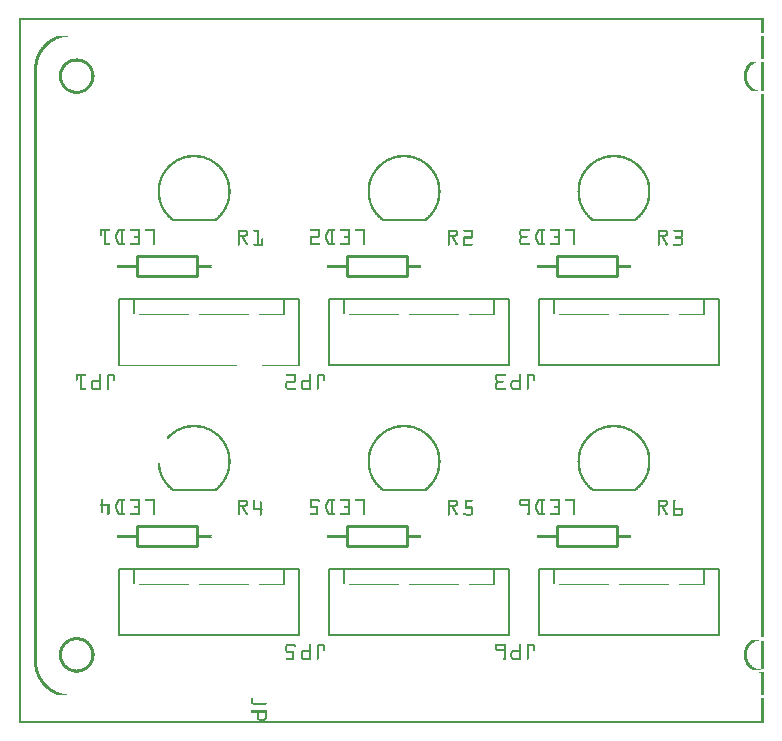
<source format=gto>
G04 MADE WITH FRITZING*
G04 WWW.FRITZING.ORG*
G04 DOUBLE SIDED*
G04 HOLES PLATED*
G04 CONTOUR ON CENTER OF CONTOUR VECTOR*
%ASAXBY*%
%FSLAX23Y23*%
%MOIN*%
%OFA0B0*%
%SFA1.0B1.0*%
%ADD10C,0.010000*%
%ADD11C,0.005000*%
%ADD12R,0.001000X0.001000*%
%LNSILK1*%
G90*
G70*
G54D10*
X395Y1557D02*
X595Y1557D01*
D02*
X595Y1557D02*
X595Y1491D01*
D02*
X595Y1491D02*
X395Y1491D01*
D02*
X395Y1491D02*
X395Y1557D01*
D02*
X1095Y1557D02*
X1295Y1557D01*
D02*
X1295Y1557D02*
X1295Y1491D01*
D02*
X1295Y1491D02*
X1095Y1491D01*
D02*
X1095Y1491D02*
X1095Y1557D01*
D02*
X1795Y1557D02*
X1995Y1557D01*
D02*
X1995Y1557D02*
X1995Y1491D01*
D02*
X1995Y1491D02*
X1795Y1491D01*
D02*
X1795Y1491D02*
X1795Y1557D01*
D02*
X395Y657D02*
X595Y657D01*
D02*
X595Y657D02*
X595Y591D01*
D02*
X595Y591D02*
X395Y591D01*
D02*
X395Y591D02*
X395Y657D01*
D02*
X1095Y657D02*
X1295Y657D01*
D02*
X1295Y657D02*
X1295Y591D01*
D02*
X1295Y591D02*
X1095Y591D01*
D02*
X1095Y591D02*
X1095Y657D01*
D02*
X1795Y657D02*
X1995Y657D01*
D02*
X1995Y657D02*
X1995Y591D01*
D02*
X1995Y591D02*
X1795Y591D01*
D02*
X1795Y591D02*
X1795Y657D01*
G54D11*
D02*
X935Y1194D02*
X935Y1414D01*
D02*
X335Y1194D02*
X335Y1414D01*
D02*
X335Y1414D02*
X385Y1414D01*
D02*
X385Y1414D02*
X885Y1414D01*
D02*
X885Y1414D02*
X935Y1414D01*
D02*
X885Y1414D02*
X885Y1364D01*
D02*
X1635Y1194D02*
X1635Y1414D01*
D02*
X1035Y1194D02*
X1035Y1414D01*
D02*
X1035Y1194D02*
X1635Y1194D01*
D02*
X1035Y1414D02*
X1085Y1414D01*
D02*
X1085Y1414D02*
X1585Y1414D01*
D02*
X1585Y1414D02*
X1635Y1414D01*
D02*
X1585Y1414D02*
X1585Y1364D01*
D02*
X2335Y1194D02*
X2335Y1414D01*
D02*
X1735Y1194D02*
X1735Y1414D01*
D02*
X1735Y1194D02*
X2335Y1194D01*
D02*
X1735Y1414D02*
X1785Y1414D01*
D02*
X1785Y1414D02*
X2285Y1414D01*
D02*
X2285Y1414D02*
X2335Y1414D01*
D02*
X2285Y1414D02*
X2285Y1364D01*
D02*
X935Y294D02*
X935Y514D01*
D02*
X335Y294D02*
X335Y514D01*
D02*
X335Y294D02*
X935Y294D01*
D02*
X335Y514D02*
X385Y514D01*
D02*
X385Y514D02*
X885Y514D01*
D02*
X885Y514D02*
X935Y514D01*
D02*
X885Y514D02*
X885Y464D01*
D02*
X1635Y294D02*
X1635Y514D01*
D02*
X1035Y294D02*
X1035Y514D01*
D02*
X1035Y294D02*
X1635Y294D01*
D02*
X1035Y514D02*
X1085Y514D01*
D02*
X1085Y514D02*
X1585Y514D01*
D02*
X1585Y514D02*
X1635Y514D01*
D02*
X1585Y514D02*
X1585Y464D01*
D02*
X2335Y294D02*
X2335Y514D01*
D02*
X1735Y294D02*
X1735Y514D01*
D02*
X1735Y294D02*
X2335Y294D01*
D02*
X1735Y514D02*
X1785Y514D01*
D02*
X1785Y514D02*
X2285Y514D01*
D02*
X2285Y514D02*
X2335Y514D01*
D02*
X2285Y514D02*
X2285Y464D01*
G54D12*
X0Y2352D02*
X2483Y2352D01*
X0Y2351D02*
X2483Y2351D01*
X0Y2350D02*
X2483Y2350D01*
X0Y2349D02*
X2483Y2349D01*
X0Y2348D02*
X2483Y2348D01*
X0Y2347D02*
X2483Y2347D01*
X0Y2346D02*
X2483Y2346D01*
X0Y2345D02*
X2483Y2345D01*
X0Y2344D02*
X7Y2344D01*
X2476Y2344D02*
X2483Y2344D01*
X0Y2343D02*
X7Y2343D01*
X2476Y2343D02*
X2483Y2343D01*
X0Y2342D02*
X7Y2342D01*
X2476Y2342D02*
X2483Y2342D01*
X0Y2341D02*
X7Y2341D01*
X2476Y2341D02*
X2483Y2341D01*
X0Y2340D02*
X7Y2340D01*
X2476Y2340D02*
X2483Y2340D01*
X0Y2339D02*
X7Y2339D01*
X2476Y2339D02*
X2483Y2339D01*
X0Y2338D02*
X7Y2338D01*
X2476Y2338D02*
X2483Y2338D01*
X0Y2337D02*
X7Y2337D01*
X2476Y2337D02*
X2483Y2337D01*
X0Y2336D02*
X7Y2336D01*
X2476Y2336D02*
X2483Y2336D01*
X0Y2335D02*
X7Y2335D01*
X2476Y2335D02*
X2483Y2335D01*
X0Y2334D02*
X7Y2334D01*
X2476Y2334D02*
X2483Y2334D01*
X0Y2333D02*
X7Y2333D01*
X2476Y2333D02*
X2483Y2333D01*
X0Y2332D02*
X7Y2332D01*
X2476Y2332D02*
X2483Y2332D01*
X0Y2331D02*
X7Y2331D01*
X2476Y2331D02*
X2483Y2331D01*
X0Y2330D02*
X7Y2330D01*
X2476Y2330D02*
X2483Y2330D01*
X0Y2329D02*
X7Y2329D01*
X2476Y2329D02*
X2483Y2329D01*
X0Y2328D02*
X7Y2328D01*
X2476Y2328D02*
X2483Y2328D01*
X0Y2327D02*
X7Y2327D01*
X2476Y2327D02*
X2483Y2327D01*
X0Y2326D02*
X7Y2326D01*
X2476Y2326D02*
X2483Y2326D01*
X0Y2325D02*
X7Y2325D01*
X2476Y2325D02*
X2483Y2325D01*
X0Y2324D02*
X7Y2324D01*
X2476Y2324D02*
X2483Y2324D01*
X0Y2323D02*
X7Y2323D01*
X2476Y2323D02*
X2483Y2323D01*
X0Y2322D02*
X7Y2322D01*
X2476Y2322D02*
X2483Y2322D01*
X0Y2321D02*
X7Y2321D01*
X2476Y2321D02*
X2483Y2321D01*
X0Y2320D02*
X7Y2320D01*
X2476Y2320D02*
X2483Y2320D01*
X0Y2319D02*
X7Y2319D01*
X2476Y2319D02*
X2483Y2319D01*
X0Y2318D02*
X7Y2318D01*
X2476Y2318D02*
X2483Y2318D01*
X0Y2317D02*
X7Y2317D01*
X2476Y2317D02*
X2483Y2317D01*
X0Y2316D02*
X7Y2316D01*
X2476Y2316D02*
X2483Y2316D01*
X0Y2315D02*
X7Y2315D01*
X2476Y2315D02*
X2483Y2315D01*
X0Y2314D02*
X7Y2314D01*
X2476Y2314D02*
X2483Y2314D01*
X0Y2313D02*
X7Y2313D01*
X2476Y2313D02*
X2483Y2313D01*
X0Y2312D02*
X7Y2312D01*
X2476Y2312D02*
X2483Y2312D01*
X0Y2311D02*
X7Y2311D01*
X2476Y2311D02*
X2483Y2311D01*
X0Y2310D02*
X7Y2310D01*
X2476Y2310D02*
X2483Y2310D01*
X0Y2309D02*
X7Y2309D01*
X2476Y2309D02*
X2483Y2309D01*
X0Y2308D02*
X7Y2308D01*
X2476Y2308D02*
X2483Y2308D01*
X0Y2307D02*
X7Y2307D01*
X2476Y2307D02*
X2483Y2307D01*
X0Y2306D02*
X7Y2306D01*
X2476Y2306D02*
X2483Y2306D01*
X0Y2305D02*
X7Y2305D01*
X2476Y2305D02*
X2483Y2305D01*
X0Y2304D02*
X7Y2304D01*
X2476Y2304D02*
X2483Y2304D01*
X0Y2303D02*
X7Y2303D01*
X2476Y2303D02*
X2483Y2303D01*
X0Y2302D02*
X7Y2302D01*
X2476Y2302D02*
X2483Y2302D01*
X0Y2301D02*
X7Y2301D01*
X2476Y2301D02*
X2483Y2301D01*
X0Y2300D02*
X7Y2300D01*
X0Y2299D02*
X7Y2299D01*
X0Y2298D02*
X7Y2298D01*
X0Y2297D02*
X7Y2297D01*
X0Y2296D02*
X7Y2296D01*
X0Y2295D02*
X7Y2295D01*
X0Y2294D02*
X7Y2294D01*
X0Y2293D02*
X7Y2293D01*
X0Y2292D02*
X7Y2292D01*
X0Y2291D02*
X7Y2291D01*
X0Y2290D02*
X7Y2290D01*
X124Y2290D02*
X163Y2290D01*
X2476Y2290D02*
X2483Y2290D01*
X0Y2289D02*
X7Y2289D01*
X121Y2289D02*
X155Y2289D01*
X2476Y2289D02*
X2483Y2289D01*
X0Y2288D02*
X7Y2288D01*
X119Y2288D02*
X149Y2288D01*
X2476Y2288D02*
X2483Y2288D01*
X0Y2287D02*
X7Y2287D01*
X117Y2287D02*
X145Y2287D01*
X2476Y2287D02*
X2483Y2287D01*
X0Y2286D02*
X7Y2286D01*
X115Y2286D02*
X141Y2286D01*
X2476Y2286D02*
X2483Y2286D01*
X0Y2285D02*
X7Y2285D01*
X114Y2285D02*
X138Y2285D01*
X2476Y2285D02*
X2483Y2285D01*
X0Y2284D02*
X7Y2284D01*
X112Y2284D02*
X135Y2284D01*
X2476Y2284D02*
X2483Y2284D01*
X0Y2283D02*
X7Y2283D01*
X110Y2283D02*
X132Y2283D01*
X2476Y2283D02*
X2483Y2283D01*
X0Y2282D02*
X7Y2282D01*
X109Y2282D02*
X130Y2282D01*
X2476Y2282D02*
X2483Y2282D01*
X0Y2281D02*
X7Y2281D01*
X107Y2281D02*
X128Y2281D01*
X2476Y2281D02*
X2483Y2281D01*
X0Y2280D02*
X7Y2280D01*
X105Y2280D02*
X125Y2280D01*
X2476Y2280D02*
X2483Y2280D01*
X0Y2279D02*
X7Y2279D01*
X104Y2279D02*
X123Y2279D01*
X2476Y2279D02*
X2483Y2279D01*
X0Y2278D02*
X7Y2278D01*
X103Y2278D02*
X121Y2278D01*
X2476Y2278D02*
X2483Y2278D01*
X0Y2277D02*
X7Y2277D01*
X101Y2277D02*
X119Y2277D01*
X2476Y2277D02*
X2483Y2277D01*
X0Y2276D02*
X7Y2276D01*
X100Y2276D02*
X118Y2276D01*
X2476Y2276D02*
X2483Y2276D01*
X0Y2275D02*
X7Y2275D01*
X99Y2275D02*
X116Y2275D01*
X2476Y2275D02*
X2483Y2275D01*
X0Y2274D02*
X7Y2274D01*
X97Y2274D02*
X114Y2274D01*
X2476Y2274D02*
X2483Y2274D01*
X0Y2273D02*
X7Y2273D01*
X96Y2273D02*
X113Y2273D01*
X2476Y2273D02*
X2483Y2273D01*
X0Y2272D02*
X7Y2272D01*
X95Y2272D02*
X111Y2272D01*
X2476Y2272D02*
X2483Y2272D01*
X0Y2271D02*
X7Y2271D01*
X94Y2271D02*
X110Y2271D01*
X2476Y2271D02*
X2483Y2271D01*
X0Y2270D02*
X7Y2270D01*
X92Y2270D02*
X108Y2270D01*
X2476Y2270D02*
X2483Y2270D01*
X0Y2269D02*
X7Y2269D01*
X91Y2269D02*
X107Y2269D01*
X2476Y2269D02*
X2483Y2269D01*
X0Y2268D02*
X7Y2268D01*
X90Y2268D02*
X106Y2268D01*
X2476Y2268D02*
X2483Y2268D01*
X0Y2267D02*
X7Y2267D01*
X89Y2267D02*
X104Y2267D01*
X2476Y2267D02*
X2483Y2267D01*
X0Y2266D02*
X7Y2266D01*
X88Y2266D02*
X103Y2266D01*
X2476Y2266D02*
X2483Y2266D01*
X0Y2265D02*
X7Y2265D01*
X87Y2265D02*
X102Y2265D01*
X2476Y2265D02*
X2483Y2265D01*
X0Y2264D02*
X7Y2264D01*
X86Y2264D02*
X100Y2264D01*
X2476Y2264D02*
X2483Y2264D01*
X0Y2263D02*
X7Y2263D01*
X85Y2263D02*
X99Y2263D01*
X2476Y2263D02*
X2483Y2263D01*
X0Y2262D02*
X7Y2262D01*
X84Y2262D02*
X98Y2262D01*
X2476Y2262D02*
X2483Y2262D01*
X0Y2261D02*
X7Y2261D01*
X83Y2261D02*
X97Y2261D01*
X2476Y2261D02*
X2483Y2261D01*
X0Y2260D02*
X7Y2260D01*
X82Y2260D02*
X96Y2260D01*
X2476Y2260D02*
X2483Y2260D01*
X0Y2259D02*
X7Y2259D01*
X81Y2259D02*
X95Y2259D01*
X2476Y2259D02*
X2483Y2259D01*
X0Y2258D02*
X7Y2258D01*
X81Y2258D02*
X94Y2258D01*
X2476Y2258D02*
X2483Y2258D01*
X0Y2257D02*
X7Y2257D01*
X80Y2257D02*
X93Y2257D01*
X2476Y2257D02*
X2483Y2257D01*
X0Y2256D02*
X7Y2256D01*
X79Y2256D02*
X92Y2256D01*
X2476Y2256D02*
X2483Y2256D01*
X0Y2255D02*
X7Y2255D01*
X78Y2255D02*
X91Y2255D01*
X2476Y2255D02*
X2483Y2255D01*
X0Y2254D02*
X7Y2254D01*
X77Y2254D02*
X90Y2254D01*
X2476Y2254D02*
X2483Y2254D01*
X0Y2253D02*
X7Y2253D01*
X76Y2253D02*
X89Y2253D01*
X2476Y2253D02*
X2483Y2253D01*
X0Y2252D02*
X7Y2252D01*
X76Y2252D02*
X88Y2252D01*
X2476Y2252D02*
X2483Y2252D01*
X0Y2251D02*
X7Y2251D01*
X75Y2251D02*
X87Y2251D01*
X2476Y2251D02*
X2483Y2251D01*
X0Y2250D02*
X7Y2250D01*
X74Y2250D02*
X86Y2250D01*
X2476Y2250D02*
X2483Y2250D01*
X0Y2249D02*
X7Y2249D01*
X74Y2249D02*
X86Y2249D01*
X2476Y2249D02*
X2483Y2249D01*
X0Y2248D02*
X7Y2248D01*
X73Y2248D02*
X85Y2248D01*
X2476Y2248D02*
X2483Y2248D01*
X0Y2247D02*
X7Y2247D01*
X72Y2247D02*
X84Y2247D01*
X2476Y2247D02*
X2483Y2247D01*
X0Y2246D02*
X7Y2246D01*
X71Y2246D02*
X83Y2246D01*
X2476Y2246D02*
X2483Y2246D01*
X0Y2245D02*
X7Y2245D01*
X71Y2245D02*
X83Y2245D01*
X2476Y2245D02*
X2483Y2245D01*
X0Y2244D02*
X7Y2244D01*
X70Y2244D02*
X82Y2244D01*
X2476Y2244D02*
X2483Y2244D01*
X0Y2243D02*
X7Y2243D01*
X69Y2243D02*
X81Y2243D01*
X2476Y2243D02*
X2483Y2243D01*
X0Y2242D02*
X7Y2242D01*
X69Y2242D02*
X80Y2242D01*
X2476Y2242D02*
X2483Y2242D01*
X0Y2241D02*
X7Y2241D01*
X68Y2241D02*
X80Y2241D01*
X2476Y2241D02*
X2483Y2241D01*
X0Y2240D02*
X7Y2240D01*
X68Y2240D02*
X79Y2240D01*
X2476Y2240D02*
X2483Y2240D01*
X0Y2239D02*
X7Y2239D01*
X67Y2239D02*
X78Y2239D01*
X2476Y2239D02*
X2483Y2239D01*
X0Y2238D02*
X7Y2238D01*
X67Y2238D02*
X78Y2238D01*
X2476Y2238D02*
X2483Y2238D01*
X0Y2237D02*
X7Y2237D01*
X66Y2237D02*
X77Y2237D01*
X2476Y2237D02*
X2483Y2237D01*
X0Y2236D02*
X7Y2236D01*
X65Y2236D02*
X76Y2236D01*
X2476Y2236D02*
X2483Y2236D01*
X0Y2235D02*
X7Y2235D01*
X65Y2235D02*
X76Y2235D01*
X2476Y2235D02*
X2483Y2235D01*
X0Y2234D02*
X7Y2234D01*
X64Y2234D02*
X75Y2234D01*
X2476Y2234D02*
X2483Y2234D01*
X0Y2233D02*
X7Y2233D01*
X64Y2233D02*
X74Y2233D01*
X2476Y2233D02*
X2483Y2233D01*
X0Y2232D02*
X7Y2232D01*
X63Y2232D02*
X74Y2232D01*
X2476Y2232D02*
X2483Y2232D01*
X0Y2231D02*
X7Y2231D01*
X63Y2231D02*
X73Y2231D01*
X2476Y2231D02*
X2483Y2231D01*
X0Y2230D02*
X7Y2230D01*
X62Y2230D02*
X73Y2230D01*
X2476Y2230D02*
X2483Y2230D01*
X0Y2229D02*
X7Y2229D01*
X62Y2229D02*
X72Y2229D01*
X2476Y2229D02*
X2483Y2229D01*
X0Y2228D02*
X7Y2228D01*
X61Y2228D02*
X72Y2228D01*
X2476Y2228D02*
X2483Y2228D01*
X0Y2227D02*
X7Y2227D01*
X61Y2227D02*
X71Y2227D01*
X2476Y2227D02*
X2483Y2227D01*
X0Y2226D02*
X7Y2226D01*
X61Y2226D02*
X71Y2226D01*
X2476Y2226D02*
X2483Y2226D01*
X0Y2225D02*
X7Y2225D01*
X60Y2225D02*
X70Y2225D01*
X2476Y2225D02*
X2483Y2225D01*
X0Y2224D02*
X7Y2224D01*
X60Y2224D02*
X70Y2224D01*
X2476Y2224D02*
X2483Y2224D01*
X0Y2223D02*
X7Y2223D01*
X59Y2223D02*
X69Y2223D01*
X2476Y2223D02*
X2483Y2223D01*
X0Y2222D02*
X7Y2222D01*
X59Y2222D02*
X69Y2222D01*
X2476Y2222D02*
X2483Y2222D01*
X0Y2221D02*
X7Y2221D01*
X59Y2221D02*
X69Y2221D01*
X2476Y2221D02*
X2483Y2221D01*
X0Y2220D02*
X7Y2220D01*
X58Y2220D02*
X68Y2220D01*
X2476Y2220D02*
X2483Y2220D01*
X0Y2219D02*
X7Y2219D01*
X58Y2219D02*
X68Y2219D01*
X2476Y2219D02*
X2483Y2219D01*
X0Y2218D02*
X7Y2218D01*
X57Y2218D02*
X67Y2218D01*
X2476Y2218D02*
X2483Y2218D01*
X0Y2217D02*
X7Y2217D01*
X57Y2217D02*
X67Y2217D01*
X190Y2217D02*
X196Y2217D01*
X2473Y2217D02*
X2483Y2217D01*
X0Y2216D02*
X7Y2216D01*
X57Y2216D02*
X67Y2216D01*
X182Y2216D02*
X204Y2216D01*
X0Y2215D02*
X7Y2215D01*
X56Y2215D02*
X66Y2215D01*
X178Y2215D02*
X208Y2215D01*
X0Y2214D02*
X7Y2214D01*
X56Y2214D02*
X66Y2214D01*
X175Y2214D02*
X211Y2214D01*
X0Y2213D02*
X7Y2213D01*
X56Y2213D02*
X66Y2213D01*
X172Y2213D02*
X214Y2213D01*
X0Y2212D02*
X7Y2212D01*
X56Y2212D02*
X65Y2212D01*
X169Y2212D02*
X216Y2212D01*
X0Y2211D02*
X7Y2211D01*
X55Y2211D02*
X65Y2211D01*
X167Y2211D02*
X218Y2211D01*
X0Y2210D02*
X7Y2210D01*
X55Y2210D02*
X65Y2210D01*
X165Y2210D02*
X220Y2210D01*
X0Y2209D02*
X7Y2209D01*
X55Y2209D02*
X64Y2209D01*
X164Y2209D02*
X222Y2209D01*
X0Y2208D02*
X7Y2208D01*
X54Y2208D02*
X64Y2208D01*
X162Y2208D02*
X224Y2208D01*
X0Y2207D02*
X7Y2207D01*
X54Y2207D02*
X64Y2207D01*
X160Y2207D02*
X226Y2207D01*
X0Y2206D02*
X7Y2206D01*
X54Y2206D02*
X63Y2206D01*
X159Y2206D02*
X184Y2206D01*
X202Y2206D02*
X227Y2206D01*
X2442Y2206D02*
X2467Y2206D01*
X2476Y2206D02*
X2483Y2206D01*
X0Y2205D02*
X7Y2205D01*
X54Y2205D02*
X63Y2205D01*
X158Y2205D02*
X179Y2205D01*
X207Y2205D02*
X228Y2205D01*
X2440Y2205D02*
X2462Y2205D01*
X2476Y2205D02*
X2483Y2205D01*
X0Y2204D02*
X7Y2204D01*
X53Y2204D02*
X63Y2204D01*
X156Y2204D02*
X176Y2204D01*
X210Y2204D02*
X230Y2204D01*
X2439Y2204D02*
X2459Y2204D01*
X2476Y2204D02*
X2483Y2204D01*
X0Y2203D02*
X7Y2203D01*
X53Y2203D02*
X63Y2203D01*
X155Y2203D02*
X173Y2203D01*
X212Y2203D02*
X231Y2203D01*
X2438Y2203D02*
X2456Y2203D01*
X2476Y2203D02*
X2483Y2203D01*
X0Y2202D02*
X7Y2202D01*
X53Y2202D02*
X63Y2202D01*
X154Y2202D02*
X171Y2202D01*
X215Y2202D02*
X232Y2202D01*
X2437Y2202D02*
X2454Y2202D01*
X2476Y2202D02*
X2483Y2202D01*
X0Y2201D02*
X7Y2201D01*
X53Y2201D02*
X62Y2201D01*
X153Y2201D02*
X169Y2201D01*
X217Y2201D02*
X233Y2201D01*
X2436Y2201D02*
X2452Y2201D01*
X2476Y2201D02*
X2483Y2201D01*
X0Y2200D02*
X7Y2200D01*
X53Y2200D02*
X62Y2200D01*
X152Y2200D02*
X168Y2200D01*
X218Y2200D02*
X234Y2200D01*
X2434Y2200D02*
X2450Y2200D01*
X2476Y2200D02*
X2483Y2200D01*
X0Y2199D02*
X7Y2199D01*
X52Y2199D02*
X62Y2199D01*
X151Y2199D02*
X166Y2199D01*
X220Y2199D02*
X235Y2199D01*
X2433Y2199D02*
X2449Y2199D01*
X2476Y2199D02*
X2483Y2199D01*
X0Y2198D02*
X7Y2198D01*
X52Y2198D02*
X62Y2198D01*
X150Y2198D02*
X164Y2198D01*
X221Y2198D02*
X236Y2198D01*
X2433Y2198D02*
X2447Y2198D01*
X2476Y2198D02*
X2483Y2198D01*
X0Y2197D02*
X7Y2197D01*
X52Y2197D02*
X62Y2197D01*
X149Y2197D02*
X163Y2197D01*
X223Y2197D02*
X237Y2197D01*
X2432Y2197D02*
X2446Y2197D01*
X2476Y2197D02*
X2483Y2197D01*
X0Y2196D02*
X7Y2196D01*
X52Y2196D02*
X61Y2196D01*
X148Y2196D02*
X162Y2196D01*
X224Y2196D02*
X238Y2196D01*
X2431Y2196D02*
X2445Y2196D01*
X2476Y2196D02*
X2483Y2196D01*
X0Y2195D02*
X7Y2195D01*
X52Y2195D02*
X61Y2195D01*
X147Y2195D02*
X161Y2195D01*
X225Y2195D02*
X239Y2195D01*
X2430Y2195D02*
X2443Y2195D01*
X2476Y2195D02*
X2483Y2195D01*
X0Y2194D02*
X7Y2194D01*
X52Y2194D02*
X61Y2194D01*
X146Y2194D02*
X160Y2194D01*
X226Y2194D02*
X239Y2194D01*
X2429Y2194D02*
X2442Y2194D01*
X2476Y2194D02*
X2483Y2194D01*
X0Y2193D02*
X7Y2193D01*
X51Y2193D02*
X61Y2193D01*
X146Y2193D02*
X158Y2193D01*
X227Y2193D02*
X240Y2193D01*
X2429Y2193D02*
X2441Y2193D01*
X2476Y2193D02*
X2483Y2193D01*
X0Y2192D02*
X7Y2192D01*
X51Y2192D02*
X61Y2192D01*
X145Y2192D02*
X157Y2192D01*
X228Y2192D02*
X241Y2192D01*
X2428Y2192D02*
X2440Y2192D01*
X2476Y2192D02*
X2483Y2192D01*
X0Y2191D02*
X7Y2191D01*
X51Y2191D02*
X61Y2191D01*
X144Y2191D02*
X157Y2191D01*
X229Y2191D02*
X242Y2191D01*
X2427Y2191D02*
X2439Y2191D01*
X2476Y2191D02*
X2483Y2191D01*
X0Y2190D02*
X7Y2190D01*
X51Y2190D02*
X61Y2190D01*
X144Y2190D02*
X156Y2190D01*
X230Y2190D02*
X242Y2190D01*
X2426Y2190D02*
X2438Y2190D01*
X2476Y2190D02*
X2483Y2190D01*
X0Y2189D02*
X7Y2189D01*
X51Y2189D02*
X60Y2189D01*
X143Y2189D02*
X155Y2189D01*
X231Y2189D02*
X243Y2189D01*
X2426Y2189D02*
X2437Y2189D01*
X2476Y2189D02*
X2483Y2189D01*
X0Y2188D02*
X7Y2188D01*
X51Y2188D02*
X60Y2188D01*
X142Y2188D02*
X154Y2188D01*
X232Y2188D02*
X243Y2188D01*
X2425Y2188D02*
X2437Y2188D01*
X2476Y2188D02*
X2483Y2188D01*
X0Y2187D02*
X7Y2187D01*
X51Y2187D02*
X60Y2187D01*
X142Y2187D02*
X153Y2187D01*
X233Y2187D02*
X244Y2187D01*
X2425Y2187D02*
X2436Y2187D01*
X2476Y2187D02*
X2483Y2187D01*
X0Y2186D02*
X7Y2186D01*
X51Y2186D02*
X60Y2186D01*
X141Y2186D02*
X152Y2186D01*
X233Y2186D02*
X245Y2186D01*
X2424Y2186D02*
X2435Y2186D01*
X2476Y2186D02*
X2483Y2186D01*
X0Y2185D02*
X7Y2185D01*
X51Y2185D02*
X60Y2185D01*
X141Y2185D02*
X152Y2185D01*
X234Y2185D02*
X245Y2185D01*
X2424Y2185D02*
X2434Y2185D01*
X2476Y2185D02*
X2483Y2185D01*
X0Y2184D02*
X7Y2184D01*
X51Y2184D02*
X60Y2184D01*
X140Y2184D02*
X151Y2184D01*
X235Y2184D02*
X245Y2184D01*
X2423Y2184D02*
X2434Y2184D01*
X2476Y2184D02*
X2483Y2184D01*
X0Y2183D02*
X7Y2183D01*
X51Y2183D02*
X60Y2183D01*
X140Y2183D02*
X150Y2183D01*
X235Y2183D02*
X246Y2183D01*
X2423Y2183D02*
X2433Y2183D01*
X2476Y2183D02*
X2483Y2183D01*
X0Y2182D02*
X7Y2182D01*
X51Y2182D02*
X60Y2182D01*
X139Y2182D02*
X150Y2182D01*
X236Y2182D02*
X246Y2182D01*
X2422Y2182D02*
X2433Y2182D01*
X2476Y2182D02*
X2483Y2182D01*
X0Y2181D02*
X7Y2181D01*
X51Y2181D02*
X60Y2181D01*
X139Y2181D02*
X149Y2181D01*
X237Y2181D02*
X247Y2181D01*
X2422Y2181D02*
X2432Y2181D01*
X2476Y2181D02*
X2483Y2181D01*
X0Y2180D02*
X7Y2180D01*
X51Y2180D02*
X60Y2180D01*
X139Y2180D02*
X149Y2180D01*
X237Y2180D02*
X247Y2180D01*
X2421Y2180D02*
X2432Y2180D01*
X2476Y2180D02*
X2483Y2180D01*
X0Y2179D02*
X7Y2179D01*
X50Y2179D02*
X60Y2179D01*
X138Y2179D02*
X148Y2179D01*
X238Y2179D02*
X248Y2179D01*
X2421Y2179D02*
X2431Y2179D01*
X2476Y2179D02*
X2483Y2179D01*
X0Y2178D02*
X7Y2178D01*
X50Y2178D02*
X60Y2178D01*
X138Y2178D02*
X148Y2178D01*
X238Y2178D02*
X248Y2178D01*
X2421Y2178D02*
X2431Y2178D01*
X2476Y2178D02*
X2483Y2178D01*
X0Y2177D02*
X7Y2177D01*
X50Y2177D02*
X60Y2177D01*
X137Y2177D02*
X147Y2177D01*
X239Y2177D02*
X248Y2177D01*
X2420Y2177D02*
X2430Y2177D01*
X2476Y2177D02*
X2483Y2177D01*
X0Y2176D02*
X7Y2176D01*
X50Y2176D02*
X60Y2176D01*
X137Y2176D02*
X147Y2176D01*
X239Y2176D02*
X249Y2176D01*
X2420Y2176D02*
X2430Y2176D01*
X2476Y2176D02*
X2483Y2176D01*
X0Y2175D02*
X7Y2175D01*
X50Y2175D02*
X60Y2175D01*
X137Y2175D02*
X147Y2175D01*
X239Y2175D02*
X249Y2175D01*
X2419Y2175D02*
X2429Y2175D01*
X2476Y2175D02*
X2483Y2175D01*
X0Y2174D02*
X7Y2174D01*
X50Y2174D02*
X60Y2174D01*
X136Y2174D02*
X146Y2174D01*
X240Y2174D02*
X249Y2174D01*
X2419Y2174D02*
X2429Y2174D01*
X2476Y2174D02*
X2483Y2174D01*
X0Y2173D02*
X7Y2173D01*
X50Y2173D02*
X60Y2173D01*
X136Y2173D02*
X146Y2173D01*
X240Y2173D02*
X250Y2173D01*
X2419Y2173D02*
X2429Y2173D01*
X2476Y2173D02*
X2483Y2173D01*
X0Y2172D02*
X7Y2172D01*
X50Y2172D02*
X60Y2172D01*
X136Y2172D02*
X146Y2172D01*
X240Y2172D02*
X250Y2172D01*
X2419Y2172D02*
X2428Y2172D01*
X2476Y2172D02*
X2483Y2172D01*
X0Y2171D02*
X7Y2171D01*
X50Y2171D02*
X60Y2171D01*
X136Y2171D02*
X145Y2171D01*
X241Y2171D02*
X250Y2171D01*
X2418Y2171D02*
X2428Y2171D01*
X2476Y2171D02*
X2483Y2171D01*
X0Y2170D02*
X7Y2170D01*
X50Y2170D02*
X60Y2170D01*
X135Y2170D02*
X145Y2170D01*
X241Y2170D02*
X250Y2170D01*
X2418Y2170D02*
X2428Y2170D01*
X2476Y2170D02*
X2483Y2170D01*
X0Y2169D02*
X7Y2169D01*
X50Y2169D02*
X60Y2169D01*
X135Y2169D02*
X145Y2169D01*
X241Y2169D02*
X251Y2169D01*
X2418Y2169D02*
X2428Y2169D01*
X2476Y2169D02*
X2483Y2169D01*
X0Y2168D02*
X7Y2168D01*
X50Y2168D02*
X60Y2168D01*
X135Y2168D02*
X145Y2168D01*
X241Y2168D02*
X251Y2168D01*
X2418Y2168D02*
X2427Y2168D01*
X2476Y2168D02*
X2483Y2168D01*
X0Y2167D02*
X7Y2167D01*
X50Y2167D02*
X60Y2167D01*
X135Y2167D02*
X144Y2167D01*
X241Y2167D02*
X251Y2167D01*
X2418Y2167D02*
X2427Y2167D01*
X2476Y2167D02*
X2483Y2167D01*
X0Y2166D02*
X7Y2166D01*
X50Y2166D02*
X60Y2166D01*
X135Y2166D02*
X144Y2166D01*
X242Y2166D02*
X251Y2166D01*
X2417Y2166D02*
X2427Y2166D01*
X2476Y2166D02*
X2483Y2166D01*
X0Y2165D02*
X7Y2165D01*
X50Y2165D02*
X60Y2165D01*
X135Y2165D02*
X144Y2165D01*
X242Y2165D02*
X251Y2165D01*
X2417Y2165D02*
X2427Y2165D01*
X2476Y2165D02*
X2483Y2165D01*
X0Y2164D02*
X7Y2164D01*
X50Y2164D02*
X60Y2164D01*
X134Y2164D02*
X144Y2164D01*
X242Y2164D02*
X251Y2164D01*
X2417Y2164D02*
X2427Y2164D01*
X2476Y2164D02*
X2483Y2164D01*
X0Y2163D02*
X7Y2163D01*
X50Y2163D02*
X60Y2163D01*
X134Y2163D02*
X144Y2163D01*
X242Y2163D02*
X251Y2163D01*
X2417Y2163D02*
X2427Y2163D01*
X2476Y2163D02*
X2483Y2163D01*
X0Y2162D02*
X7Y2162D01*
X50Y2162D02*
X60Y2162D01*
X134Y2162D02*
X144Y2162D01*
X242Y2162D02*
X252Y2162D01*
X2417Y2162D02*
X2426Y2162D01*
X2476Y2162D02*
X2483Y2162D01*
X0Y2161D02*
X7Y2161D01*
X50Y2161D02*
X60Y2161D01*
X134Y2161D02*
X144Y2161D01*
X242Y2161D02*
X252Y2161D01*
X2417Y2161D02*
X2426Y2161D01*
X2476Y2161D02*
X2483Y2161D01*
X0Y2160D02*
X7Y2160D01*
X50Y2160D02*
X60Y2160D01*
X134Y2160D02*
X144Y2160D01*
X242Y2160D02*
X252Y2160D01*
X2417Y2160D02*
X2426Y2160D01*
X2476Y2160D02*
X2483Y2160D01*
X0Y2159D02*
X7Y2159D01*
X50Y2159D02*
X60Y2159D01*
X134Y2159D02*
X144Y2159D01*
X242Y2159D02*
X252Y2159D01*
X2417Y2159D02*
X2426Y2159D01*
X2476Y2159D02*
X2483Y2159D01*
X0Y2158D02*
X7Y2158D01*
X50Y2158D02*
X60Y2158D01*
X134Y2158D02*
X144Y2158D01*
X242Y2158D02*
X252Y2158D01*
X2417Y2158D02*
X2426Y2158D01*
X2476Y2158D02*
X2483Y2158D01*
X0Y2157D02*
X7Y2157D01*
X50Y2157D02*
X60Y2157D01*
X134Y2157D02*
X144Y2157D01*
X242Y2157D02*
X252Y2157D01*
X2417Y2157D02*
X2426Y2157D01*
X2476Y2157D02*
X2483Y2157D01*
X0Y2156D02*
X7Y2156D01*
X50Y2156D02*
X60Y2156D01*
X134Y2156D02*
X144Y2156D01*
X242Y2156D02*
X252Y2156D01*
X2417Y2156D02*
X2426Y2156D01*
X2476Y2156D02*
X2483Y2156D01*
X0Y2155D02*
X7Y2155D01*
X50Y2155D02*
X60Y2155D01*
X134Y2155D02*
X144Y2155D01*
X242Y2155D02*
X252Y2155D01*
X2417Y2155D02*
X2426Y2155D01*
X2476Y2155D02*
X2483Y2155D01*
X0Y2154D02*
X7Y2154D01*
X50Y2154D02*
X60Y2154D01*
X134Y2154D02*
X144Y2154D01*
X242Y2154D02*
X252Y2154D01*
X2417Y2154D02*
X2426Y2154D01*
X2476Y2154D02*
X2483Y2154D01*
X0Y2153D02*
X7Y2153D01*
X50Y2153D02*
X60Y2153D01*
X134Y2153D02*
X144Y2153D01*
X242Y2153D02*
X251Y2153D01*
X2417Y2153D02*
X2426Y2153D01*
X2476Y2153D02*
X2483Y2153D01*
X0Y2152D02*
X7Y2152D01*
X50Y2152D02*
X60Y2152D01*
X134Y2152D02*
X144Y2152D01*
X242Y2152D02*
X251Y2152D01*
X2417Y2152D02*
X2427Y2152D01*
X2476Y2152D02*
X2483Y2152D01*
X0Y2151D02*
X7Y2151D01*
X50Y2151D02*
X60Y2151D01*
X135Y2151D02*
X144Y2151D01*
X242Y2151D02*
X251Y2151D01*
X2417Y2151D02*
X2427Y2151D01*
X2476Y2151D02*
X2483Y2151D01*
X0Y2150D02*
X7Y2150D01*
X50Y2150D02*
X60Y2150D01*
X135Y2150D02*
X144Y2150D01*
X242Y2150D02*
X251Y2150D01*
X2417Y2150D02*
X2427Y2150D01*
X2476Y2150D02*
X2483Y2150D01*
X0Y2149D02*
X7Y2149D01*
X50Y2149D02*
X60Y2149D01*
X135Y2149D02*
X144Y2149D01*
X242Y2149D02*
X251Y2149D01*
X2418Y2149D02*
X2427Y2149D01*
X2476Y2149D02*
X2483Y2149D01*
X0Y2148D02*
X7Y2148D01*
X50Y2148D02*
X60Y2148D01*
X135Y2148D02*
X144Y2148D01*
X241Y2148D02*
X251Y2148D01*
X2418Y2148D02*
X2427Y2148D01*
X2476Y2148D02*
X2483Y2148D01*
X0Y2147D02*
X7Y2147D01*
X50Y2147D02*
X60Y2147D01*
X135Y2147D02*
X145Y2147D01*
X241Y2147D02*
X251Y2147D01*
X2418Y2147D02*
X2427Y2147D01*
X2476Y2147D02*
X2483Y2147D01*
X0Y2146D02*
X7Y2146D01*
X50Y2146D02*
X60Y2146D01*
X135Y2146D02*
X145Y2146D01*
X241Y2146D02*
X250Y2146D01*
X2418Y2146D02*
X2428Y2146D01*
X2476Y2146D02*
X2483Y2146D01*
X0Y2145D02*
X7Y2145D01*
X50Y2145D02*
X60Y2145D01*
X136Y2145D02*
X145Y2145D01*
X241Y2145D02*
X250Y2145D01*
X2418Y2145D02*
X2428Y2145D01*
X2476Y2145D02*
X2483Y2145D01*
X0Y2144D02*
X7Y2144D01*
X50Y2144D02*
X60Y2144D01*
X136Y2144D02*
X145Y2144D01*
X240Y2144D02*
X250Y2144D01*
X2419Y2144D02*
X2428Y2144D01*
X2476Y2144D02*
X2483Y2144D01*
X0Y2143D02*
X7Y2143D01*
X50Y2143D02*
X60Y2143D01*
X136Y2143D02*
X146Y2143D01*
X240Y2143D02*
X250Y2143D01*
X2419Y2143D02*
X2428Y2143D01*
X2476Y2143D02*
X2483Y2143D01*
X0Y2142D02*
X7Y2142D01*
X50Y2142D02*
X60Y2142D01*
X136Y2142D02*
X146Y2142D01*
X240Y2142D02*
X249Y2142D01*
X2419Y2142D02*
X2429Y2142D01*
X2476Y2142D02*
X2483Y2142D01*
X0Y2141D02*
X7Y2141D01*
X50Y2141D02*
X60Y2141D01*
X137Y2141D02*
X146Y2141D01*
X239Y2141D02*
X249Y2141D01*
X2419Y2141D02*
X2429Y2141D01*
X2476Y2141D02*
X2483Y2141D01*
X0Y2140D02*
X7Y2140D01*
X50Y2140D02*
X60Y2140D01*
X137Y2140D02*
X147Y2140D01*
X239Y2140D02*
X249Y2140D01*
X2420Y2140D02*
X2430Y2140D01*
X2476Y2140D02*
X2483Y2140D01*
X0Y2139D02*
X7Y2139D01*
X50Y2139D02*
X60Y2139D01*
X137Y2139D02*
X147Y2139D01*
X239Y2139D02*
X249Y2139D01*
X2420Y2139D02*
X2430Y2139D01*
X2476Y2139D02*
X2483Y2139D01*
X0Y2138D02*
X7Y2138D01*
X50Y2138D02*
X60Y2138D01*
X138Y2138D02*
X148Y2138D01*
X238Y2138D02*
X248Y2138D01*
X2420Y2138D02*
X2430Y2138D01*
X2476Y2138D02*
X2483Y2138D01*
X0Y2137D02*
X7Y2137D01*
X50Y2137D02*
X60Y2137D01*
X138Y2137D02*
X148Y2137D01*
X238Y2137D02*
X248Y2137D01*
X2421Y2137D02*
X2431Y2137D01*
X2476Y2137D02*
X2483Y2137D01*
X0Y2136D02*
X7Y2136D01*
X50Y2136D02*
X60Y2136D01*
X138Y2136D02*
X149Y2136D01*
X237Y2136D02*
X247Y2136D01*
X2421Y2136D02*
X2431Y2136D01*
X2476Y2136D02*
X2483Y2136D01*
X0Y2135D02*
X7Y2135D01*
X50Y2135D02*
X60Y2135D01*
X139Y2135D02*
X149Y2135D01*
X237Y2135D02*
X247Y2135D01*
X2422Y2135D02*
X2432Y2135D01*
X2476Y2135D02*
X2483Y2135D01*
X0Y2134D02*
X7Y2134D01*
X50Y2134D02*
X60Y2134D01*
X139Y2134D02*
X150Y2134D01*
X236Y2134D02*
X247Y2134D01*
X2422Y2134D02*
X2432Y2134D01*
X2476Y2134D02*
X2483Y2134D01*
X0Y2133D02*
X7Y2133D01*
X50Y2133D02*
X60Y2133D01*
X140Y2133D02*
X150Y2133D01*
X236Y2133D02*
X246Y2133D01*
X2422Y2133D02*
X2433Y2133D01*
X2476Y2133D02*
X2483Y2133D01*
X0Y2132D02*
X7Y2132D01*
X50Y2132D02*
X60Y2132D01*
X140Y2132D02*
X151Y2132D01*
X235Y2132D02*
X246Y2132D01*
X2423Y2132D02*
X2434Y2132D01*
X2476Y2132D02*
X2483Y2132D01*
X0Y2131D02*
X7Y2131D01*
X50Y2131D02*
X60Y2131D01*
X141Y2131D02*
X151Y2131D01*
X234Y2131D02*
X245Y2131D01*
X2423Y2131D02*
X2434Y2131D01*
X2476Y2131D02*
X2483Y2131D01*
X0Y2130D02*
X7Y2130D01*
X50Y2130D02*
X60Y2130D01*
X141Y2130D02*
X152Y2130D01*
X234Y2130D02*
X245Y2130D01*
X2424Y2130D02*
X2435Y2130D01*
X2476Y2130D02*
X2483Y2130D01*
X0Y2129D02*
X7Y2129D01*
X50Y2129D02*
X60Y2129D01*
X142Y2129D02*
X153Y2129D01*
X233Y2129D02*
X244Y2129D01*
X2424Y2129D02*
X2436Y2129D01*
X2476Y2129D02*
X2483Y2129D01*
X0Y2128D02*
X7Y2128D01*
X50Y2128D02*
X60Y2128D01*
X142Y2128D02*
X154Y2128D01*
X232Y2128D02*
X244Y2128D01*
X2425Y2128D02*
X2436Y2128D01*
X2476Y2128D02*
X2483Y2128D01*
X0Y2127D02*
X7Y2127D01*
X50Y2127D02*
X60Y2127D01*
X143Y2127D02*
X154Y2127D01*
X231Y2127D02*
X243Y2127D01*
X2426Y2127D02*
X2437Y2127D01*
X2476Y2127D02*
X2483Y2127D01*
X0Y2126D02*
X7Y2126D01*
X50Y2126D02*
X60Y2126D01*
X143Y2126D02*
X155Y2126D01*
X230Y2126D02*
X242Y2126D01*
X2426Y2126D02*
X2438Y2126D01*
X2476Y2126D02*
X2483Y2126D01*
X0Y2125D02*
X7Y2125D01*
X50Y2125D02*
X60Y2125D01*
X144Y2125D02*
X156Y2125D01*
X230Y2125D02*
X242Y2125D01*
X2427Y2125D02*
X2439Y2125D01*
X2476Y2125D02*
X2483Y2125D01*
X0Y2124D02*
X7Y2124D01*
X50Y2124D02*
X60Y2124D01*
X145Y2124D02*
X157Y2124D01*
X229Y2124D02*
X241Y2124D01*
X2428Y2124D02*
X2440Y2124D01*
X2476Y2124D02*
X2483Y2124D01*
X0Y2123D02*
X7Y2123D01*
X50Y2123D02*
X60Y2123D01*
X146Y2123D02*
X158Y2123D01*
X228Y2123D02*
X240Y2123D01*
X2428Y2123D02*
X2441Y2123D01*
X2476Y2123D02*
X2483Y2123D01*
X0Y2122D02*
X7Y2122D01*
X50Y2122D02*
X60Y2122D01*
X146Y2122D02*
X159Y2122D01*
X227Y2122D02*
X240Y2122D01*
X2429Y2122D02*
X2442Y2122D01*
X2476Y2122D02*
X2483Y2122D01*
X0Y2121D02*
X7Y2121D01*
X50Y2121D02*
X60Y2121D01*
X147Y2121D02*
X160Y2121D01*
X226Y2121D02*
X239Y2121D01*
X2430Y2121D02*
X2443Y2121D01*
X2476Y2121D02*
X2483Y2121D01*
X0Y2120D02*
X7Y2120D01*
X50Y2120D02*
X60Y2120D01*
X148Y2120D02*
X161Y2120D01*
X224Y2120D02*
X238Y2120D01*
X2431Y2120D02*
X2444Y2120D01*
X2476Y2120D02*
X2483Y2120D01*
X0Y2119D02*
X7Y2119D01*
X50Y2119D02*
X60Y2119D01*
X149Y2119D02*
X163Y2119D01*
X223Y2119D02*
X237Y2119D01*
X2431Y2119D02*
X2445Y2119D01*
X2476Y2119D02*
X2483Y2119D01*
X0Y2118D02*
X7Y2118D01*
X50Y2118D02*
X60Y2118D01*
X150Y2118D02*
X164Y2118D01*
X222Y2118D02*
X236Y2118D01*
X2432Y2118D02*
X2447Y2118D01*
X2476Y2118D02*
X2483Y2118D01*
X0Y2117D02*
X7Y2117D01*
X50Y2117D02*
X60Y2117D01*
X150Y2117D02*
X165Y2117D01*
X220Y2117D02*
X235Y2117D01*
X2433Y2117D02*
X2448Y2117D01*
X2476Y2117D02*
X2483Y2117D01*
X0Y2116D02*
X7Y2116D01*
X50Y2116D02*
X60Y2116D01*
X151Y2116D02*
X167Y2116D01*
X219Y2116D02*
X234Y2116D01*
X2434Y2116D02*
X2450Y2116D01*
X2476Y2116D02*
X2483Y2116D01*
X0Y2115D02*
X7Y2115D01*
X50Y2115D02*
X60Y2115D01*
X152Y2115D02*
X169Y2115D01*
X217Y2115D02*
X233Y2115D01*
X2435Y2115D02*
X2451Y2115D01*
X2476Y2115D02*
X2483Y2115D01*
X0Y2114D02*
X7Y2114D01*
X50Y2114D02*
X60Y2114D01*
X154Y2114D02*
X171Y2114D01*
X215Y2114D02*
X232Y2114D01*
X2436Y2114D02*
X2453Y2114D01*
X2476Y2114D02*
X2483Y2114D01*
X0Y2113D02*
X7Y2113D01*
X50Y2113D02*
X60Y2113D01*
X155Y2113D02*
X173Y2113D01*
X213Y2113D02*
X231Y2113D01*
X2437Y2113D02*
X2455Y2113D01*
X2476Y2113D02*
X2483Y2113D01*
X0Y2112D02*
X7Y2112D01*
X50Y2112D02*
X60Y2112D01*
X156Y2112D02*
X175Y2112D01*
X211Y2112D02*
X230Y2112D01*
X2439Y2112D02*
X2458Y2112D01*
X2476Y2112D02*
X2483Y2112D01*
X0Y2111D02*
X7Y2111D01*
X50Y2111D02*
X60Y2111D01*
X157Y2111D02*
X178Y2111D01*
X208Y2111D02*
X229Y2111D01*
X2440Y2111D02*
X2461Y2111D01*
X2476Y2111D02*
X2483Y2111D01*
X0Y2110D02*
X7Y2110D01*
X50Y2110D02*
X60Y2110D01*
X158Y2110D02*
X182Y2110D01*
X204Y2110D02*
X227Y2110D01*
X2441Y2110D02*
X2465Y2110D01*
X2476Y2110D02*
X2483Y2110D01*
X0Y2109D02*
X7Y2109D01*
X50Y2109D02*
X60Y2109D01*
X160Y2109D02*
X191Y2109D01*
X195Y2109D02*
X226Y2109D01*
X2443Y2109D02*
X2474Y2109D01*
X0Y2108D02*
X7Y2108D01*
X50Y2108D02*
X60Y2108D01*
X161Y2108D02*
X224Y2108D01*
X0Y2107D02*
X7Y2107D01*
X50Y2107D02*
X60Y2107D01*
X163Y2107D02*
X223Y2107D01*
X0Y2106D02*
X7Y2106D01*
X50Y2106D02*
X60Y2106D01*
X165Y2106D02*
X221Y2106D01*
X0Y2105D02*
X7Y2105D01*
X50Y2105D02*
X60Y2105D01*
X167Y2105D02*
X219Y2105D01*
X0Y2104D02*
X7Y2104D01*
X50Y2104D02*
X60Y2104D01*
X169Y2104D02*
X217Y2104D01*
X0Y2103D02*
X7Y2103D01*
X50Y2103D02*
X60Y2103D01*
X171Y2103D02*
X215Y2103D01*
X0Y2102D02*
X7Y2102D01*
X50Y2102D02*
X60Y2102D01*
X174Y2102D02*
X212Y2102D01*
X0Y2101D02*
X7Y2101D01*
X50Y2101D02*
X60Y2101D01*
X177Y2101D02*
X209Y2101D01*
X0Y2100D02*
X7Y2100D01*
X50Y2100D02*
X60Y2100D01*
X181Y2100D02*
X205Y2100D01*
X0Y2099D02*
X7Y2099D01*
X50Y2099D02*
X60Y2099D01*
X186Y2099D02*
X200Y2099D01*
X2469Y2099D02*
X2483Y2099D01*
X0Y2098D02*
X7Y2098D01*
X50Y2098D02*
X60Y2098D01*
X2476Y2098D02*
X2483Y2098D01*
X0Y2097D02*
X7Y2097D01*
X50Y2097D02*
X60Y2097D01*
X2476Y2097D02*
X2483Y2097D01*
X0Y2096D02*
X7Y2096D01*
X50Y2096D02*
X60Y2096D01*
X2476Y2096D02*
X2483Y2096D01*
X0Y2095D02*
X7Y2095D01*
X50Y2095D02*
X60Y2095D01*
X2476Y2095D02*
X2483Y2095D01*
X0Y2094D02*
X7Y2094D01*
X50Y2094D02*
X60Y2094D01*
X2476Y2094D02*
X2483Y2094D01*
X0Y2093D02*
X7Y2093D01*
X50Y2093D02*
X60Y2093D01*
X2476Y2093D02*
X2483Y2093D01*
X0Y2092D02*
X7Y2092D01*
X50Y2092D02*
X60Y2092D01*
X2476Y2092D02*
X2483Y2092D01*
X0Y2091D02*
X7Y2091D01*
X50Y2091D02*
X60Y2091D01*
X2476Y2091D02*
X2483Y2091D01*
X0Y2090D02*
X7Y2090D01*
X50Y2090D02*
X60Y2090D01*
X2476Y2090D02*
X2483Y2090D01*
X0Y2089D02*
X7Y2089D01*
X50Y2089D02*
X60Y2089D01*
X2476Y2089D02*
X2483Y2089D01*
X0Y2088D02*
X7Y2088D01*
X50Y2088D02*
X60Y2088D01*
X2476Y2088D02*
X2483Y2088D01*
X0Y2087D02*
X7Y2087D01*
X50Y2087D02*
X60Y2087D01*
X2476Y2087D02*
X2483Y2087D01*
X0Y2086D02*
X7Y2086D01*
X50Y2086D02*
X60Y2086D01*
X2476Y2086D02*
X2483Y2086D01*
X0Y2085D02*
X7Y2085D01*
X50Y2085D02*
X60Y2085D01*
X2476Y2085D02*
X2483Y2085D01*
X0Y2084D02*
X7Y2084D01*
X50Y2084D02*
X60Y2084D01*
X2476Y2084D02*
X2483Y2084D01*
X0Y2083D02*
X7Y2083D01*
X50Y2083D02*
X60Y2083D01*
X2476Y2083D02*
X2483Y2083D01*
X0Y2082D02*
X7Y2082D01*
X50Y2082D02*
X60Y2082D01*
X2476Y2082D02*
X2483Y2082D01*
X0Y2081D02*
X7Y2081D01*
X50Y2081D02*
X60Y2081D01*
X2476Y2081D02*
X2483Y2081D01*
X0Y2080D02*
X7Y2080D01*
X50Y2080D02*
X60Y2080D01*
X2476Y2080D02*
X2483Y2080D01*
X0Y2079D02*
X7Y2079D01*
X50Y2079D02*
X60Y2079D01*
X2476Y2079D02*
X2483Y2079D01*
X0Y2078D02*
X7Y2078D01*
X50Y2078D02*
X60Y2078D01*
X2476Y2078D02*
X2483Y2078D01*
X0Y2077D02*
X7Y2077D01*
X50Y2077D02*
X60Y2077D01*
X2476Y2077D02*
X2483Y2077D01*
X0Y2076D02*
X7Y2076D01*
X50Y2076D02*
X60Y2076D01*
X2476Y2076D02*
X2483Y2076D01*
X0Y2075D02*
X7Y2075D01*
X50Y2075D02*
X60Y2075D01*
X2476Y2075D02*
X2483Y2075D01*
X0Y2074D02*
X7Y2074D01*
X50Y2074D02*
X60Y2074D01*
X2476Y2074D02*
X2483Y2074D01*
X0Y2073D02*
X7Y2073D01*
X50Y2073D02*
X60Y2073D01*
X2476Y2073D02*
X2483Y2073D01*
X0Y2072D02*
X7Y2072D01*
X50Y2072D02*
X60Y2072D01*
X2476Y2072D02*
X2483Y2072D01*
X0Y2071D02*
X7Y2071D01*
X50Y2071D02*
X60Y2071D01*
X2476Y2071D02*
X2483Y2071D01*
X0Y2070D02*
X7Y2070D01*
X50Y2070D02*
X60Y2070D01*
X2476Y2070D02*
X2483Y2070D01*
X0Y2069D02*
X7Y2069D01*
X50Y2069D02*
X60Y2069D01*
X2476Y2069D02*
X2483Y2069D01*
X0Y2068D02*
X7Y2068D01*
X50Y2068D02*
X60Y2068D01*
X2476Y2068D02*
X2483Y2068D01*
X0Y2067D02*
X7Y2067D01*
X50Y2067D02*
X60Y2067D01*
X2476Y2067D02*
X2483Y2067D01*
X0Y2066D02*
X7Y2066D01*
X50Y2066D02*
X60Y2066D01*
X2476Y2066D02*
X2483Y2066D01*
X0Y2065D02*
X7Y2065D01*
X50Y2065D02*
X60Y2065D01*
X2476Y2065D02*
X2483Y2065D01*
X0Y2064D02*
X7Y2064D01*
X50Y2064D02*
X60Y2064D01*
X2476Y2064D02*
X2483Y2064D01*
X0Y2063D02*
X7Y2063D01*
X50Y2063D02*
X60Y2063D01*
X2476Y2063D02*
X2483Y2063D01*
X0Y2062D02*
X7Y2062D01*
X50Y2062D02*
X60Y2062D01*
X2476Y2062D02*
X2483Y2062D01*
X0Y2061D02*
X7Y2061D01*
X50Y2061D02*
X60Y2061D01*
X2476Y2061D02*
X2483Y2061D01*
X0Y2060D02*
X7Y2060D01*
X50Y2060D02*
X60Y2060D01*
X2476Y2060D02*
X2483Y2060D01*
X0Y2059D02*
X7Y2059D01*
X50Y2059D02*
X60Y2059D01*
X2476Y2059D02*
X2483Y2059D01*
X0Y2058D02*
X7Y2058D01*
X50Y2058D02*
X60Y2058D01*
X2476Y2058D02*
X2483Y2058D01*
X0Y2057D02*
X7Y2057D01*
X50Y2057D02*
X60Y2057D01*
X2476Y2057D02*
X2483Y2057D01*
X0Y2056D02*
X7Y2056D01*
X50Y2056D02*
X60Y2056D01*
X2476Y2056D02*
X2483Y2056D01*
X0Y2055D02*
X7Y2055D01*
X50Y2055D02*
X60Y2055D01*
X2476Y2055D02*
X2483Y2055D01*
X0Y2054D02*
X7Y2054D01*
X50Y2054D02*
X60Y2054D01*
X2476Y2054D02*
X2483Y2054D01*
X0Y2053D02*
X7Y2053D01*
X50Y2053D02*
X60Y2053D01*
X2476Y2053D02*
X2483Y2053D01*
X0Y2052D02*
X7Y2052D01*
X50Y2052D02*
X60Y2052D01*
X2476Y2052D02*
X2483Y2052D01*
X0Y2051D02*
X7Y2051D01*
X50Y2051D02*
X60Y2051D01*
X2476Y2051D02*
X2483Y2051D01*
X0Y2050D02*
X7Y2050D01*
X50Y2050D02*
X60Y2050D01*
X2476Y2050D02*
X2483Y2050D01*
X0Y2049D02*
X7Y2049D01*
X50Y2049D02*
X60Y2049D01*
X2476Y2049D02*
X2483Y2049D01*
X0Y2048D02*
X7Y2048D01*
X50Y2048D02*
X60Y2048D01*
X2476Y2048D02*
X2483Y2048D01*
X0Y2047D02*
X7Y2047D01*
X50Y2047D02*
X60Y2047D01*
X2476Y2047D02*
X2483Y2047D01*
X0Y2046D02*
X7Y2046D01*
X50Y2046D02*
X60Y2046D01*
X2476Y2046D02*
X2483Y2046D01*
X0Y2045D02*
X7Y2045D01*
X50Y2045D02*
X60Y2045D01*
X2476Y2045D02*
X2483Y2045D01*
X0Y2044D02*
X7Y2044D01*
X50Y2044D02*
X60Y2044D01*
X2476Y2044D02*
X2483Y2044D01*
X0Y2043D02*
X7Y2043D01*
X50Y2043D02*
X60Y2043D01*
X2476Y2043D02*
X2483Y2043D01*
X0Y2042D02*
X7Y2042D01*
X50Y2042D02*
X60Y2042D01*
X2476Y2042D02*
X2483Y2042D01*
X0Y2041D02*
X7Y2041D01*
X50Y2041D02*
X60Y2041D01*
X2476Y2041D02*
X2483Y2041D01*
X0Y2040D02*
X7Y2040D01*
X50Y2040D02*
X60Y2040D01*
X2476Y2040D02*
X2483Y2040D01*
X0Y2039D02*
X7Y2039D01*
X50Y2039D02*
X60Y2039D01*
X2476Y2039D02*
X2483Y2039D01*
X0Y2038D02*
X7Y2038D01*
X50Y2038D02*
X60Y2038D01*
X2476Y2038D02*
X2483Y2038D01*
X0Y2037D02*
X7Y2037D01*
X50Y2037D02*
X60Y2037D01*
X2476Y2037D02*
X2483Y2037D01*
X0Y2036D02*
X7Y2036D01*
X50Y2036D02*
X60Y2036D01*
X2476Y2036D02*
X2483Y2036D01*
X0Y2035D02*
X7Y2035D01*
X50Y2035D02*
X60Y2035D01*
X2476Y2035D02*
X2483Y2035D01*
X0Y2034D02*
X7Y2034D01*
X50Y2034D02*
X60Y2034D01*
X2476Y2034D02*
X2483Y2034D01*
X0Y2033D02*
X7Y2033D01*
X50Y2033D02*
X60Y2033D01*
X2476Y2033D02*
X2483Y2033D01*
X0Y2032D02*
X7Y2032D01*
X50Y2032D02*
X60Y2032D01*
X2476Y2032D02*
X2483Y2032D01*
X0Y2031D02*
X7Y2031D01*
X50Y2031D02*
X60Y2031D01*
X2476Y2031D02*
X2483Y2031D01*
X0Y2030D02*
X7Y2030D01*
X50Y2030D02*
X60Y2030D01*
X2476Y2030D02*
X2483Y2030D01*
X0Y2029D02*
X7Y2029D01*
X50Y2029D02*
X60Y2029D01*
X2476Y2029D02*
X2483Y2029D01*
X0Y2028D02*
X7Y2028D01*
X50Y2028D02*
X60Y2028D01*
X2476Y2028D02*
X2483Y2028D01*
X0Y2027D02*
X7Y2027D01*
X50Y2027D02*
X60Y2027D01*
X2476Y2027D02*
X2483Y2027D01*
X0Y2026D02*
X7Y2026D01*
X50Y2026D02*
X60Y2026D01*
X2476Y2026D02*
X2483Y2026D01*
X0Y2025D02*
X7Y2025D01*
X50Y2025D02*
X60Y2025D01*
X2476Y2025D02*
X2483Y2025D01*
X0Y2024D02*
X7Y2024D01*
X50Y2024D02*
X60Y2024D01*
X2476Y2024D02*
X2483Y2024D01*
X0Y2023D02*
X7Y2023D01*
X50Y2023D02*
X60Y2023D01*
X2476Y2023D02*
X2483Y2023D01*
X0Y2022D02*
X7Y2022D01*
X50Y2022D02*
X60Y2022D01*
X2476Y2022D02*
X2483Y2022D01*
X0Y2021D02*
X7Y2021D01*
X50Y2021D02*
X60Y2021D01*
X2476Y2021D02*
X2483Y2021D01*
X0Y2020D02*
X7Y2020D01*
X50Y2020D02*
X60Y2020D01*
X2476Y2020D02*
X2483Y2020D01*
X0Y2019D02*
X7Y2019D01*
X50Y2019D02*
X60Y2019D01*
X2476Y2019D02*
X2483Y2019D01*
X0Y2018D02*
X7Y2018D01*
X50Y2018D02*
X60Y2018D01*
X2476Y2018D02*
X2483Y2018D01*
X0Y2017D02*
X7Y2017D01*
X50Y2017D02*
X60Y2017D01*
X2476Y2017D02*
X2483Y2017D01*
X0Y2016D02*
X7Y2016D01*
X50Y2016D02*
X60Y2016D01*
X2476Y2016D02*
X2483Y2016D01*
X0Y2015D02*
X7Y2015D01*
X50Y2015D02*
X60Y2015D01*
X2476Y2015D02*
X2483Y2015D01*
X0Y2014D02*
X7Y2014D01*
X50Y2014D02*
X60Y2014D01*
X2476Y2014D02*
X2483Y2014D01*
X0Y2013D02*
X7Y2013D01*
X50Y2013D02*
X60Y2013D01*
X2476Y2013D02*
X2483Y2013D01*
X0Y2012D02*
X7Y2012D01*
X50Y2012D02*
X60Y2012D01*
X2476Y2012D02*
X2483Y2012D01*
X0Y2011D02*
X7Y2011D01*
X50Y2011D02*
X60Y2011D01*
X2476Y2011D02*
X2483Y2011D01*
X0Y2010D02*
X7Y2010D01*
X50Y2010D02*
X60Y2010D01*
X2476Y2010D02*
X2483Y2010D01*
X0Y2009D02*
X7Y2009D01*
X50Y2009D02*
X60Y2009D01*
X2476Y2009D02*
X2483Y2009D01*
X0Y2008D02*
X7Y2008D01*
X50Y2008D02*
X60Y2008D01*
X2476Y2008D02*
X2483Y2008D01*
X0Y2007D02*
X7Y2007D01*
X50Y2007D02*
X60Y2007D01*
X2476Y2007D02*
X2483Y2007D01*
X0Y2006D02*
X7Y2006D01*
X50Y2006D02*
X60Y2006D01*
X2476Y2006D02*
X2483Y2006D01*
X0Y2005D02*
X7Y2005D01*
X50Y2005D02*
X60Y2005D01*
X2476Y2005D02*
X2483Y2005D01*
X0Y2004D02*
X7Y2004D01*
X50Y2004D02*
X60Y2004D01*
X2476Y2004D02*
X2483Y2004D01*
X0Y2003D02*
X7Y2003D01*
X50Y2003D02*
X60Y2003D01*
X2476Y2003D02*
X2483Y2003D01*
X0Y2002D02*
X7Y2002D01*
X50Y2002D02*
X60Y2002D01*
X2476Y2002D02*
X2483Y2002D01*
X0Y2001D02*
X7Y2001D01*
X50Y2001D02*
X60Y2001D01*
X2476Y2001D02*
X2483Y2001D01*
X0Y2000D02*
X7Y2000D01*
X50Y2000D02*
X60Y2000D01*
X2476Y2000D02*
X2483Y2000D01*
X0Y1999D02*
X7Y1999D01*
X50Y1999D02*
X60Y1999D01*
X2476Y1999D02*
X2483Y1999D01*
X0Y1998D02*
X7Y1998D01*
X50Y1998D02*
X60Y1998D01*
X2476Y1998D02*
X2483Y1998D01*
X0Y1997D02*
X7Y1997D01*
X50Y1997D02*
X60Y1997D01*
X2476Y1997D02*
X2483Y1997D01*
X0Y1996D02*
X7Y1996D01*
X50Y1996D02*
X60Y1996D01*
X2476Y1996D02*
X2483Y1996D01*
X0Y1995D02*
X7Y1995D01*
X50Y1995D02*
X60Y1995D01*
X2476Y1995D02*
X2483Y1995D01*
X0Y1994D02*
X7Y1994D01*
X50Y1994D02*
X60Y1994D01*
X2476Y1994D02*
X2483Y1994D01*
X0Y1993D02*
X7Y1993D01*
X50Y1993D02*
X60Y1993D01*
X2476Y1993D02*
X2483Y1993D01*
X0Y1992D02*
X7Y1992D01*
X50Y1992D02*
X60Y1992D01*
X2476Y1992D02*
X2483Y1992D01*
X0Y1991D02*
X7Y1991D01*
X50Y1991D02*
X60Y1991D01*
X2476Y1991D02*
X2483Y1991D01*
X0Y1990D02*
X7Y1990D01*
X50Y1990D02*
X60Y1990D01*
X2476Y1990D02*
X2483Y1990D01*
X0Y1989D02*
X7Y1989D01*
X50Y1989D02*
X60Y1989D01*
X2476Y1989D02*
X2483Y1989D01*
X0Y1988D02*
X7Y1988D01*
X50Y1988D02*
X60Y1988D01*
X2476Y1988D02*
X2483Y1988D01*
X0Y1987D02*
X7Y1987D01*
X50Y1987D02*
X60Y1987D01*
X2476Y1987D02*
X2483Y1987D01*
X0Y1986D02*
X7Y1986D01*
X50Y1986D02*
X60Y1986D01*
X2476Y1986D02*
X2483Y1986D01*
X0Y1985D02*
X7Y1985D01*
X50Y1985D02*
X60Y1985D01*
X2476Y1985D02*
X2483Y1985D01*
X0Y1984D02*
X7Y1984D01*
X50Y1984D02*
X60Y1984D01*
X2476Y1984D02*
X2483Y1984D01*
X0Y1983D02*
X7Y1983D01*
X50Y1983D02*
X60Y1983D01*
X2476Y1983D02*
X2483Y1983D01*
X0Y1982D02*
X7Y1982D01*
X50Y1982D02*
X60Y1982D01*
X2476Y1982D02*
X2483Y1982D01*
X0Y1981D02*
X7Y1981D01*
X50Y1981D02*
X60Y1981D01*
X2476Y1981D02*
X2483Y1981D01*
X0Y1980D02*
X7Y1980D01*
X50Y1980D02*
X60Y1980D01*
X2476Y1980D02*
X2483Y1980D01*
X0Y1979D02*
X7Y1979D01*
X50Y1979D02*
X60Y1979D01*
X2476Y1979D02*
X2483Y1979D01*
X0Y1978D02*
X7Y1978D01*
X50Y1978D02*
X60Y1978D01*
X2476Y1978D02*
X2483Y1978D01*
X0Y1977D02*
X7Y1977D01*
X50Y1977D02*
X60Y1977D01*
X2476Y1977D02*
X2483Y1977D01*
X0Y1976D02*
X7Y1976D01*
X50Y1976D02*
X60Y1976D01*
X2476Y1976D02*
X2483Y1976D01*
X0Y1975D02*
X7Y1975D01*
X50Y1975D02*
X60Y1975D01*
X2476Y1975D02*
X2483Y1975D01*
X0Y1974D02*
X7Y1974D01*
X50Y1974D02*
X60Y1974D01*
X2476Y1974D02*
X2483Y1974D01*
X0Y1973D02*
X7Y1973D01*
X50Y1973D02*
X60Y1973D01*
X2476Y1973D02*
X2483Y1973D01*
X0Y1972D02*
X7Y1972D01*
X50Y1972D02*
X60Y1972D01*
X2476Y1972D02*
X2483Y1972D01*
X0Y1971D02*
X7Y1971D01*
X50Y1971D02*
X60Y1971D01*
X2476Y1971D02*
X2483Y1971D01*
X0Y1970D02*
X7Y1970D01*
X50Y1970D02*
X60Y1970D01*
X2476Y1970D02*
X2483Y1970D01*
X0Y1969D02*
X7Y1969D01*
X50Y1969D02*
X60Y1969D01*
X2476Y1969D02*
X2483Y1969D01*
X0Y1968D02*
X7Y1968D01*
X50Y1968D02*
X60Y1968D01*
X2476Y1968D02*
X2483Y1968D01*
X0Y1967D02*
X7Y1967D01*
X50Y1967D02*
X60Y1967D01*
X2476Y1967D02*
X2483Y1967D01*
X0Y1966D02*
X7Y1966D01*
X50Y1966D02*
X60Y1966D01*
X2476Y1966D02*
X2483Y1966D01*
X0Y1965D02*
X7Y1965D01*
X50Y1965D02*
X60Y1965D01*
X2476Y1965D02*
X2483Y1965D01*
X0Y1964D02*
X7Y1964D01*
X50Y1964D02*
X60Y1964D01*
X2476Y1964D02*
X2483Y1964D01*
X0Y1963D02*
X7Y1963D01*
X50Y1963D02*
X60Y1963D01*
X2476Y1963D02*
X2483Y1963D01*
X0Y1962D02*
X7Y1962D01*
X50Y1962D02*
X60Y1962D01*
X2476Y1962D02*
X2483Y1962D01*
X0Y1961D02*
X7Y1961D01*
X50Y1961D02*
X60Y1961D01*
X2476Y1961D02*
X2483Y1961D01*
X0Y1960D02*
X7Y1960D01*
X50Y1960D02*
X60Y1960D01*
X2476Y1960D02*
X2483Y1960D01*
X0Y1959D02*
X7Y1959D01*
X50Y1959D02*
X60Y1959D01*
X2476Y1959D02*
X2483Y1959D01*
X0Y1958D02*
X7Y1958D01*
X50Y1958D02*
X60Y1958D01*
X2476Y1958D02*
X2483Y1958D01*
X0Y1957D02*
X7Y1957D01*
X50Y1957D02*
X60Y1957D01*
X2476Y1957D02*
X2483Y1957D01*
X0Y1956D02*
X7Y1956D01*
X50Y1956D02*
X60Y1956D01*
X2476Y1956D02*
X2483Y1956D01*
X0Y1955D02*
X7Y1955D01*
X50Y1955D02*
X60Y1955D01*
X2476Y1955D02*
X2483Y1955D01*
X0Y1954D02*
X7Y1954D01*
X50Y1954D02*
X60Y1954D01*
X2476Y1954D02*
X2483Y1954D01*
X0Y1953D02*
X7Y1953D01*
X50Y1953D02*
X60Y1953D01*
X2476Y1953D02*
X2483Y1953D01*
X0Y1952D02*
X7Y1952D01*
X50Y1952D02*
X60Y1952D01*
X2476Y1952D02*
X2483Y1952D01*
X0Y1951D02*
X7Y1951D01*
X50Y1951D02*
X60Y1951D01*
X2476Y1951D02*
X2483Y1951D01*
X0Y1950D02*
X7Y1950D01*
X50Y1950D02*
X60Y1950D01*
X2476Y1950D02*
X2483Y1950D01*
X0Y1949D02*
X7Y1949D01*
X50Y1949D02*
X60Y1949D01*
X2476Y1949D02*
X2483Y1949D01*
X0Y1948D02*
X7Y1948D01*
X50Y1948D02*
X60Y1948D01*
X2476Y1948D02*
X2483Y1948D01*
X0Y1947D02*
X7Y1947D01*
X50Y1947D02*
X60Y1947D01*
X2476Y1947D02*
X2483Y1947D01*
X0Y1946D02*
X7Y1946D01*
X50Y1946D02*
X60Y1946D01*
X2476Y1946D02*
X2483Y1946D01*
X0Y1945D02*
X7Y1945D01*
X50Y1945D02*
X60Y1945D01*
X2476Y1945D02*
X2483Y1945D01*
X0Y1944D02*
X7Y1944D01*
X50Y1944D02*
X60Y1944D01*
X2476Y1944D02*
X2483Y1944D01*
X0Y1943D02*
X7Y1943D01*
X50Y1943D02*
X60Y1943D01*
X2476Y1943D02*
X2483Y1943D01*
X0Y1942D02*
X7Y1942D01*
X50Y1942D02*
X60Y1942D01*
X2476Y1942D02*
X2483Y1942D01*
X0Y1941D02*
X7Y1941D01*
X50Y1941D02*
X60Y1941D01*
X2476Y1941D02*
X2483Y1941D01*
X0Y1940D02*
X7Y1940D01*
X50Y1940D02*
X60Y1940D01*
X2476Y1940D02*
X2483Y1940D01*
X0Y1939D02*
X7Y1939D01*
X50Y1939D02*
X60Y1939D01*
X2476Y1939D02*
X2483Y1939D01*
X0Y1938D02*
X7Y1938D01*
X50Y1938D02*
X60Y1938D01*
X2476Y1938D02*
X2483Y1938D01*
X0Y1937D02*
X7Y1937D01*
X50Y1937D02*
X60Y1937D01*
X2476Y1937D02*
X2483Y1937D01*
X0Y1936D02*
X7Y1936D01*
X50Y1936D02*
X60Y1936D01*
X2476Y1936D02*
X2483Y1936D01*
X0Y1935D02*
X7Y1935D01*
X50Y1935D02*
X60Y1935D01*
X2476Y1935D02*
X2483Y1935D01*
X0Y1934D02*
X7Y1934D01*
X50Y1934D02*
X60Y1934D01*
X2476Y1934D02*
X2483Y1934D01*
X0Y1933D02*
X7Y1933D01*
X50Y1933D02*
X60Y1933D01*
X2476Y1933D02*
X2483Y1933D01*
X0Y1932D02*
X7Y1932D01*
X50Y1932D02*
X60Y1932D01*
X2476Y1932D02*
X2483Y1932D01*
X0Y1931D02*
X7Y1931D01*
X50Y1931D02*
X60Y1931D01*
X2476Y1931D02*
X2483Y1931D01*
X0Y1930D02*
X7Y1930D01*
X50Y1930D02*
X60Y1930D01*
X2476Y1930D02*
X2483Y1930D01*
X0Y1929D02*
X7Y1929D01*
X50Y1929D02*
X60Y1929D01*
X2476Y1929D02*
X2483Y1929D01*
X0Y1928D02*
X7Y1928D01*
X50Y1928D02*
X60Y1928D01*
X2476Y1928D02*
X2483Y1928D01*
X0Y1927D02*
X7Y1927D01*
X50Y1927D02*
X60Y1927D01*
X2476Y1927D02*
X2483Y1927D01*
X0Y1926D02*
X7Y1926D01*
X50Y1926D02*
X60Y1926D01*
X2476Y1926D02*
X2483Y1926D01*
X0Y1925D02*
X7Y1925D01*
X50Y1925D02*
X60Y1925D01*
X2476Y1925D02*
X2483Y1925D01*
X0Y1924D02*
X7Y1924D01*
X50Y1924D02*
X60Y1924D01*
X2476Y1924D02*
X2483Y1924D01*
X0Y1923D02*
X7Y1923D01*
X50Y1923D02*
X60Y1923D01*
X2476Y1923D02*
X2483Y1923D01*
X0Y1922D02*
X7Y1922D01*
X50Y1922D02*
X60Y1922D01*
X2476Y1922D02*
X2483Y1922D01*
X0Y1921D02*
X7Y1921D01*
X50Y1921D02*
X60Y1921D01*
X2476Y1921D02*
X2483Y1921D01*
X0Y1920D02*
X7Y1920D01*
X50Y1920D02*
X60Y1920D01*
X2476Y1920D02*
X2483Y1920D01*
X0Y1919D02*
X7Y1919D01*
X50Y1919D02*
X60Y1919D01*
X2476Y1919D02*
X2483Y1919D01*
X0Y1918D02*
X7Y1918D01*
X50Y1918D02*
X60Y1918D01*
X2476Y1918D02*
X2483Y1918D01*
X0Y1917D02*
X7Y1917D01*
X50Y1917D02*
X60Y1917D01*
X2476Y1917D02*
X2483Y1917D01*
X0Y1916D02*
X7Y1916D01*
X50Y1916D02*
X60Y1916D01*
X2476Y1916D02*
X2483Y1916D01*
X0Y1915D02*
X7Y1915D01*
X50Y1915D02*
X60Y1915D01*
X2476Y1915D02*
X2483Y1915D01*
X0Y1914D02*
X7Y1914D01*
X50Y1914D02*
X60Y1914D01*
X2476Y1914D02*
X2483Y1914D01*
X0Y1913D02*
X7Y1913D01*
X50Y1913D02*
X60Y1913D01*
X2476Y1913D02*
X2483Y1913D01*
X0Y1912D02*
X7Y1912D01*
X50Y1912D02*
X60Y1912D01*
X2476Y1912D02*
X2483Y1912D01*
X0Y1911D02*
X7Y1911D01*
X50Y1911D02*
X60Y1911D01*
X2476Y1911D02*
X2483Y1911D01*
X0Y1910D02*
X7Y1910D01*
X50Y1910D02*
X60Y1910D01*
X2476Y1910D02*
X2483Y1910D01*
X0Y1909D02*
X7Y1909D01*
X50Y1909D02*
X60Y1909D01*
X2476Y1909D02*
X2483Y1909D01*
X0Y1908D02*
X7Y1908D01*
X50Y1908D02*
X60Y1908D01*
X2476Y1908D02*
X2483Y1908D01*
X0Y1907D02*
X7Y1907D01*
X50Y1907D02*
X60Y1907D01*
X2476Y1907D02*
X2483Y1907D01*
X0Y1906D02*
X7Y1906D01*
X50Y1906D02*
X60Y1906D01*
X2476Y1906D02*
X2483Y1906D01*
X0Y1905D02*
X7Y1905D01*
X50Y1905D02*
X60Y1905D01*
X2476Y1905D02*
X2483Y1905D01*
X0Y1904D02*
X7Y1904D01*
X50Y1904D02*
X60Y1904D01*
X2476Y1904D02*
X2483Y1904D01*
X0Y1903D02*
X7Y1903D01*
X50Y1903D02*
X60Y1903D01*
X2476Y1903D02*
X2483Y1903D01*
X0Y1902D02*
X7Y1902D01*
X50Y1902D02*
X60Y1902D01*
X2476Y1902D02*
X2483Y1902D01*
X0Y1901D02*
X7Y1901D01*
X50Y1901D02*
X60Y1901D01*
X2476Y1901D02*
X2483Y1901D01*
X0Y1900D02*
X7Y1900D01*
X50Y1900D02*
X60Y1900D01*
X2476Y1900D02*
X2483Y1900D01*
X0Y1899D02*
X7Y1899D01*
X50Y1899D02*
X60Y1899D01*
X2476Y1899D02*
X2483Y1899D01*
X0Y1898D02*
X7Y1898D01*
X50Y1898D02*
X60Y1898D01*
X2476Y1898D02*
X2483Y1898D01*
X0Y1897D02*
X7Y1897D01*
X50Y1897D02*
X60Y1897D01*
X2476Y1897D02*
X2483Y1897D01*
X0Y1896D02*
X7Y1896D01*
X50Y1896D02*
X60Y1896D01*
X2476Y1896D02*
X2483Y1896D01*
X0Y1895D02*
X7Y1895D01*
X50Y1895D02*
X60Y1895D01*
X577Y1895D02*
X592Y1895D01*
X1277Y1895D02*
X1292Y1895D01*
X1976Y1895D02*
X1991Y1895D01*
X2476Y1895D02*
X2483Y1895D01*
X0Y1894D02*
X7Y1894D01*
X50Y1894D02*
X60Y1894D01*
X567Y1894D02*
X601Y1894D01*
X1267Y1894D02*
X1301Y1894D01*
X1967Y1894D02*
X2001Y1894D01*
X2476Y1894D02*
X2483Y1894D01*
X0Y1893D02*
X7Y1893D01*
X50Y1893D02*
X60Y1893D01*
X561Y1893D02*
X607Y1893D01*
X1261Y1893D02*
X1307Y1893D01*
X1961Y1893D02*
X2007Y1893D01*
X2476Y1893D02*
X2483Y1893D01*
X0Y1892D02*
X7Y1892D01*
X50Y1892D02*
X60Y1892D01*
X557Y1892D02*
X612Y1892D01*
X1257Y1892D02*
X1312Y1892D01*
X1956Y1892D02*
X2011Y1892D01*
X2476Y1892D02*
X2483Y1892D01*
X0Y1891D02*
X7Y1891D01*
X50Y1891D02*
X60Y1891D01*
X553Y1891D02*
X616Y1891D01*
X1253Y1891D02*
X1316Y1891D01*
X1952Y1891D02*
X2015Y1891D01*
X2476Y1891D02*
X2483Y1891D01*
X0Y1890D02*
X7Y1890D01*
X50Y1890D02*
X60Y1890D01*
X549Y1890D02*
X619Y1890D01*
X1249Y1890D02*
X1319Y1890D01*
X1949Y1890D02*
X2019Y1890D01*
X2476Y1890D02*
X2483Y1890D01*
X0Y1889D02*
X7Y1889D01*
X50Y1889D02*
X60Y1889D01*
X546Y1889D02*
X622Y1889D01*
X1246Y1889D02*
X1322Y1889D01*
X1946Y1889D02*
X2022Y1889D01*
X2476Y1889D02*
X2483Y1889D01*
X0Y1888D02*
X7Y1888D01*
X50Y1888D02*
X60Y1888D01*
X543Y1888D02*
X625Y1888D01*
X1243Y1888D02*
X1325Y1888D01*
X1943Y1888D02*
X2025Y1888D01*
X2476Y1888D02*
X2483Y1888D01*
X0Y1887D02*
X7Y1887D01*
X50Y1887D02*
X60Y1887D01*
X541Y1887D02*
X574Y1887D01*
X595Y1887D02*
X628Y1887D01*
X1241Y1887D02*
X1274Y1887D01*
X1295Y1887D02*
X1328Y1887D01*
X1940Y1887D02*
X1973Y1887D01*
X1995Y1887D02*
X2028Y1887D01*
X2476Y1887D02*
X2483Y1887D01*
X0Y1886D02*
X7Y1886D01*
X50Y1886D02*
X60Y1886D01*
X538Y1886D02*
X566Y1886D01*
X603Y1886D02*
X631Y1886D01*
X1238Y1886D02*
X1266Y1886D01*
X1303Y1886D02*
X1330Y1886D01*
X1938Y1886D02*
X1966Y1886D01*
X2003Y1886D02*
X2030Y1886D01*
X2476Y1886D02*
X2483Y1886D01*
X0Y1885D02*
X7Y1885D01*
X50Y1885D02*
X60Y1885D01*
X536Y1885D02*
X561Y1885D01*
X609Y1885D02*
X633Y1885D01*
X1236Y1885D02*
X1260Y1885D01*
X1308Y1885D02*
X1333Y1885D01*
X1936Y1885D02*
X1960Y1885D01*
X2008Y1885D02*
X2032Y1885D01*
X2476Y1885D02*
X2483Y1885D01*
X0Y1884D02*
X7Y1884D01*
X50Y1884D02*
X60Y1884D01*
X534Y1884D02*
X556Y1884D01*
X613Y1884D02*
X635Y1884D01*
X1233Y1884D02*
X1256Y1884D01*
X1313Y1884D02*
X1335Y1884D01*
X1933Y1884D02*
X1956Y1884D01*
X2013Y1884D02*
X2035Y1884D01*
X2476Y1884D02*
X2483Y1884D01*
X0Y1883D02*
X7Y1883D01*
X50Y1883D02*
X60Y1883D01*
X532Y1883D02*
X552Y1883D01*
X617Y1883D02*
X637Y1883D01*
X1231Y1883D02*
X1252Y1883D01*
X1316Y1883D02*
X1337Y1883D01*
X1931Y1883D02*
X1952Y1883D01*
X2016Y1883D02*
X2037Y1883D01*
X2476Y1883D02*
X2483Y1883D01*
X0Y1882D02*
X7Y1882D01*
X50Y1882D02*
X60Y1882D01*
X530Y1882D02*
X549Y1882D01*
X620Y1882D02*
X639Y1882D01*
X1229Y1882D02*
X1249Y1882D01*
X1320Y1882D02*
X1339Y1882D01*
X1929Y1882D02*
X1949Y1882D01*
X2019Y1882D02*
X2039Y1882D01*
X2476Y1882D02*
X2483Y1882D01*
X0Y1881D02*
X7Y1881D01*
X50Y1881D02*
X60Y1881D01*
X528Y1881D02*
X546Y1881D01*
X623Y1881D02*
X641Y1881D01*
X1227Y1881D02*
X1246Y1881D01*
X1323Y1881D02*
X1341Y1881D01*
X1927Y1881D02*
X1946Y1881D01*
X2022Y1881D02*
X2041Y1881D01*
X2476Y1881D02*
X2483Y1881D01*
X0Y1880D02*
X7Y1880D01*
X50Y1880D02*
X60Y1880D01*
X526Y1880D02*
X543Y1880D01*
X626Y1880D02*
X643Y1880D01*
X1226Y1880D02*
X1243Y1880D01*
X1325Y1880D02*
X1343Y1880D01*
X1925Y1880D02*
X1943Y1880D01*
X2025Y1880D02*
X2043Y1880D01*
X2476Y1880D02*
X2483Y1880D01*
X0Y1879D02*
X7Y1879D01*
X50Y1879D02*
X60Y1879D01*
X524Y1879D02*
X541Y1879D01*
X628Y1879D02*
X645Y1879D01*
X1224Y1879D02*
X1240Y1879D01*
X1328Y1879D02*
X1345Y1879D01*
X1924Y1879D02*
X1940Y1879D01*
X2028Y1879D02*
X2044Y1879D01*
X2476Y1879D02*
X2483Y1879D01*
X0Y1878D02*
X7Y1878D01*
X50Y1878D02*
X60Y1878D01*
X522Y1878D02*
X538Y1878D01*
X630Y1878D02*
X646Y1878D01*
X1222Y1878D02*
X1238Y1878D01*
X1330Y1878D02*
X1346Y1878D01*
X1922Y1878D02*
X1938Y1878D01*
X2030Y1878D02*
X2046Y1878D01*
X2476Y1878D02*
X2483Y1878D01*
X0Y1877D02*
X7Y1877D01*
X50Y1877D02*
X60Y1877D01*
X521Y1877D02*
X536Y1877D01*
X633Y1877D02*
X648Y1877D01*
X1221Y1877D02*
X1236Y1877D01*
X1332Y1877D02*
X1348Y1877D01*
X1920Y1877D02*
X1936Y1877D01*
X2032Y1877D02*
X2048Y1877D01*
X2476Y1877D02*
X2483Y1877D01*
X0Y1876D02*
X7Y1876D01*
X50Y1876D02*
X60Y1876D01*
X519Y1876D02*
X534Y1876D01*
X635Y1876D02*
X650Y1876D01*
X1219Y1876D02*
X1234Y1876D01*
X1335Y1876D02*
X1349Y1876D01*
X1919Y1876D02*
X1934Y1876D01*
X2034Y1876D02*
X2049Y1876D01*
X2476Y1876D02*
X2483Y1876D01*
X0Y1875D02*
X7Y1875D01*
X50Y1875D02*
X60Y1875D01*
X518Y1875D02*
X532Y1875D01*
X637Y1875D02*
X651Y1875D01*
X1217Y1875D02*
X1232Y1875D01*
X1336Y1875D02*
X1351Y1875D01*
X1917Y1875D02*
X1931Y1875D01*
X2036Y1875D02*
X2051Y1875D01*
X2476Y1875D02*
X2483Y1875D01*
X0Y1874D02*
X7Y1874D01*
X50Y1874D02*
X60Y1874D01*
X516Y1874D02*
X530Y1874D01*
X639Y1874D02*
X653Y1874D01*
X1216Y1874D02*
X1230Y1874D01*
X1338Y1874D02*
X1353Y1874D01*
X1916Y1874D02*
X1930Y1874D01*
X2038Y1874D02*
X2052Y1874D01*
X2476Y1874D02*
X2483Y1874D01*
X0Y1873D02*
X7Y1873D01*
X50Y1873D02*
X60Y1873D01*
X515Y1873D02*
X528Y1873D01*
X640Y1873D02*
X654Y1873D01*
X1214Y1873D02*
X1228Y1873D01*
X1340Y1873D02*
X1354Y1873D01*
X1914Y1873D02*
X1928Y1873D01*
X2040Y1873D02*
X2054Y1873D01*
X2476Y1873D02*
X2483Y1873D01*
X0Y1872D02*
X7Y1872D01*
X50Y1872D02*
X60Y1872D01*
X513Y1872D02*
X526Y1872D01*
X642Y1872D02*
X656Y1872D01*
X1213Y1872D02*
X1226Y1872D01*
X1342Y1872D02*
X1355Y1872D01*
X1913Y1872D02*
X1926Y1872D01*
X2042Y1872D02*
X2055Y1872D01*
X2476Y1872D02*
X2483Y1872D01*
X0Y1871D02*
X7Y1871D01*
X50Y1871D02*
X60Y1871D01*
X512Y1871D02*
X525Y1871D01*
X644Y1871D02*
X657Y1871D01*
X1212Y1871D02*
X1225Y1871D01*
X1344Y1871D02*
X1357Y1871D01*
X1911Y1871D02*
X1924Y1871D01*
X2043Y1871D02*
X2056Y1871D01*
X2476Y1871D02*
X2483Y1871D01*
X0Y1870D02*
X7Y1870D01*
X50Y1870D02*
X60Y1870D01*
X511Y1870D02*
X523Y1870D01*
X645Y1870D02*
X658Y1870D01*
X1210Y1870D02*
X1223Y1870D01*
X1345Y1870D02*
X1358Y1870D01*
X1910Y1870D02*
X1923Y1870D01*
X2045Y1870D02*
X2058Y1870D01*
X2476Y1870D02*
X2483Y1870D01*
X0Y1869D02*
X7Y1869D01*
X50Y1869D02*
X60Y1869D01*
X509Y1869D02*
X522Y1869D01*
X647Y1869D02*
X659Y1869D01*
X1209Y1869D02*
X1221Y1869D01*
X1347Y1869D02*
X1359Y1869D01*
X1909Y1869D02*
X1921Y1869D01*
X2047Y1869D02*
X2059Y1869D01*
X2476Y1869D02*
X2483Y1869D01*
X0Y1868D02*
X7Y1868D01*
X50Y1868D02*
X60Y1868D01*
X508Y1868D02*
X520Y1868D01*
X649Y1868D02*
X661Y1868D01*
X1208Y1868D02*
X1220Y1868D01*
X1348Y1868D02*
X1361Y1868D01*
X1908Y1868D02*
X1920Y1868D01*
X2048Y1868D02*
X2060Y1868D01*
X2476Y1868D02*
X2483Y1868D01*
X0Y1867D02*
X7Y1867D01*
X50Y1867D02*
X60Y1867D01*
X507Y1867D02*
X519Y1867D01*
X650Y1867D02*
X662Y1867D01*
X1207Y1867D02*
X1218Y1867D01*
X1350Y1867D02*
X1362Y1867D01*
X1906Y1867D02*
X1918Y1867D01*
X2050Y1867D02*
X2062Y1867D01*
X2476Y1867D02*
X2483Y1867D01*
X0Y1866D02*
X7Y1866D01*
X50Y1866D02*
X60Y1866D01*
X506Y1866D02*
X517Y1866D01*
X651Y1866D02*
X663Y1866D01*
X1205Y1866D02*
X1217Y1866D01*
X1351Y1866D02*
X1363Y1866D01*
X1905Y1866D02*
X1917Y1866D01*
X2051Y1866D02*
X2063Y1866D01*
X2476Y1866D02*
X2483Y1866D01*
X0Y1865D02*
X7Y1865D01*
X50Y1865D02*
X60Y1865D01*
X504Y1865D02*
X516Y1865D01*
X653Y1865D02*
X664Y1865D01*
X1204Y1865D02*
X1216Y1865D01*
X1353Y1865D02*
X1364Y1865D01*
X1904Y1865D02*
X1915Y1865D01*
X2052Y1865D02*
X2064Y1865D01*
X2476Y1865D02*
X2483Y1865D01*
X0Y1864D02*
X7Y1864D01*
X50Y1864D02*
X60Y1864D01*
X503Y1864D02*
X515Y1864D01*
X654Y1864D02*
X665Y1864D01*
X1203Y1864D02*
X1214Y1864D01*
X1354Y1864D02*
X1365Y1864D01*
X1903Y1864D02*
X1914Y1864D01*
X2054Y1864D02*
X2065Y1864D01*
X2476Y1864D02*
X2483Y1864D01*
X0Y1863D02*
X7Y1863D01*
X50Y1863D02*
X60Y1863D01*
X502Y1863D02*
X513Y1863D01*
X655Y1863D02*
X667Y1863D01*
X1202Y1863D02*
X1213Y1863D01*
X1355Y1863D02*
X1366Y1863D01*
X1902Y1863D02*
X1913Y1863D01*
X2055Y1863D02*
X2066Y1863D01*
X2476Y1863D02*
X2483Y1863D01*
X0Y1862D02*
X7Y1862D01*
X50Y1862D02*
X60Y1862D01*
X501Y1862D02*
X512Y1862D01*
X657Y1862D02*
X668Y1862D01*
X1201Y1862D02*
X1212Y1862D01*
X1356Y1862D02*
X1367Y1862D01*
X1901Y1862D02*
X1912Y1862D01*
X2056Y1862D02*
X2067Y1862D01*
X2476Y1862D02*
X2483Y1862D01*
X0Y1861D02*
X7Y1861D01*
X50Y1861D02*
X60Y1861D01*
X500Y1861D02*
X511Y1861D01*
X658Y1861D02*
X669Y1861D01*
X1200Y1861D02*
X1211Y1861D01*
X1358Y1861D02*
X1368Y1861D01*
X1900Y1861D02*
X1910Y1861D01*
X2057Y1861D02*
X2068Y1861D01*
X2476Y1861D02*
X2483Y1861D01*
X0Y1860D02*
X7Y1860D01*
X50Y1860D02*
X60Y1860D01*
X499Y1860D02*
X510Y1860D01*
X659Y1860D02*
X670Y1860D01*
X1199Y1860D02*
X1209Y1860D01*
X1359Y1860D02*
X1369Y1860D01*
X1899Y1860D02*
X1909Y1860D01*
X2059Y1860D02*
X2069Y1860D01*
X2476Y1860D02*
X2483Y1860D01*
X0Y1859D02*
X7Y1859D01*
X50Y1859D02*
X60Y1859D01*
X498Y1859D02*
X508Y1859D01*
X660Y1859D02*
X671Y1859D01*
X1198Y1859D02*
X1208Y1859D01*
X1360Y1859D02*
X1370Y1859D01*
X1898Y1859D02*
X1908Y1859D01*
X2060Y1859D02*
X2070Y1859D01*
X2476Y1859D02*
X2483Y1859D01*
X0Y1858D02*
X7Y1858D01*
X50Y1858D02*
X60Y1858D01*
X497Y1858D02*
X507Y1858D01*
X661Y1858D02*
X672Y1858D01*
X1197Y1858D02*
X1207Y1858D01*
X1361Y1858D02*
X1371Y1858D01*
X1897Y1858D02*
X1907Y1858D01*
X2061Y1858D02*
X2071Y1858D01*
X2476Y1858D02*
X2483Y1858D01*
X0Y1857D02*
X7Y1857D01*
X50Y1857D02*
X60Y1857D01*
X496Y1857D02*
X506Y1857D01*
X662Y1857D02*
X673Y1857D01*
X1196Y1857D02*
X1206Y1857D01*
X1362Y1857D02*
X1372Y1857D01*
X1896Y1857D02*
X1906Y1857D01*
X2062Y1857D02*
X2072Y1857D01*
X2476Y1857D02*
X2483Y1857D01*
X0Y1856D02*
X7Y1856D01*
X50Y1856D02*
X60Y1856D01*
X495Y1856D02*
X505Y1856D01*
X664Y1856D02*
X674Y1856D01*
X1195Y1856D02*
X1205Y1856D01*
X1363Y1856D02*
X1373Y1856D01*
X1895Y1856D02*
X1905Y1856D01*
X2063Y1856D02*
X2073Y1856D01*
X2476Y1856D02*
X2483Y1856D01*
X0Y1855D02*
X7Y1855D01*
X50Y1855D02*
X60Y1855D01*
X494Y1855D02*
X504Y1855D01*
X665Y1855D02*
X674Y1855D01*
X1194Y1855D02*
X1204Y1855D01*
X1364Y1855D02*
X1374Y1855D01*
X1894Y1855D02*
X1904Y1855D01*
X2064Y1855D02*
X2074Y1855D01*
X2476Y1855D02*
X2483Y1855D01*
X0Y1854D02*
X7Y1854D01*
X50Y1854D02*
X60Y1854D01*
X493Y1854D02*
X503Y1854D01*
X666Y1854D02*
X675Y1854D01*
X1193Y1854D02*
X1203Y1854D01*
X1365Y1854D02*
X1375Y1854D01*
X1893Y1854D02*
X1903Y1854D01*
X2065Y1854D02*
X2075Y1854D01*
X2476Y1854D02*
X2483Y1854D01*
X0Y1853D02*
X7Y1853D01*
X50Y1853D02*
X60Y1853D01*
X493Y1853D02*
X502Y1853D01*
X667Y1853D02*
X676Y1853D01*
X1192Y1853D02*
X1202Y1853D01*
X1366Y1853D02*
X1376Y1853D01*
X1892Y1853D02*
X1902Y1853D01*
X2066Y1853D02*
X2076Y1853D01*
X2476Y1853D02*
X2483Y1853D01*
X0Y1852D02*
X7Y1852D01*
X50Y1852D02*
X60Y1852D01*
X492Y1852D02*
X501Y1852D01*
X668Y1852D02*
X677Y1852D01*
X1191Y1852D02*
X1201Y1852D01*
X1367Y1852D02*
X1377Y1852D01*
X1891Y1852D02*
X1901Y1852D01*
X2067Y1852D02*
X2077Y1852D01*
X2476Y1852D02*
X2483Y1852D01*
X0Y1851D02*
X7Y1851D01*
X50Y1851D02*
X60Y1851D01*
X491Y1851D02*
X500Y1851D01*
X668Y1851D02*
X678Y1851D01*
X1191Y1851D02*
X1200Y1851D01*
X1368Y1851D02*
X1378Y1851D01*
X1890Y1851D02*
X1900Y1851D01*
X2068Y1851D02*
X2077Y1851D01*
X2476Y1851D02*
X2483Y1851D01*
X0Y1850D02*
X7Y1850D01*
X50Y1850D02*
X60Y1850D01*
X490Y1850D02*
X499Y1850D01*
X669Y1850D02*
X679Y1850D01*
X1190Y1850D02*
X1199Y1850D01*
X1369Y1850D02*
X1378Y1850D01*
X1890Y1850D02*
X1899Y1850D01*
X2069Y1850D02*
X2078Y1850D01*
X2476Y1850D02*
X2483Y1850D01*
X0Y1849D02*
X7Y1849D01*
X50Y1849D02*
X60Y1849D01*
X489Y1849D02*
X499Y1849D01*
X670Y1849D02*
X680Y1849D01*
X1189Y1849D02*
X1198Y1849D01*
X1370Y1849D02*
X1379Y1849D01*
X1889Y1849D02*
X1898Y1849D01*
X2070Y1849D02*
X2079Y1849D01*
X2476Y1849D02*
X2483Y1849D01*
X0Y1848D02*
X7Y1848D01*
X50Y1848D02*
X60Y1848D01*
X488Y1848D02*
X498Y1848D01*
X671Y1848D02*
X680Y1848D01*
X1188Y1848D02*
X1197Y1848D01*
X1371Y1848D02*
X1380Y1848D01*
X1888Y1848D02*
X1897Y1848D01*
X2071Y1848D02*
X2080Y1848D01*
X2476Y1848D02*
X2483Y1848D01*
X0Y1847D02*
X7Y1847D01*
X50Y1847D02*
X60Y1847D01*
X488Y1847D02*
X497Y1847D01*
X672Y1847D02*
X681Y1847D01*
X1187Y1847D02*
X1197Y1847D01*
X1372Y1847D02*
X1381Y1847D01*
X1887Y1847D02*
X1896Y1847D01*
X2072Y1847D02*
X2081Y1847D01*
X2476Y1847D02*
X2483Y1847D01*
X0Y1846D02*
X7Y1846D01*
X50Y1846D02*
X60Y1846D01*
X487Y1846D02*
X496Y1846D01*
X673Y1846D02*
X682Y1846D01*
X1187Y1846D02*
X1196Y1846D01*
X1373Y1846D02*
X1382Y1846D01*
X1886Y1846D02*
X1895Y1846D01*
X2072Y1846D02*
X2081Y1846D01*
X2476Y1846D02*
X2483Y1846D01*
X0Y1845D02*
X7Y1845D01*
X50Y1845D02*
X60Y1845D01*
X486Y1845D02*
X495Y1845D01*
X674Y1845D02*
X683Y1845D01*
X1186Y1845D02*
X1195Y1845D01*
X1374Y1845D02*
X1382Y1845D01*
X1886Y1845D02*
X1895Y1845D01*
X2073Y1845D02*
X2082Y1845D01*
X2476Y1845D02*
X2483Y1845D01*
X0Y1844D02*
X7Y1844D01*
X50Y1844D02*
X60Y1844D01*
X486Y1844D02*
X494Y1844D01*
X675Y1844D02*
X683Y1844D01*
X1185Y1844D02*
X1194Y1844D01*
X1374Y1844D02*
X1383Y1844D01*
X1885Y1844D02*
X1894Y1844D01*
X2074Y1844D02*
X2083Y1844D01*
X2476Y1844D02*
X2483Y1844D01*
X0Y1843D02*
X7Y1843D01*
X50Y1843D02*
X60Y1843D01*
X485Y1843D02*
X494Y1843D01*
X675Y1843D02*
X684Y1843D01*
X1185Y1843D02*
X1193Y1843D01*
X1375Y1843D02*
X1384Y1843D01*
X1884Y1843D02*
X1893Y1843D01*
X2075Y1843D02*
X2083Y1843D01*
X2476Y1843D02*
X2483Y1843D01*
X0Y1842D02*
X7Y1842D01*
X50Y1842D02*
X60Y1842D01*
X484Y1842D02*
X493Y1842D01*
X676Y1842D02*
X685Y1842D01*
X1184Y1842D02*
X1193Y1842D01*
X1376Y1842D02*
X1384Y1842D01*
X1884Y1842D02*
X1892Y1842D01*
X2076Y1842D02*
X2084Y1842D01*
X2476Y1842D02*
X2483Y1842D01*
X0Y1841D02*
X7Y1841D01*
X50Y1841D02*
X60Y1841D01*
X483Y1841D02*
X492Y1841D01*
X677Y1841D02*
X685Y1841D01*
X1183Y1841D02*
X1192Y1841D01*
X1377Y1841D02*
X1385Y1841D01*
X1883Y1841D02*
X1892Y1841D01*
X2076Y1841D02*
X2085Y1841D01*
X2476Y1841D02*
X2483Y1841D01*
X0Y1840D02*
X7Y1840D01*
X50Y1840D02*
X60Y1840D01*
X483Y1840D02*
X491Y1840D01*
X678Y1840D02*
X686Y1840D01*
X1183Y1840D02*
X1191Y1840D01*
X1377Y1840D02*
X1386Y1840D01*
X1882Y1840D02*
X1891Y1840D01*
X2077Y1840D02*
X2086Y1840D01*
X2476Y1840D02*
X2483Y1840D01*
X0Y1839D02*
X7Y1839D01*
X50Y1839D02*
X60Y1839D01*
X482Y1839D02*
X491Y1839D01*
X678Y1839D02*
X687Y1839D01*
X1182Y1839D02*
X1190Y1839D01*
X1378Y1839D02*
X1386Y1839D01*
X1882Y1839D02*
X1890Y1839D01*
X2078Y1839D02*
X2086Y1839D01*
X2476Y1839D02*
X2483Y1839D01*
X0Y1838D02*
X7Y1838D01*
X50Y1838D02*
X60Y1838D01*
X481Y1838D02*
X490Y1838D01*
X679Y1838D02*
X687Y1838D01*
X1181Y1838D02*
X1190Y1838D01*
X1379Y1838D02*
X1387Y1838D01*
X1881Y1838D02*
X1889Y1838D01*
X2079Y1838D02*
X2087Y1838D01*
X2476Y1838D02*
X2483Y1838D01*
X0Y1837D02*
X7Y1837D01*
X50Y1837D02*
X60Y1837D01*
X481Y1837D02*
X489Y1837D01*
X680Y1837D02*
X688Y1837D01*
X1181Y1837D02*
X1189Y1837D01*
X1379Y1837D02*
X1388Y1837D01*
X1880Y1837D02*
X1889Y1837D01*
X2079Y1837D02*
X2087Y1837D01*
X2476Y1837D02*
X2483Y1837D01*
X0Y1836D02*
X7Y1836D01*
X50Y1836D02*
X60Y1836D01*
X480Y1836D02*
X489Y1836D01*
X680Y1836D02*
X688Y1836D01*
X1180Y1836D02*
X1188Y1836D01*
X1380Y1836D02*
X1388Y1836D01*
X1880Y1836D02*
X1888Y1836D01*
X2080Y1836D02*
X2088Y1836D01*
X2476Y1836D02*
X2483Y1836D01*
X0Y1835D02*
X7Y1835D01*
X50Y1835D02*
X60Y1835D01*
X480Y1835D02*
X488Y1835D01*
X681Y1835D02*
X689Y1835D01*
X1179Y1835D02*
X1188Y1835D01*
X1381Y1835D02*
X1389Y1835D01*
X1879Y1835D02*
X1887Y1835D01*
X2081Y1835D02*
X2089Y1835D01*
X2476Y1835D02*
X2483Y1835D01*
X0Y1834D02*
X7Y1834D01*
X50Y1834D02*
X60Y1834D01*
X479Y1834D02*
X487Y1834D01*
X682Y1834D02*
X690Y1834D01*
X1179Y1834D02*
X1187Y1834D01*
X1381Y1834D02*
X1389Y1834D01*
X1879Y1834D02*
X1887Y1834D01*
X2081Y1834D02*
X2089Y1834D01*
X2476Y1834D02*
X2483Y1834D01*
X0Y1833D02*
X7Y1833D01*
X50Y1833D02*
X60Y1833D01*
X479Y1833D02*
X487Y1833D01*
X682Y1833D02*
X690Y1833D01*
X1178Y1833D02*
X1186Y1833D01*
X1382Y1833D02*
X1390Y1833D01*
X1878Y1833D02*
X1886Y1833D01*
X2082Y1833D02*
X2090Y1833D01*
X2476Y1833D02*
X2483Y1833D01*
X0Y1832D02*
X7Y1832D01*
X50Y1832D02*
X60Y1832D01*
X478Y1832D02*
X486Y1832D01*
X683Y1832D02*
X691Y1832D01*
X1178Y1832D02*
X1186Y1832D01*
X1383Y1832D02*
X1391Y1832D01*
X1878Y1832D02*
X1886Y1832D01*
X2082Y1832D02*
X2090Y1832D01*
X2476Y1832D02*
X2483Y1832D01*
X0Y1831D02*
X7Y1831D01*
X50Y1831D02*
X60Y1831D01*
X477Y1831D02*
X485Y1831D01*
X683Y1831D02*
X691Y1831D01*
X1177Y1831D02*
X1185Y1831D01*
X1383Y1831D02*
X1391Y1831D01*
X1877Y1831D02*
X1885Y1831D01*
X2083Y1831D02*
X2091Y1831D01*
X2476Y1831D02*
X2483Y1831D01*
X0Y1830D02*
X7Y1830D01*
X50Y1830D02*
X60Y1830D01*
X477Y1830D02*
X485Y1830D01*
X684Y1830D02*
X692Y1830D01*
X1177Y1830D02*
X1185Y1830D01*
X1384Y1830D02*
X1392Y1830D01*
X1876Y1830D02*
X1884Y1830D01*
X2084Y1830D02*
X2091Y1830D01*
X2476Y1830D02*
X2483Y1830D01*
X0Y1829D02*
X7Y1829D01*
X50Y1829D02*
X60Y1829D01*
X476Y1829D02*
X484Y1829D01*
X685Y1829D02*
X692Y1829D01*
X1176Y1829D02*
X1184Y1829D01*
X1384Y1829D02*
X1392Y1829D01*
X1876Y1829D02*
X1884Y1829D01*
X2084Y1829D02*
X2092Y1829D01*
X2476Y1829D02*
X2483Y1829D01*
X0Y1828D02*
X7Y1828D01*
X50Y1828D02*
X60Y1828D01*
X476Y1828D02*
X484Y1828D01*
X685Y1828D02*
X693Y1828D01*
X1176Y1828D02*
X1183Y1828D01*
X1385Y1828D02*
X1393Y1828D01*
X1875Y1828D02*
X1883Y1828D01*
X2085Y1828D02*
X2092Y1828D01*
X2476Y1828D02*
X2483Y1828D01*
X0Y1827D02*
X7Y1827D01*
X50Y1827D02*
X60Y1827D01*
X475Y1827D02*
X483Y1827D01*
X686Y1827D02*
X693Y1827D01*
X1175Y1827D02*
X1183Y1827D01*
X1385Y1827D02*
X1393Y1827D01*
X1875Y1827D02*
X1883Y1827D01*
X2085Y1827D02*
X2093Y1827D01*
X2476Y1827D02*
X2483Y1827D01*
X0Y1826D02*
X7Y1826D01*
X50Y1826D02*
X60Y1826D01*
X475Y1826D02*
X483Y1826D01*
X686Y1826D02*
X694Y1826D01*
X1175Y1826D02*
X1182Y1826D01*
X1386Y1826D02*
X1394Y1826D01*
X1874Y1826D02*
X1882Y1826D01*
X2086Y1826D02*
X2093Y1826D01*
X2476Y1826D02*
X2483Y1826D01*
X0Y1825D02*
X7Y1825D01*
X50Y1825D02*
X60Y1825D01*
X474Y1825D02*
X482Y1825D01*
X687Y1825D02*
X694Y1825D01*
X1174Y1825D02*
X1182Y1825D01*
X1386Y1825D02*
X1394Y1825D01*
X1874Y1825D02*
X1882Y1825D01*
X2086Y1825D02*
X2094Y1825D01*
X2476Y1825D02*
X2483Y1825D01*
X0Y1824D02*
X7Y1824D01*
X50Y1824D02*
X60Y1824D01*
X474Y1824D02*
X482Y1824D01*
X687Y1824D02*
X695Y1824D01*
X1174Y1824D02*
X1181Y1824D01*
X1387Y1824D02*
X1395Y1824D01*
X1874Y1824D02*
X1881Y1824D01*
X2087Y1824D02*
X2094Y1824D01*
X2476Y1824D02*
X2483Y1824D01*
X0Y1823D02*
X7Y1823D01*
X50Y1823D02*
X60Y1823D01*
X474Y1823D02*
X481Y1823D01*
X688Y1823D02*
X695Y1823D01*
X1173Y1823D02*
X1181Y1823D01*
X1387Y1823D02*
X1395Y1823D01*
X1873Y1823D02*
X1881Y1823D01*
X2087Y1823D02*
X2095Y1823D01*
X2476Y1823D02*
X2483Y1823D01*
X0Y1822D02*
X7Y1822D01*
X50Y1822D02*
X60Y1822D01*
X473Y1822D02*
X481Y1822D01*
X688Y1822D02*
X696Y1822D01*
X1173Y1822D02*
X1180Y1822D01*
X1388Y1822D02*
X1395Y1822D01*
X1873Y1822D02*
X1880Y1822D01*
X2088Y1822D02*
X2095Y1822D01*
X2476Y1822D02*
X2483Y1822D01*
X0Y1821D02*
X7Y1821D01*
X50Y1821D02*
X60Y1821D01*
X473Y1821D02*
X480Y1821D01*
X689Y1821D02*
X696Y1821D01*
X1172Y1821D02*
X1180Y1821D01*
X1388Y1821D02*
X1396Y1821D01*
X1872Y1821D02*
X1880Y1821D01*
X2088Y1821D02*
X2096Y1821D01*
X2476Y1821D02*
X2483Y1821D01*
X0Y1820D02*
X7Y1820D01*
X50Y1820D02*
X60Y1820D01*
X472Y1820D02*
X480Y1820D01*
X689Y1820D02*
X697Y1820D01*
X1172Y1820D02*
X1179Y1820D01*
X1389Y1820D02*
X1396Y1820D01*
X1872Y1820D02*
X1879Y1820D01*
X2089Y1820D02*
X2096Y1820D01*
X2476Y1820D02*
X2483Y1820D01*
X0Y1819D02*
X7Y1819D01*
X50Y1819D02*
X60Y1819D01*
X472Y1819D02*
X479Y1819D01*
X690Y1819D02*
X697Y1819D01*
X1172Y1819D02*
X1179Y1819D01*
X1389Y1819D02*
X1397Y1819D01*
X1871Y1819D02*
X1879Y1819D01*
X2089Y1819D02*
X2096Y1819D01*
X2476Y1819D02*
X2483Y1819D01*
X0Y1818D02*
X7Y1818D01*
X50Y1818D02*
X60Y1818D01*
X471Y1818D02*
X479Y1818D01*
X690Y1818D02*
X697Y1818D01*
X1171Y1818D02*
X1179Y1818D01*
X1390Y1818D02*
X1397Y1818D01*
X1871Y1818D02*
X1878Y1818D01*
X2089Y1818D02*
X2097Y1818D01*
X2476Y1818D02*
X2483Y1818D01*
X0Y1817D02*
X7Y1817D01*
X50Y1817D02*
X60Y1817D01*
X471Y1817D02*
X478Y1817D01*
X690Y1817D02*
X698Y1817D01*
X1171Y1817D02*
X1178Y1817D01*
X1390Y1817D02*
X1397Y1817D01*
X1871Y1817D02*
X1878Y1817D01*
X2090Y1817D02*
X2097Y1817D01*
X2476Y1817D02*
X2483Y1817D01*
X0Y1816D02*
X7Y1816D01*
X50Y1816D02*
X60Y1816D01*
X471Y1816D02*
X478Y1816D01*
X691Y1816D02*
X698Y1816D01*
X1170Y1816D02*
X1178Y1816D01*
X1391Y1816D02*
X1398Y1816D01*
X1870Y1816D02*
X1878Y1816D01*
X2090Y1816D02*
X2098Y1816D01*
X2476Y1816D02*
X2483Y1816D01*
X0Y1815D02*
X7Y1815D01*
X50Y1815D02*
X60Y1815D01*
X470Y1815D02*
X478Y1815D01*
X691Y1815D02*
X698Y1815D01*
X1170Y1815D02*
X1177Y1815D01*
X1391Y1815D02*
X1398Y1815D01*
X1870Y1815D02*
X1877Y1815D01*
X2091Y1815D02*
X2098Y1815D01*
X2476Y1815D02*
X2483Y1815D01*
X0Y1814D02*
X7Y1814D01*
X50Y1814D02*
X60Y1814D01*
X470Y1814D02*
X477Y1814D01*
X692Y1814D02*
X699Y1814D01*
X1170Y1814D02*
X1177Y1814D01*
X1391Y1814D02*
X1399Y1814D01*
X1869Y1814D02*
X1877Y1814D01*
X2091Y1814D02*
X2098Y1814D01*
X2476Y1814D02*
X2483Y1814D01*
X0Y1813D02*
X7Y1813D01*
X50Y1813D02*
X60Y1813D01*
X470Y1813D02*
X477Y1813D01*
X692Y1813D02*
X699Y1813D01*
X1169Y1813D02*
X1177Y1813D01*
X1392Y1813D02*
X1399Y1813D01*
X1869Y1813D02*
X1876Y1813D01*
X2091Y1813D02*
X2099Y1813D01*
X2476Y1813D02*
X2483Y1813D01*
X0Y1812D02*
X7Y1812D01*
X50Y1812D02*
X60Y1812D01*
X469Y1812D02*
X476Y1812D01*
X692Y1812D02*
X700Y1812D01*
X1169Y1812D02*
X1176Y1812D01*
X1392Y1812D02*
X1399Y1812D01*
X1869Y1812D02*
X1876Y1812D01*
X2092Y1812D02*
X2099Y1812D01*
X2476Y1812D02*
X2483Y1812D01*
X0Y1811D02*
X7Y1811D01*
X50Y1811D02*
X60Y1811D01*
X469Y1811D02*
X476Y1811D01*
X693Y1811D02*
X700Y1811D01*
X1169Y1811D02*
X1176Y1811D01*
X1392Y1811D02*
X1400Y1811D01*
X1868Y1811D02*
X1876Y1811D01*
X2092Y1811D02*
X2099Y1811D01*
X2476Y1811D02*
X2483Y1811D01*
X0Y1810D02*
X7Y1810D01*
X50Y1810D02*
X60Y1810D01*
X469Y1810D02*
X476Y1810D01*
X693Y1810D02*
X700Y1810D01*
X1168Y1810D02*
X1176Y1810D01*
X1393Y1810D02*
X1400Y1810D01*
X1868Y1810D02*
X1875Y1810D01*
X2093Y1810D02*
X2100Y1810D01*
X2476Y1810D02*
X2483Y1810D01*
X0Y1809D02*
X7Y1809D01*
X50Y1809D02*
X60Y1809D01*
X468Y1809D02*
X475Y1809D01*
X693Y1809D02*
X700Y1809D01*
X1168Y1809D02*
X1175Y1809D01*
X1393Y1809D02*
X1400Y1809D01*
X1868Y1809D02*
X1875Y1809D01*
X2093Y1809D02*
X2100Y1809D01*
X2476Y1809D02*
X2483Y1809D01*
X0Y1808D02*
X7Y1808D01*
X50Y1808D02*
X60Y1808D01*
X468Y1808D02*
X475Y1808D01*
X694Y1808D02*
X701Y1808D01*
X1168Y1808D02*
X1175Y1808D01*
X1393Y1808D02*
X1401Y1808D01*
X1868Y1808D02*
X1875Y1808D01*
X2093Y1808D02*
X2100Y1808D01*
X2476Y1808D02*
X2483Y1808D01*
X0Y1807D02*
X7Y1807D01*
X50Y1807D02*
X60Y1807D01*
X468Y1807D02*
X475Y1807D01*
X694Y1807D02*
X701Y1807D01*
X1167Y1807D02*
X1175Y1807D01*
X1394Y1807D02*
X1401Y1807D01*
X1867Y1807D02*
X1874Y1807D01*
X2093Y1807D02*
X2101Y1807D01*
X2476Y1807D02*
X2483Y1807D01*
X0Y1806D02*
X7Y1806D01*
X50Y1806D02*
X60Y1806D01*
X467Y1806D02*
X474Y1806D01*
X694Y1806D02*
X701Y1806D01*
X1167Y1806D02*
X1174Y1806D01*
X1394Y1806D02*
X1401Y1806D01*
X1867Y1806D02*
X1874Y1806D01*
X2094Y1806D02*
X2101Y1806D01*
X2476Y1806D02*
X2483Y1806D01*
X0Y1805D02*
X7Y1805D01*
X50Y1805D02*
X60Y1805D01*
X467Y1805D02*
X474Y1805D01*
X695Y1805D02*
X702Y1805D01*
X1167Y1805D02*
X1174Y1805D01*
X1394Y1805D02*
X1401Y1805D01*
X1867Y1805D02*
X1874Y1805D01*
X2094Y1805D02*
X2101Y1805D01*
X2476Y1805D02*
X2483Y1805D01*
X0Y1804D02*
X7Y1804D01*
X50Y1804D02*
X60Y1804D01*
X467Y1804D02*
X474Y1804D01*
X695Y1804D02*
X702Y1804D01*
X1167Y1804D02*
X1174Y1804D01*
X1395Y1804D02*
X1402Y1804D01*
X1866Y1804D02*
X1873Y1804D01*
X2094Y1804D02*
X2101Y1804D01*
X2476Y1804D02*
X2483Y1804D01*
X0Y1803D02*
X7Y1803D01*
X50Y1803D02*
X60Y1803D01*
X467Y1803D02*
X474Y1803D01*
X695Y1803D02*
X702Y1803D01*
X1166Y1803D02*
X1173Y1803D01*
X1395Y1803D02*
X1402Y1803D01*
X1866Y1803D02*
X1873Y1803D01*
X2095Y1803D02*
X2102Y1803D01*
X2476Y1803D02*
X2483Y1803D01*
X0Y1802D02*
X7Y1802D01*
X50Y1802D02*
X60Y1802D01*
X466Y1802D02*
X473Y1802D01*
X695Y1802D02*
X702Y1802D01*
X1166Y1802D02*
X1173Y1802D01*
X1395Y1802D02*
X1402Y1802D01*
X1866Y1802D02*
X1873Y1802D01*
X2095Y1802D02*
X2102Y1802D01*
X2476Y1802D02*
X2483Y1802D01*
X0Y1801D02*
X7Y1801D01*
X50Y1801D02*
X60Y1801D01*
X466Y1801D02*
X473Y1801D01*
X696Y1801D02*
X703Y1801D01*
X1166Y1801D02*
X1173Y1801D01*
X1395Y1801D02*
X1402Y1801D01*
X1866Y1801D02*
X1873Y1801D01*
X2095Y1801D02*
X2102Y1801D01*
X2476Y1801D02*
X2483Y1801D01*
X0Y1800D02*
X7Y1800D01*
X50Y1800D02*
X60Y1800D01*
X466Y1800D02*
X473Y1800D01*
X696Y1800D02*
X703Y1800D01*
X1166Y1800D02*
X1173Y1800D01*
X1396Y1800D02*
X1403Y1800D01*
X1865Y1800D02*
X1872Y1800D01*
X2095Y1800D02*
X2102Y1800D01*
X2476Y1800D02*
X2483Y1800D01*
X0Y1799D02*
X7Y1799D01*
X50Y1799D02*
X60Y1799D01*
X466Y1799D02*
X473Y1799D01*
X696Y1799D02*
X703Y1799D01*
X1165Y1799D02*
X1172Y1799D01*
X1396Y1799D02*
X1403Y1799D01*
X1865Y1799D02*
X1872Y1799D01*
X2096Y1799D02*
X2103Y1799D01*
X2476Y1799D02*
X2483Y1799D01*
X0Y1798D02*
X7Y1798D01*
X50Y1798D02*
X60Y1798D01*
X465Y1798D02*
X472Y1798D01*
X696Y1798D02*
X703Y1798D01*
X1165Y1798D02*
X1172Y1798D01*
X1396Y1798D02*
X1403Y1798D01*
X1865Y1798D02*
X1872Y1798D01*
X2096Y1798D02*
X2103Y1798D01*
X2476Y1798D02*
X2483Y1798D01*
X0Y1797D02*
X7Y1797D01*
X50Y1797D02*
X60Y1797D01*
X465Y1797D02*
X472Y1797D01*
X696Y1797D02*
X704Y1797D01*
X1165Y1797D02*
X1172Y1797D01*
X1396Y1797D02*
X1403Y1797D01*
X1865Y1797D02*
X1872Y1797D01*
X2096Y1797D02*
X2103Y1797D01*
X2476Y1797D02*
X2483Y1797D01*
X0Y1796D02*
X7Y1796D01*
X50Y1796D02*
X60Y1796D01*
X465Y1796D02*
X472Y1796D01*
X697Y1796D02*
X704Y1796D01*
X1165Y1796D02*
X1172Y1796D01*
X1396Y1796D02*
X1404Y1796D01*
X1865Y1796D02*
X1871Y1796D01*
X2096Y1796D02*
X2103Y1796D01*
X2476Y1796D02*
X2483Y1796D01*
X0Y1795D02*
X7Y1795D01*
X50Y1795D02*
X60Y1795D01*
X465Y1795D02*
X472Y1795D01*
X697Y1795D02*
X704Y1795D01*
X1165Y1795D02*
X1172Y1795D01*
X1397Y1795D02*
X1404Y1795D01*
X1864Y1795D02*
X1871Y1795D01*
X2096Y1795D02*
X2103Y1795D01*
X2476Y1795D02*
X2483Y1795D01*
X0Y1794D02*
X7Y1794D01*
X50Y1794D02*
X60Y1794D01*
X465Y1794D02*
X472Y1794D01*
X697Y1794D02*
X704Y1794D01*
X1164Y1794D02*
X1171Y1794D01*
X1397Y1794D02*
X1404Y1794D01*
X1864Y1794D02*
X1871Y1794D01*
X2097Y1794D02*
X2104Y1794D01*
X2476Y1794D02*
X2483Y1794D01*
X0Y1793D02*
X7Y1793D01*
X50Y1793D02*
X60Y1793D01*
X465Y1793D02*
X471Y1793D01*
X697Y1793D02*
X704Y1793D01*
X1164Y1793D02*
X1171Y1793D01*
X1397Y1793D02*
X1404Y1793D01*
X1864Y1793D02*
X1871Y1793D01*
X2097Y1793D02*
X2104Y1793D01*
X2476Y1793D02*
X2483Y1793D01*
X0Y1792D02*
X7Y1792D01*
X50Y1792D02*
X60Y1792D01*
X464Y1792D02*
X471Y1792D01*
X697Y1792D02*
X704Y1792D01*
X1164Y1792D02*
X1171Y1792D01*
X1397Y1792D02*
X1404Y1792D01*
X1864Y1792D02*
X1871Y1792D01*
X2097Y1792D02*
X2104Y1792D01*
X2476Y1792D02*
X2483Y1792D01*
X0Y1791D02*
X7Y1791D01*
X50Y1791D02*
X60Y1791D01*
X464Y1791D02*
X471Y1791D01*
X698Y1791D02*
X705Y1791D01*
X1164Y1791D02*
X1171Y1791D01*
X1397Y1791D02*
X1404Y1791D01*
X1864Y1791D02*
X1871Y1791D01*
X2097Y1791D02*
X2104Y1791D01*
X2476Y1791D02*
X2483Y1791D01*
X0Y1790D02*
X7Y1790D01*
X50Y1790D02*
X60Y1790D01*
X464Y1790D02*
X471Y1790D01*
X698Y1790D02*
X705Y1790D01*
X1164Y1790D02*
X1171Y1790D01*
X1398Y1790D02*
X1404Y1790D01*
X1864Y1790D02*
X1870Y1790D01*
X2097Y1790D02*
X2104Y1790D01*
X2476Y1790D02*
X2483Y1790D01*
X0Y1789D02*
X7Y1789D01*
X50Y1789D02*
X60Y1789D01*
X464Y1789D02*
X471Y1789D01*
X698Y1789D02*
X705Y1789D01*
X1164Y1789D02*
X1171Y1789D01*
X1398Y1789D02*
X1405Y1789D01*
X1864Y1789D02*
X1870Y1789D01*
X2097Y1789D02*
X2104Y1789D01*
X2476Y1789D02*
X2483Y1789D01*
X0Y1788D02*
X7Y1788D01*
X50Y1788D02*
X60Y1788D01*
X464Y1788D02*
X471Y1788D01*
X698Y1788D02*
X705Y1788D01*
X1164Y1788D02*
X1170Y1788D01*
X1398Y1788D02*
X1405Y1788D01*
X1863Y1788D02*
X1870Y1788D01*
X2098Y1788D02*
X2105Y1788D01*
X2476Y1788D02*
X2483Y1788D01*
X0Y1787D02*
X7Y1787D01*
X50Y1787D02*
X60Y1787D01*
X464Y1787D02*
X471Y1787D01*
X698Y1787D02*
X705Y1787D01*
X1163Y1787D02*
X1170Y1787D01*
X1398Y1787D02*
X1405Y1787D01*
X1863Y1787D02*
X1870Y1787D01*
X2098Y1787D02*
X2105Y1787D01*
X2476Y1787D02*
X2483Y1787D01*
X0Y1786D02*
X7Y1786D01*
X50Y1786D02*
X60Y1786D01*
X464Y1786D02*
X470Y1786D01*
X698Y1786D02*
X705Y1786D01*
X1163Y1786D02*
X1170Y1786D01*
X1398Y1786D02*
X1405Y1786D01*
X1863Y1786D02*
X1870Y1786D01*
X2098Y1786D02*
X2105Y1786D01*
X2476Y1786D02*
X2483Y1786D01*
X0Y1785D02*
X7Y1785D01*
X50Y1785D02*
X60Y1785D01*
X463Y1785D02*
X470Y1785D01*
X698Y1785D02*
X705Y1785D01*
X1163Y1785D02*
X1170Y1785D01*
X1398Y1785D02*
X1405Y1785D01*
X1863Y1785D02*
X1870Y1785D01*
X2098Y1785D02*
X2105Y1785D01*
X2476Y1785D02*
X2483Y1785D01*
X0Y1784D02*
X7Y1784D01*
X50Y1784D02*
X60Y1784D01*
X463Y1784D02*
X470Y1784D01*
X699Y1784D02*
X705Y1784D01*
X1163Y1784D02*
X1170Y1784D01*
X1398Y1784D02*
X1405Y1784D01*
X1863Y1784D02*
X1870Y1784D01*
X2098Y1784D02*
X2105Y1784D01*
X2476Y1784D02*
X2483Y1784D01*
X0Y1783D02*
X7Y1783D01*
X50Y1783D02*
X60Y1783D01*
X463Y1783D02*
X470Y1783D01*
X699Y1783D02*
X705Y1783D01*
X1163Y1783D02*
X1170Y1783D01*
X1398Y1783D02*
X1405Y1783D01*
X1863Y1783D02*
X1870Y1783D01*
X2098Y1783D02*
X2105Y1783D01*
X2476Y1783D02*
X2483Y1783D01*
X0Y1782D02*
X7Y1782D01*
X50Y1782D02*
X60Y1782D01*
X463Y1782D02*
X470Y1782D01*
X699Y1782D02*
X706Y1782D01*
X1163Y1782D02*
X1170Y1782D01*
X1398Y1782D02*
X1405Y1782D01*
X1863Y1782D02*
X1870Y1782D01*
X2098Y1782D02*
X2105Y1782D01*
X2476Y1782D02*
X2483Y1782D01*
X0Y1781D02*
X7Y1781D01*
X50Y1781D02*
X60Y1781D01*
X463Y1781D02*
X470Y1781D01*
X699Y1781D02*
X706Y1781D01*
X1163Y1781D02*
X1170Y1781D01*
X1398Y1781D02*
X1405Y1781D01*
X1863Y1781D02*
X1870Y1781D01*
X2098Y1781D02*
X2105Y1781D01*
X2476Y1781D02*
X2483Y1781D01*
X0Y1780D02*
X7Y1780D01*
X50Y1780D02*
X60Y1780D01*
X463Y1780D02*
X470Y1780D01*
X699Y1780D02*
X706Y1780D01*
X1163Y1780D02*
X1170Y1780D01*
X1399Y1780D02*
X1405Y1780D01*
X1863Y1780D02*
X1869Y1780D01*
X2098Y1780D02*
X2105Y1780D01*
X2476Y1780D02*
X2483Y1780D01*
X0Y1779D02*
X7Y1779D01*
X50Y1779D02*
X60Y1779D01*
X463Y1779D02*
X470Y1779D01*
X699Y1779D02*
X706Y1779D01*
X1163Y1779D02*
X1170Y1779D01*
X1399Y1779D02*
X1406Y1779D01*
X1863Y1779D02*
X1869Y1779D01*
X2098Y1779D02*
X2105Y1779D01*
X2476Y1779D02*
X2483Y1779D01*
X0Y1778D02*
X7Y1778D01*
X50Y1778D02*
X60Y1778D01*
X463Y1778D02*
X470Y1778D01*
X699Y1778D02*
X706Y1778D01*
X1163Y1778D02*
X1170Y1778D01*
X1399Y1778D02*
X1406Y1778D01*
X1863Y1778D02*
X1869Y1778D01*
X2098Y1778D02*
X2105Y1778D01*
X2476Y1778D02*
X2483Y1778D01*
X0Y1777D02*
X7Y1777D01*
X50Y1777D02*
X60Y1777D01*
X463Y1777D02*
X470Y1777D01*
X699Y1777D02*
X706Y1777D01*
X1163Y1777D02*
X1170Y1777D01*
X1399Y1777D02*
X1406Y1777D01*
X1863Y1777D02*
X1869Y1777D01*
X2098Y1777D02*
X2105Y1777D01*
X2476Y1777D02*
X2483Y1777D01*
X0Y1776D02*
X7Y1776D01*
X50Y1776D02*
X60Y1776D01*
X463Y1776D02*
X470Y1776D01*
X699Y1776D02*
X706Y1776D01*
X1163Y1776D02*
X1170Y1776D01*
X1399Y1776D02*
X1406Y1776D01*
X1863Y1776D02*
X1869Y1776D01*
X2099Y1776D02*
X2105Y1776D01*
X2476Y1776D02*
X2483Y1776D01*
X0Y1775D02*
X7Y1775D01*
X50Y1775D02*
X60Y1775D01*
X463Y1775D02*
X470Y1775D01*
X699Y1775D02*
X706Y1775D01*
X1163Y1775D02*
X1170Y1775D01*
X1399Y1775D02*
X1406Y1775D01*
X1862Y1775D02*
X1869Y1775D01*
X2099Y1775D02*
X2105Y1775D01*
X2476Y1775D02*
X2483Y1775D01*
X0Y1774D02*
X7Y1774D01*
X50Y1774D02*
X60Y1774D01*
X463Y1774D02*
X470Y1774D01*
X699Y1774D02*
X706Y1774D01*
X1163Y1774D02*
X1169Y1774D01*
X1399Y1774D02*
X1406Y1774D01*
X1862Y1774D02*
X1869Y1774D01*
X2099Y1774D02*
X2105Y1774D01*
X2476Y1774D02*
X2483Y1774D01*
X0Y1773D02*
X7Y1773D01*
X50Y1773D02*
X60Y1773D01*
X463Y1773D02*
X470Y1773D01*
X699Y1773D02*
X706Y1773D01*
X1163Y1773D02*
X1170Y1773D01*
X1399Y1773D02*
X1406Y1773D01*
X1862Y1773D02*
X1869Y1773D01*
X2099Y1773D02*
X2105Y1773D01*
X2476Y1773D02*
X2483Y1773D01*
X0Y1772D02*
X7Y1772D01*
X50Y1772D02*
X60Y1772D01*
X463Y1772D02*
X470Y1772D01*
X699Y1772D02*
X706Y1772D01*
X1163Y1772D02*
X1170Y1772D01*
X1399Y1772D02*
X1406Y1772D01*
X1862Y1772D02*
X1869Y1772D01*
X2099Y1772D02*
X2105Y1772D01*
X2476Y1772D02*
X2483Y1772D01*
X0Y1771D02*
X7Y1771D01*
X50Y1771D02*
X60Y1771D01*
X463Y1771D02*
X470Y1771D01*
X699Y1771D02*
X706Y1771D01*
X1163Y1771D02*
X1170Y1771D01*
X1399Y1771D02*
X1406Y1771D01*
X1862Y1771D02*
X1869Y1771D01*
X2099Y1771D02*
X2105Y1771D01*
X2476Y1771D02*
X2483Y1771D01*
X0Y1770D02*
X7Y1770D01*
X50Y1770D02*
X60Y1770D01*
X463Y1770D02*
X470Y1770D01*
X699Y1770D02*
X706Y1770D01*
X1163Y1770D02*
X1170Y1770D01*
X1399Y1770D02*
X1406Y1770D01*
X1863Y1770D02*
X1869Y1770D01*
X2099Y1770D02*
X2105Y1770D01*
X2476Y1770D02*
X2483Y1770D01*
X0Y1769D02*
X7Y1769D01*
X50Y1769D02*
X60Y1769D01*
X463Y1769D02*
X470Y1769D01*
X699Y1769D02*
X706Y1769D01*
X1163Y1769D02*
X1170Y1769D01*
X1399Y1769D02*
X1406Y1769D01*
X1863Y1769D02*
X1869Y1769D01*
X2098Y1769D02*
X2105Y1769D01*
X2476Y1769D02*
X2483Y1769D01*
X0Y1768D02*
X7Y1768D01*
X50Y1768D02*
X60Y1768D01*
X463Y1768D02*
X470Y1768D01*
X699Y1768D02*
X706Y1768D01*
X1163Y1768D02*
X1170Y1768D01*
X1399Y1768D02*
X1405Y1768D01*
X1863Y1768D02*
X1869Y1768D01*
X2098Y1768D02*
X2105Y1768D01*
X2476Y1768D02*
X2483Y1768D01*
X0Y1767D02*
X7Y1767D01*
X50Y1767D02*
X60Y1767D01*
X463Y1767D02*
X470Y1767D01*
X699Y1767D02*
X706Y1767D01*
X1163Y1767D02*
X1170Y1767D01*
X1399Y1767D02*
X1405Y1767D01*
X1863Y1767D02*
X1869Y1767D01*
X2098Y1767D02*
X2105Y1767D01*
X2476Y1767D02*
X2483Y1767D01*
X0Y1766D02*
X7Y1766D01*
X50Y1766D02*
X60Y1766D01*
X463Y1766D02*
X470Y1766D01*
X699Y1766D02*
X706Y1766D01*
X1163Y1766D02*
X1170Y1766D01*
X1399Y1766D02*
X1405Y1766D01*
X1863Y1766D02*
X1870Y1766D01*
X2098Y1766D02*
X2105Y1766D01*
X2476Y1766D02*
X2483Y1766D01*
X0Y1765D02*
X7Y1765D01*
X50Y1765D02*
X60Y1765D01*
X463Y1765D02*
X470Y1765D01*
X699Y1765D02*
X706Y1765D01*
X1163Y1765D02*
X1170Y1765D01*
X1399Y1765D02*
X1405Y1765D01*
X1863Y1765D02*
X1870Y1765D01*
X2098Y1765D02*
X2105Y1765D01*
X2476Y1765D02*
X2483Y1765D01*
X0Y1764D02*
X7Y1764D01*
X50Y1764D02*
X60Y1764D01*
X463Y1764D02*
X470Y1764D01*
X699Y1764D02*
X705Y1764D01*
X1163Y1764D02*
X1170Y1764D01*
X1398Y1764D02*
X1405Y1764D01*
X1863Y1764D02*
X1870Y1764D01*
X2098Y1764D02*
X2105Y1764D01*
X2476Y1764D02*
X2483Y1764D01*
X0Y1763D02*
X7Y1763D01*
X50Y1763D02*
X60Y1763D01*
X463Y1763D02*
X470Y1763D01*
X699Y1763D02*
X705Y1763D01*
X1163Y1763D02*
X1170Y1763D01*
X1398Y1763D02*
X1405Y1763D01*
X1863Y1763D02*
X1870Y1763D01*
X2098Y1763D02*
X2105Y1763D01*
X2476Y1763D02*
X2483Y1763D01*
X0Y1762D02*
X7Y1762D01*
X50Y1762D02*
X60Y1762D01*
X463Y1762D02*
X470Y1762D01*
X699Y1762D02*
X705Y1762D01*
X1163Y1762D02*
X1170Y1762D01*
X1398Y1762D02*
X1405Y1762D01*
X1863Y1762D02*
X1870Y1762D01*
X2098Y1762D02*
X2105Y1762D01*
X2476Y1762D02*
X2483Y1762D01*
X0Y1761D02*
X7Y1761D01*
X50Y1761D02*
X60Y1761D01*
X464Y1761D02*
X470Y1761D01*
X698Y1761D02*
X705Y1761D01*
X1163Y1761D02*
X1170Y1761D01*
X1398Y1761D02*
X1405Y1761D01*
X1863Y1761D02*
X1870Y1761D01*
X2098Y1761D02*
X2105Y1761D01*
X2476Y1761D02*
X2483Y1761D01*
X0Y1760D02*
X7Y1760D01*
X50Y1760D02*
X60Y1760D01*
X464Y1760D02*
X471Y1760D01*
X698Y1760D02*
X705Y1760D01*
X1163Y1760D02*
X1170Y1760D01*
X1398Y1760D02*
X1405Y1760D01*
X1863Y1760D02*
X1870Y1760D01*
X2098Y1760D02*
X2105Y1760D01*
X2476Y1760D02*
X2483Y1760D01*
X0Y1759D02*
X7Y1759D01*
X50Y1759D02*
X60Y1759D01*
X464Y1759D02*
X471Y1759D01*
X698Y1759D02*
X705Y1759D01*
X1164Y1759D02*
X1170Y1759D01*
X1398Y1759D02*
X1405Y1759D01*
X1863Y1759D02*
X1870Y1759D01*
X2098Y1759D02*
X2105Y1759D01*
X2476Y1759D02*
X2483Y1759D01*
X0Y1758D02*
X7Y1758D01*
X50Y1758D02*
X60Y1758D01*
X464Y1758D02*
X471Y1758D01*
X698Y1758D02*
X705Y1758D01*
X1164Y1758D02*
X1171Y1758D01*
X1398Y1758D02*
X1405Y1758D01*
X1863Y1758D02*
X1870Y1758D01*
X2098Y1758D02*
X2104Y1758D01*
X2476Y1758D02*
X2483Y1758D01*
X0Y1757D02*
X7Y1757D01*
X50Y1757D02*
X60Y1757D01*
X464Y1757D02*
X471Y1757D01*
X698Y1757D02*
X705Y1757D01*
X1164Y1757D02*
X1171Y1757D01*
X1398Y1757D02*
X1404Y1757D01*
X1864Y1757D02*
X1870Y1757D01*
X2097Y1757D02*
X2104Y1757D01*
X2476Y1757D02*
X2483Y1757D01*
X0Y1756D02*
X7Y1756D01*
X50Y1756D02*
X60Y1756D01*
X464Y1756D02*
X471Y1756D01*
X698Y1756D02*
X705Y1756D01*
X1164Y1756D02*
X1171Y1756D01*
X1398Y1756D02*
X1404Y1756D01*
X1864Y1756D02*
X1871Y1756D01*
X2097Y1756D02*
X2104Y1756D01*
X2476Y1756D02*
X2483Y1756D01*
X0Y1755D02*
X7Y1755D01*
X50Y1755D02*
X60Y1755D01*
X464Y1755D02*
X471Y1755D01*
X698Y1755D02*
X704Y1755D01*
X1164Y1755D02*
X1171Y1755D01*
X1397Y1755D02*
X1404Y1755D01*
X1864Y1755D02*
X1871Y1755D01*
X2097Y1755D02*
X2104Y1755D01*
X2476Y1755D02*
X2483Y1755D01*
X0Y1754D02*
X7Y1754D01*
X50Y1754D02*
X60Y1754D01*
X464Y1754D02*
X471Y1754D01*
X697Y1754D02*
X704Y1754D01*
X1164Y1754D02*
X1171Y1754D01*
X1397Y1754D02*
X1404Y1754D01*
X1864Y1754D02*
X1871Y1754D01*
X2097Y1754D02*
X2104Y1754D01*
X2476Y1754D02*
X2483Y1754D01*
X0Y1753D02*
X7Y1753D01*
X50Y1753D02*
X60Y1753D01*
X465Y1753D02*
X472Y1753D01*
X697Y1753D02*
X704Y1753D01*
X1164Y1753D02*
X1171Y1753D01*
X1397Y1753D02*
X1404Y1753D01*
X1864Y1753D02*
X1871Y1753D01*
X2097Y1753D02*
X2104Y1753D01*
X2476Y1753D02*
X2483Y1753D01*
X0Y1752D02*
X7Y1752D01*
X50Y1752D02*
X60Y1752D01*
X465Y1752D02*
X472Y1752D01*
X697Y1752D02*
X704Y1752D01*
X1165Y1752D02*
X1172Y1752D01*
X1397Y1752D02*
X1404Y1752D01*
X1864Y1752D02*
X1871Y1752D01*
X2097Y1752D02*
X2103Y1752D01*
X2476Y1752D02*
X2483Y1752D01*
X0Y1751D02*
X7Y1751D01*
X50Y1751D02*
X60Y1751D01*
X465Y1751D02*
X472Y1751D01*
X697Y1751D02*
X704Y1751D01*
X1165Y1751D02*
X1172Y1751D01*
X1397Y1751D02*
X1404Y1751D01*
X1864Y1751D02*
X1872Y1751D01*
X2096Y1751D02*
X2103Y1751D01*
X2476Y1751D02*
X2483Y1751D01*
X0Y1750D02*
X7Y1750D01*
X50Y1750D02*
X60Y1750D01*
X465Y1750D02*
X472Y1750D01*
X697Y1750D02*
X704Y1750D01*
X1165Y1750D02*
X1172Y1750D01*
X1396Y1750D02*
X1403Y1750D01*
X1865Y1750D02*
X1872Y1750D01*
X2096Y1750D02*
X2103Y1750D01*
X2476Y1750D02*
X2483Y1750D01*
X0Y1749D02*
X7Y1749D01*
X50Y1749D02*
X60Y1749D01*
X465Y1749D02*
X472Y1749D01*
X696Y1749D02*
X703Y1749D01*
X1165Y1749D02*
X1172Y1749D01*
X1396Y1749D02*
X1403Y1749D01*
X1865Y1749D02*
X1872Y1749D01*
X2096Y1749D02*
X2103Y1749D01*
X2476Y1749D02*
X2483Y1749D01*
X0Y1748D02*
X7Y1748D01*
X50Y1748D02*
X60Y1748D01*
X466Y1748D02*
X473Y1748D01*
X696Y1748D02*
X703Y1748D01*
X1165Y1748D02*
X1172Y1748D01*
X1396Y1748D02*
X1403Y1748D01*
X1865Y1748D02*
X1872Y1748D01*
X2096Y1748D02*
X2103Y1748D01*
X2476Y1748D02*
X2483Y1748D01*
X0Y1747D02*
X7Y1747D01*
X50Y1747D02*
X60Y1747D01*
X466Y1747D02*
X473Y1747D01*
X696Y1747D02*
X703Y1747D01*
X1166Y1747D02*
X1173Y1747D01*
X1396Y1747D02*
X1403Y1747D01*
X1865Y1747D02*
X1872Y1747D01*
X2096Y1747D02*
X2102Y1747D01*
X2476Y1747D02*
X2483Y1747D01*
X0Y1746D02*
X7Y1746D01*
X50Y1746D02*
X60Y1746D01*
X466Y1746D02*
X473Y1746D01*
X696Y1746D02*
X703Y1746D01*
X1166Y1746D02*
X1173Y1746D01*
X1396Y1746D02*
X1402Y1746D01*
X1866Y1746D02*
X1873Y1746D01*
X2095Y1746D02*
X2102Y1746D01*
X2476Y1746D02*
X2483Y1746D01*
X0Y1745D02*
X7Y1745D01*
X50Y1745D02*
X60Y1745D01*
X466Y1745D02*
X473Y1745D01*
X696Y1745D02*
X702Y1745D01*
X1166Y1745D02*
X1173Y1745D01*
X1395Y1745D02*
X1402Y1745D01*
X1866Y1745D02*
X1873Y1745D01*
X2095Y1745D02*
X2102Y1745D01*
X2476Y1745D02*
X2483Y1745D01*
X0Y1744D02*
X7Y1744D01*
X50Y1744D02*
X60Y1744D01*
X466Y1744D02*
X474Y1744D01*
X695Y1744D02*
X702Y1744D01*
X1166Y1744D02*
X1173Y1744D01*
X1395Y1744D02*
X1402Y1744D01*
X1866Y1744D02*
X1873Y1744D01*
X2095Y1744D02*
X2102Y1744D01*
X2476Y1744D02*
X2483Y1744D01*
X0Y1743D02*
X7Y1743D01*
X50Y1743D02*
X60Y1743D01*
X467Y1743D02*
X474Y1743D01*
X695Y1743D02*
X702Y1743D01*
X1167Y1743D02*
X1174Y1743D01*
X1395Y1743D02*
X1402Y1743D01*
X1866Y1743D02*
X1873Y1743D01*
X2095Y1743D02*
X2102Y1743D01*
X2476Y1743D02*
X2483Y1743D01*
X0Y1742D02*
X7Y1742D01*
X50Y1742D02*
X60Y1742D01*
X467Y1742D02*
X474Y1742D01*
X695Y1742D02*
X702Y1742D01*
X1167Y1742D02*
X1174Y1742D01*
X1394Y1742D02*
X1402Y1742D01*
X1867Y1742D02*
X1874Y1742D01*
X2094Y1742D02*
X2101Y1742D01*
X2476Y1742D02*
X2483Y1742D01*
X0Y1741D02*
X7Y1741D01*
X50Y1741D02*
X60Y1741D01*
X467Y1741D02*
X474Y1741D01*
X694Y1741D02*
X701Y1741D01*
X1167Y1741D02*
X1174Y1741D01*
X1394Y1741D02*
X1401Y1741D01*
X1867Y1741D02*
X1874Y1741D01*
X2094Y1741D02*
X2101Y1741D01*
X2476Y1741D02*
X2483Y1741D01*
X0Y1740D02*
X7Y1740D01*
X50Y1740D02*
X60Y1740D01*
X468Y1740D02*
X475Y1740D01*
X694Y1740D02*
X701Y1740D01*
X1167Y1740D02*
X1174Y1740D01*
X1394Y1740D02*
X1401Y1740D01*
X1867Y1740D02*
X1874Y1740D01*
X2094Y1740D02*
X2101Y1740D01*
X2476Y1740D02*
X2483Y1740D01*
X0Y1739D02*
X7Y1739D01*
X50Y1739D02*
X60Y1739D01*
X468Y1739D02*
X475Y1739D01*
X694Y1739D02*
X701Y1739D01*
X1168Y1739D02*
X1175Y1739D01*
X1394Y1739D02*
X1401Y1739D01*
X1867Y1739D02*
X1875Y1739D01*
X2093Y1739D02*
X2100Y1739D01*
X2476Y1739D02*
X2483Y1739D01*
X0Y1738D02*
X7Y1738D01*
X50Y1738D02*
X60Y1738D01*
X468Y1738D02*
X475Y1738D01*
X694Y1738D02*
X701Y1738D01*
X1168Y1738D02*
X1175Y1738D01*
X1393Y1738D02*
X1400Y1738D01*
X1868Y1738D02*
X1875Y1738D01*
X2093Y1738D02*
X2100Y1738D01*
X2476Y1738D02*
X2483Y1738D01*
X0Y1737D02*
X7Y1737D01*
X50Y1737D02*
X60Y1737D01*
X468Y1737D02*
X476Y1737D01*
X693Y1737D02*
X700Y1737D01*
X1168Y1737D02*
X1175Y1737D01*
X1393Y1737D02*
X1400Y1737D01*
X1868Y1737D02*
X1875Y1737D01*
X2093Y1737D02*
X2100Y1737D01*
X2476Y1737D02*
X2483Y1737D01*
X0Y1736D02*
X7Y1736D01*
X50Y1736D02*
X60Y1736D01*
X469Y1736D02*
X476Y1736D01*
X693Y1736D02*
X700Y1736D01*
X1169Y1736D02*
X1176Y1736D01*
X1393Y1736D02*
X1400Y1736D01*
X1868Y1736D02*
X1875Y1736D01*
X2092Y1736D02*
X2100Y1736D01*
X2476Y1736D02*
X2483Y1736D01*
X0Y1735D02*
X7Y1735D01*
X50Y1735D02*
X60Y1735D01*
X469Y1735D02*
X476Y1735D01*
X693Y1735D02*
X700Y1735D01*
X1169Y1735D02*
X1176Y1735D01*
X1392Y1735D02*
X1399Y1735D01*
X1869Y1735D02*
X1876Y1735D01*
X2092Y1735D02*
X2099Y1735D01*
X2476Y1735D02*
X2483Y1735D01*
X0Y1734D02*
X7Y1734D01*
X50Y1734D02*
X60Y1734D01*
X469Y1734D02*
X477Y1734D01*
X692Y1734D02*
X699Y1734D01*
X1169Y1734D02*
X1176Y1734D01*
X1392Y1734D02*
X1399Y1734D01*
X1869Y1734D02*
X1876Y1734D01*
X2092Y1734D02*
X2099Y1734D01*
X2476Y1734D02*
X2483Y1734D01*
X0Y1733D02*
X7Y1733D01*
X50Y1733D02*
X60Y1733D01*
X470Y1733D02*
X477Y1733D01*
X692Y1733D02*
X699Y1733D01*
X1170Y1733D02*
X1177Y1733D01*
X1392Y1733D02*
X1399Y1733D01*
X1869Y1733D02*
X1877Y1733D01*
X2091Y1733D02*
X2099Y1733D01*
X2476Y1733D02*
X2483Y1733D01*
X0Y1732D02*
X7Y1732D01*
X50Y1732D02*
X60Y1732D01*
X470Y1732D02*
X477Y1732D01*
X691Y1732D02*
X699Y1732D01*
X1170Y1732D02*
X1177Y1732D01*
X1391Y1732D02*
X1398Y1732D01*
X1870Y1732D02*
X1877Y1732D01*
X2091Y1732D02*
X2098Y1732D01*
X2476Y1732D02*
X2483Y1732D01*
X0Y1731D02*
X7Y1731D01*
X50Y1731D02*
X60Y1731D01*
X470Y1731D02*
X478Y1731D01*
X691Y1731D02*
X698Y1731D01*
X1170Y1731D02*
X1178Y1731D01*
X1391Y1731D02*
X1398Y1731D01*
X1870Y1731D02*
X1877Y1731D01*
X2091Y1731D02*
X2098Y1731D01*
X2476Y1731D02*
X2483Y1731D01*
X0Y1730D02*
X7Y1730D01*
X50Y1730D02*
X60Y1730D01*
X471Y1730D02*
X478Y1730D01*
X691Y1730D02*
X698Y1730D01*
X1171Y1730D02*
X1178Y1730D01*
X1390Y1730D02*
X1398Y1730D01*
X1870Y1730D02*
X1878Y1730D01*
X2090Y1730D02*
X2097Y1730D01*
X2476Y1730D02*
X2483Y1730D01*
X0Y1729D02*
X7Y1729D01*
X50Y1729D02*
X60Y1729D01*
X471Y1729D02*
X479Y1729D01*
X690Y1729D02*
X698Y1729D01*
X1171Y1729D02*
X1178Y1729D01*
X1390Y1729D02*
X1397Y1729D01*
X1871Y1729D02*
X1878Y1729D01*
X2090Y1729D02*
X2097Y1729D01*
X2476Y1729D02*
X2483Y1729D01*
X0Y1728D02*
X7Y1728D01*
X50Y1728D02*
X60Y1728D01*
X472Y1728D02*
X479Y1728D01*
X690Y1728D02*
X697Y1728D01*
X1171Y1728D02*
X1179Y1728D01*
X1389Y1728D02*
X1397Y1728D01*
X1871Y1728D02*
X1879Y1728D01*
X2089Y1728D02*
X2097Y1728D01*
X2476Y1728D02*
X2483Y1728D01*
X0Y1727D02*
X7Y1727D01*
X50Y1727D02*
X60Y1727D01*
X472Y1727D02*
X479Y1727D01*
X689Y1727D02*
X697Y1727D01*
X1172Y1727D02*
X1179Y1727D01*
X1389Y1727D02*
X1397Y1727D01*
X1872Y1727D02*
X1879Y1727D01*
X2089Y1727D02*
X2096Y1727D01*
X2476Y1727D02*
X2483Y1727D01*
X0Y1726D02*
X7Y1726D01*
X50Y1726D02*
X60Y1726D01*
X472Y1726D02*
X480Y1726D01*
X689Y1726D02*
X696Y1726D01*
X1172Y1726D02*
X1180Y1726D01*
X1389Y1726D02*
X1396Y1726D01*
X1872Y1726D02*
X1879Y1726D01*
X2088Y1726D02*
X2096Y1726D01*
X2476Y1726D02*
X2483Y1726D01*
X0Y1725D02*
X7Y1725D01*
X50Y1725D02*
X60Y1725D01*
X473Y1725D02*
X480Y1725D01*
X688Y1725D02*
X696Y1725D01*
X1173Y1725D02*
X1180Y1725D01*
X1388Y1725D02*
X1396Y1725D01*
X1872Y1725D02*
X1880Y1725D01*
X2088Y1725D02*
X2095Y1725D01*
X2476Y1725D02*
X2483Y1725D01*
X0Y1724D02*
X7Y1724D01*
X50Y1724D02*
X60Y1724D01*
X473Y1724D02*
X481Y1724D01*
X688Y1724D02*
X695Y1724D01*
X1173Y1724D02*
X1181Y1724D01*
X1388Y1724D02*
X1395Y1724D01*
X1873Y1724D02*
X1880Y1724D01*
X2087Y1724D02*
X2095Y1724D01*
X2476Y1724D02*
X2483Y1724D01*
X0Y1723D02*
X7Y1723D01*
X50Y1723D02*
X60Y1723D01*
X474Y1723D02*
X481Y1723D01*
X687Y1723D02*
X695Y1723D01*
X1174Y1723D02*
X1181Y1723D01*
X1387Y1723D02*
X1395Y1723D01*
X1873Y1723D02*
X1881Y1723D01*
X2087Y1723D02*
X2095Y1723D01*
X2476Y1723D02*
X2483Y1723D01*
X0Y1722D02*
X7Y1722D01*
X50Y1722D02*
X60Y1722D01*
X474Y1722D02*
X482Y1722D01*
X687Y1722D02*
X695Y1722D01*
X1174Y1722D02*
X1182Y1722D01*
X1387Y1722D02*
X1394Y1722D01*
X1874Y1722D02*
X1881Y1722D01*
X2086Y1722D02*
X2094Y1722D01*
X2476Y1722D02*
X2483Y1722D01*
X0Y1721D02*
X7Y1721D01*
X50Y1721D02*
X60Y1721D01*
X475Y1721D02*
X482Y1721D01*
X686Y1721D02*
X694Y1721D01*
X1174Y1721D02*
X1182Y1721D01*
X1386Y1721D02*
X1394Y1721D01*
X1874Y1721D02*
X1882Y1721D01*
X2086Y1721D02*
X2094Y1721D01*
X2476Y1721D02*
X2483Y1721D01*
X0Y1720D02*
X7Y1720D01*
X50Y1720D02*
X60Y1720D01*
X475Y1720D02*
X483Y1720D01*
X686Y1720D02*
X694Y1720D01*
X1175Y1720D02*
X1183Y1720D01*
X1386Y1720D02*
X1393Y1720D01*
X1875Y1720D02*
X1882Y1720D01*
X2085Y1720D02*
X2093Y1720D01*
X2476Y1720D02*
X2483Y1720D01*
X0Y1719D02*
X7Y1719D01*
X50Y1719D02*
X60Y1719D01*
X476Y1719D02*
X483Y1719D01*
X685Y1719D02*
X693Y1719D01*
X1175Y1719D02*
X1183Y1719D01*
X1385Y1719D02*
X1393Y1719D01*
X1875Y1719D02*
X1883Y1719D01*
X2085Y1719D02*
X2093Y1719D01*
X2476Y1719D02*
X2483Y1719D01*
X0Y1718D02*
X7Y1718D01*
X50Y1718D02*
X60Y1718D01*
X476Y1718D02*
X484Y1718D01*
X685Y1718D02*
X693Y1718D01*
X1176Y1718D02*
X1184Y1718D01*
X1385Y1718D02*
X1392Y1718D01*
X1876Y1718D02*
X1883Y1718D01*
X2084Y1718D02*
X2092Y1718D01*
X2476Y1718D02*
X2483Y1718D01*
X0Y1717D02*
X7Y1717D01*
X50Y1717D02*
X60Y1717D01*
X477Y1717D02*
X484Y1717D01*
X684Y1717D02*
X692Y1717D01*
X1176Y1717D02*
X1184Y1717D01*
X1384Y1717D02*
X1392Y1717D01*
X1876Y1717D02*
X1884Y1717D01*
X2084Y1717D02*
X2092Y1717D01*
X2476Y1717D02*
X2483Y1717D01*
X0Y1716D02*
X7Y1716D01*
X50Y1716D02*
X60Y1716D01*
X477Y1716D02*
X485Y1716D01*
X684Y1716D02*
X692Y1716D01*
X1177Y1716D02*
X1185Y1716D01*
X1383Y1716D02*
X1391Y1716D01*
X1877Y1716D02*
X1885Y1716D01*
X2083Y1716D02*
X2091Y1716D01*
X2476Y1716D02*
X2483Y1716D01*
X0Y1715D02*
X7Y1715D01*
X50Y1715D02*
X60Y1715D01*
X478Y1715D02*
X486Y1715D01*
X683Y1715D02*
X691Y1715D01*
X1178Y1715D02*
X1185Y1715D01*
X1383Y1715D02*
X1391Y1715D01*
X1877Y1715D02*
X1885Y1715D01*
X2083Y1715D02*
X2091Y1715D01*
X2476Y1715D02*
X2483Y1715D01*
X0Y1714D02*
X7Y1714D01*
X50Y1714D02*
X60Y1714D01*
X478Y1714D02*
X486Y1714D01*
X682Y1714D02*
X690Y1714D01*
X1178Y1714D02*
X1186Y1714D01*
X1382Y1714D02*
X1390Y1714D01*
X1878Y1714D02*
X1886Y1714D01*
X2082Y1714D02*
X2090Y1714D01*
X2476Y1714D02*
X2483Y1714D01*
X0Y1713D02*
X7Y1713D01*
X50Y1713D02*
X60Y1713D01*
X479Y1713D02*
X487Y1713D01*
X682Y1713D02*
X690Y1713D01*
X1179Y1713D02*
X1187Y1713D01*
X1382Y1713D02*
X1390Y1713D01*
X1878Y1713D02*
X1886Y1713D01*
X2081Y1713D02*
X2089Y1713D01*
X2476Y1713D02*
X2483Y1713D01*
X0Y1712D02*
X7Y1712D01*
X50Y1712D02*
X60Y1712D01*
X479Y1712D02*
X487Y1712D01*
X681Y1712D02*
X689Y1712D01*
X1179Y1712D02*
X1187Y1712D01*
X1381Y1712D02*
X1389Y1712D01*
X1879Y1712D02*
X1887Y1712D01*
X2081Y1712D02*
X2089Y1712D01*
X2476Y1712D02*
X2483Y1712D01*
X0Y1711D02*
X7Y1711D01*
X50Y1711D02*
X60Y1711D01*
X480Y1711D02*
X488Y1711D01*
X681Y1711D02*
X689Y1711D01*
X1180Y1711D02*
X1188Y1711D01*
X1380Y1711D02*
X1389Y1711D01*
X1880Y1711D02*
X1888Y1711D01*
X2080Y1711D02*
X2088Y1711D01*
X2476Y1711D02*
X2483Y1711D01*
X0Y1710D02*
X7Y1710D01*
X50Y1710D02*
X60Y1710D01*
X481Y1710D02*
X489Y1710D01*
X680Y1710D02*
X688Y1710D01*
X1180Y1710D02*
X1189Y1710D01*
X1380Y1710D02*
X1388Y1710D01*
X1880Y1710D02*
X1888Y1710D01*
X2079Y1710D02*
X2088Y1710D01*
X2476Y1710D02*
X2483Y1710D01*
X0Y1709D02*
X7Y1709D01*
X50Y1709D02*
X60Y1709D01*
X481Y1709D02*
X489Y1709D01*
X679Y1709D02*
X688Y1709D01*
X1181Y1709D02*
X1189Y1709D01*
X1379Y1709D02*
X1387Y1709D01*
X1881Y1709D02*
X1889Y1709D01*
X2079Y1709D02*
X2087Y1709D01*
X2476Y1709D02*
X2483Y1709D01*
X0Y1708D02*
X7Y1708D01*
X50Y1708D02*
X60Y1708D01*
X482Y1708D02*
X490Y1708D01*
X678Y1708D02*
X687Y1708D01*
X1182Y1708D02*
X1190Y1708D01*
X1378Y1708D02*
X1387Y1708D01*
X1881Y1708D02*
X1890Y1708D01*
X2078Y1708D02*
X2086Y1708D01*
X2476Y1708D02*
X2483Y1708D01*
X0Y1707D02*
X7Y1707D01*
X50Y1707D02*
X60Y1707D01*
X482Y1707D02*
X491Y1707D01*
X678Y1707D02*
X686Y1707D01*
X1182Y1707D02*
X1191Y1707D01*
X1378Y1707D02*
X1386Y1707D01*
X1882Y1707D02*
X1890Y1707D01*
X2077Y1707D02*
X2086Y1707D01*
X2476Y1707D02*
X2483Y1707D01*
X0Y1706D02*
X7Y1706D01*
X50Y1706D02*
X60Y1706D01*
X483Y1706D02*
X492Y1706D01*
X677Y1706D02*
X686Y1706D01*
X1183Y1706D02*
X1191Y1706D01*
X1377Y1706D02*
X1385Y1706D01*
X1883Y1706D02*
X1891Y1706D01*
X2077Y1706D02*
X2085Y1706D01*
X2476Y1706D02*
X2483Y1706D01*
X0Y1705D02*
X7Y1705D01*
X50Y1705D02*
X60Y1705D01*
X484Y1705D02*
X492Y1705D01*
X676Y1705D02*
X685Y1705D01*
X1184Y1705D02*
X1192Y1705D01*
X1376Y1705D02*
X1385Y1705D01*
X1883Y1705D02*
X1892Y1705D01*
X2076Y1705D02*
X2085Y1705D01*
X2476Y1705D02*
X2483Y1705D01*
X0Y1704D02*
X7Y1704D01*
X50Y1704D02*
X60Y1704D01*
X485Y1704D02*
X493Y1704D01*
X676Y1704D02*
X684Y1704D01*
X1184Y1704D02*
X1193Y1704D01*
X1375Y1704D02*
X1384Y1704D01*
X1884Y1704D02*
X1893Y1704D01*
X2075Y1704D02*
X2084Y1704D01*
X2476Y1704D02*
X2483Y1704D01*
X0Y1703D02*
X7Y1703D01*
X50Y1703D02*
X60Y1703D01*
X485Y1703D02*
X494Y1703D01*
X675Y1703D02*
X684Y1703D01*
X1185Y1703D02*
X1194Y1703D01*
X1375Y1703D02*
X1383Y1703D01*
X1885Y1703D02*
X1893Y1703D01*
X2074Y1703D02*
X2083Y1703D01*
X2476Y1703D02*
X2483Y1703D01*
X0Y1702D02*
X7Y1702D01*
X50Y1702D02*
X60Y1702D01*
X486Y1702D02*
X495Y1702D01*
X674Y1702D02*
X683Y1702D01*
X1186Y1702D02*
X1194Y1702D01*
X1374Y1702D02*
X1383Y1702D01*
X1885Y1702D02*
X1894Y1702D01*
X2074Y1702D02*
X2082Y1702D01*
X2476Y1702D02*
X2483Y1702D01*
X0Y1701D02*
X7Y1701D01*
X50Y1701D02*
X60Y1701D01*
X487Y1701D02*
X495Y1701D01*
X673Y1701D02*
X682Y1701D01*
X1186Y1701D02*
X1195Y1701D01*
X1373Y1701D02*
X1382Y1701D01*
X1886Y1701D02*
X1895Y1701D01*
X2073Y1701D02*
X2082Y1701D01*
X2476Y1701D02*
X2483Y1701D01*
X0Y1700D02*
X7Y1700D01*
X50Y1700D02*
X60Y1700D01*
X487Y1700D02*
X496Y1700D01*
X672Y1700D02*
X681Y1700D01*
X1187Y1700D02*
X1196Y1700D01*
X1372Y1700D02*
X1381Y1700D01*
X1887Y1700D02*
X1896Y1700D01*
X2072Y1700D02*
X2081Y1700D01*
X2476Y1700D02*
X2483Y1700D01*
X0Y1699D02*
X7Y1699D01*
X50Y1699D02*
X60Y1699D01*
X488Y1699D02*
X497Y1699D01*
X672Y1699D02*
X681Y1699D01*
X1188Y1699D02*
X1197Y1699D01*
X1371Y1699D02*
X1380Y1699D01*
X1888Y1699D02*
X1897Y1699D01*
X2071Y1699D02*
X2080Y1699D01*
X2476Y1699D02*
X2483Y1699D01*
X0Y1698D02*
X7Y1698D01*
X50Y1698D02*
X60Y1698D01*
X489Y1698D02*
X498Y1698D01*
X671Y1698D02*
X680Y1698D01*
X1189Y1698D02*
X1198Y1698D01*
X1370Y1698D02*
X1380Y1698D01*
X1888Y1698D02*
X1898Y1698D01*
X2070Y1698D02*
X2079Y1698D01*
X2476Y1698D02*
X2483Y1698D01*
X0Y1697D02*
X7Y1697D01*
X50Y1697D02*
X60Y1697D01*
X490Y1697D02*
X499Y1697D01*
X670Y1697D02*
X679Y1697D01*
X1189Y1697D02*
X1199Y1697D01*
X1370Y1697D02*
X1379Y1697D01*
X1889Y1697D02*
X1898Y1697D01*
X2069Y1697D02*
X2079Y1697D01*
X2476Y1697D02*
X2483Y1697D01*
X0Y1696D02*
X7Y1696D01*
X50Y1696D02*
X60Y1696D01*
X491Y1696D02*
X500Y1696D01*
X669Y1696D02*
X678Y1696D01*
X1190Y1696D02*
X1200Y1696D01*
X1369Y1696D02*
X1378Y1696D01*
X1890Y1696D02*
X1899Y1696D01*
X2068Y1696D02*
X2078Y1696D01*
X2476Y1696D02*
X2483Y1696D01*
X0Y1695D02*
X7Y1695D01*
X50Y1695D02*
X60Y1695D01*
X491Y1695D02*
X501Y1695D01*
X668Y1695D02*
X677Y1695D01*
X1191Y1695D02*
X1201Y1695D01*
X1368Y1695D02*
X1377Y1695D01*
X1891Y1695D02*
X1900Y1695D01*
X2067Y1695D02*
X2077Y1695D01*
X2476Y1695D02*
X2483Y1695D01*
X0Y1694D02*
X7Y1694D01*
X50Y1694D02*
X60Y1694D01*
X492Y1694D02*
X502Y1694D01*
X667Y1694D02*
X677Y1694D01*
X1192Y1694D02*
X1201Y1694D01*
X1367Y1694D02*
X1376Y1694D01*
X1892Y1694D02*
X1901Y1694D01*
X2066Y1694D02*
X2076Y1694D01*
X2476Y1694D02*
X2483Y1694D01*
X0Y1693D02*
X7Y1693D01*
X50Y1693D02*
X60Y1693D01*
X493Y1693D02*
X503Y1693D01*
X666Y1693D02*
X676Y1693D01*
X1193Y1693D02*
X1202Y1693D01*
X1366Y1693D02*
X1376Y1693D01*
X1893Y1693D02*
X1902Y1693D01*
X2066Y1693D02*
X2075Y1693D01*
X2476Y1693D02*
X2483Y1693D01*
X0Y1692D02*
X7Y1692D01*
X50Y1692D02*
X60Y1692D01*
X494Y1692D02*
X504Y1692D01*
X665Y1692D02*
X675Y1692D01*
X1194Y1692D02*
X1203Y1692D01*
X1365Y1692D02*
X1375Y1692D01*
X1893Y1692D02*
X1903Y1692D01*
X2065Y1692D02*
X2074Y1692D01*
X2476Y1692D02*
X2483Y1692D01*
X0Y1691D02*
X7Y1691D01*
X50Y1691D02*
X60Y1691D01*
X495Y1691D02*
X505Y1691D01*
X664Y1691D02*
X674Y1691D01*
X1195Y1691D02*
X1205Y1691D01*
X1364Y1691D02*
X1374Y1691D01*
X1894Y1691D02*
X1904Y1691D01*
X2063Y1691D02*
X2073Y1691D01*
X2476Y1691D02*
X2483Y1691D01*
X0Y1690D02*
X7Y1690D01*
X50Y1690D02*
X60Y1690D01*
X496Y1690D02*
X506Y1690D01*
X663Y1690D02*
X673Y1690D01*
X1196Y1690D02*
X1206Y1690D01*
X1363Y1690D02*
X1373Y1690D01*
X1895Y1690D02*
X1905Y1690D01*
X2062Y1690D02*
X2073Y1690D01*
X2476Y1690D02*
X2483Y1690D01*
X0Y1689D02*
X7Y1689D01*
X50Y1689D02*
X60Y1689D01*
X497Y1689D02*
X507Y1689D01*
X662Y1689D02*
X672Y1689D01*
X1196Y1689D02*
X1207Y1689D01*
X1362Y1689D02*
X1372Y1689D01*
X1896Y1689D02*
X1906Y1689D01*
X2061Y1689D02*
X2072Y1689D01*
X2476Y1689D02*
X2483Y1689D01*
X0Y1688D02*
X7Y1688D01*
X50Y1688D02*
X60Y1688D01*
X498Y1688D02*
X508Y1688D01*
X661Y1688D02*
X671Y1688D01*
X1197Y1688D02*
X1208Y1688D01*
X1360Y1688D02*
X1371Y1688D01*
X1897Y1688D02*
X1908Y1688D01*
X2060Y1688D02*
X2071Y1688D01*
X2476Y1688D02*
X2483Y1688D01*
X0Y1687D02*
X7Y1687D01*
X50Y1687D02*
X60Y1687D01*
X499Y1687D02*
X509Y1687D01*
X660Y1687D02*
X670Y1687D01*
X1198Y1687D02*
X1209Y1687D01*
X1359Y1687D02*
X1370Y1687D01*
X1898Y1687D02*
X1909Y1687D01*
X2059Y1687D02*
X2070Y1687D01*
X2476Y1687D02*
X2483Y1687D01*
X0Y1686D02*
X7Y1686D01*
X50Y1686D02*
X60Y1686D01*
X500Y1686D02*
X510Y1686D01*
X658Y1686D02*
X669Y1686D01*
X1199Y1686D02*
X1210Y1686D01*
X1358Y1686D02*
X1369Y1686D01*
X1899Y1686D02*
X1910Y1686D01*
X2058Y1686D02*
X2069Y1686D01*
X2476Y1686D02*
X2483Y1686D01*
X0Y1685D02*
X7Y1685D01*
X50Y1685D02*
X60Y1685D01*
X501Y1685D02*
X512Y1685D01*
X657Y1685D02*
X668Y1685D01*
X1200Y1685D02*
X1211Y1685D01*
X1357Y1685D02*
X1368Y1685D01*
X1900Y1685D02*
X1911Y1685D01*
X2057Y1685D02*
X2068Y1685D01*
X2476Y1685D02*
X2483Y1685D01*
X0Y1684D02*
X7Y1684D01*
X50Y1684D02*
X60Y1684D01*
X502Y1684D02*
X513Y1684D01*
X656Y1684D02*
X667Y1684D01*
X1201Y1684D02*
X1213Y1684D01*
X1356Y1684D02*
X1367Y1684D01*
X1901Y1684D02*
X1912Y1684D01*
X2055Y1684D02*
X2067Y1684D01*
X2476Y1684D02*
X2483Y1684D01*
X0Y1683D02*
X7Y1683D01*
X50Y1683D02*
X60Y1683D01*
X503Y1683D02*
X514Y1683D01*
X655Y1683D02*
X666Y1683D01*
X1203Y1683D02*
X1214Y1683D01*
X1354Y1683D02*
X1366Y1683D01*
X1902Y1683D02*
X1914Y1683D01*
X2054Y1683D02*
X2065Y1683D01*
X2476Y1683D02*
X2483Y1683D01*
X0Y1682D02*
X7Y1682D01*
X50Y1682D02*
X60Y1682D01*
X504Y1682D02*
X665Y1682D01*
X1204Y1682D02*
X1365Y1682D01*
X1903Y1682D02*
X2064Y1682D01*
X2476Y1682D02*
X2483Y1682D01*
X0Y1681D02*
X7Y1681D01*
X50Y1681D02*
X60Y1681D01*
X505Y1681D02*
X664Y1681D01*
X1205Y1681D02*
X1363Y1681D01*
X1905Y1681D02*
X2063Y1681D01*
X2476Y1681D02*
X2483Y1681D01*
X0Y1680D02*
X7Y1680D01*
X50Y1680D02*
X60Y1680D01*
X506Y1680D02*
X663Y1680D01*
X1206Y1680D02*
X1362Y1680D01*
X1906Y1680D02*
X2062Y1680D01*
X2476Y1680D02*
X2483Y1680D01*
X0Y1679D02*
X7Y1679D01*
X50Y1679D02*
X60Y1679D01*
X507Y1679D02*
X661Y1679D01*
X1207Y1679D02*
X1361Y1679D01*
X1907Y1679D02*
X2061Y1679D01*
X2476Y1679D02*
X2483Y1679D01*
X0Y1678D02*
X7Y1678D01*
X50Y1678D02*
X60Y1678D01*
X509Y1678D02*
X660Y1678D01*
X1208Y1678D02*
X1360Y1678D01*
X1908Y1678D02*
X2060Y1678D01*
X2476Y1678D02*
X2483Y1678D01*
X0Y1677D02*
X7Y1677D01*
X50Y1677D02*
X60Y1677D01*
X510Y1677D02*
X659Y1677D01*
X1210Y1677D02*
X1359Y1677D01*
X1909Y1677D02*
X2058Y1677D01*
X2476Y1677D02*
X2483Y1677D01*
X0Y1676D02*
X7Y1676D01*
X50Y1676D02*
X60Y1676D01*
X511Y1676D02*
X658Y1676D01*
X1211Y1676D02*
X1357Y1676D01*
X1911Y1676D02*
X2057Y1676D01*
X2476Y1676D02*
X2483Y1676D01*
X0Y1675D02*
X7Y1675D01*
X50Y1675D02*
X60Y1675D01*
X513Y1675D02*
X656Y1675D01*
X1213Y1675D02*
X1356Y1675D01*
X1913Y1675D02*
X2055Y1675D01*
X2476Y1675D02*
X2483Y1675D01*
X0Y1674D02*
X7Y1674D01*
X50Y1674D02*
X60Y1674D01*
X2476Y1674D02*
X2483Y1674D01*
X0Y1673D02*
X7Y1673D01*
X50Y1673D02*
X60Y1673D01*
X2476Y1673D02*
X2483Y1673D01*
X0Y1672D02*
X7Y1672D01*
X50Y1672D02*
X60Y1672D01*
X2476Y1672D02*
X2483Y1672D01*
X0Y1671D02*
X7Y1671D01*
X50Y1671D02*
X60Y1671D01*
X2476Y1671D02*
X2483Y1671D01*
X0Y1670D02*
X7Y1670D01*
X50Y1670D02*
X60Y1670D01*
X2476Y1670D02*
X2483Y1670D01*
X0Y1669D02*
X7Y1669D01*
X50Y1669D02*
X60Y1669D01*
X2476Y1669D02*
X2483Y1669D01*
X0Y1668D02*
X7Y1668D01*
X50Y1668D02*
X60Y1668D01*
X2476Y1668D02*
X2483Y1668D01*
X0Y1667D02*
X7Y1667D01*
X50Y1667D02*
X60Y1667D01*
X2476Y1667D02*
X2483Y1667D01*
X0Y1666D02*
X7Y1666D01*
X50Y1666D02*
X60Y1666D01*
X2476Y1666D02*
X2483Y1666D01*
X0Y1665D02*
X7Y1665D01*
X50Y1665D02*
X60Y1665D01*
X2476Y1665D02*
X2483Y1665D01*
X0Y1664D02*
X7Y1664D01*
X50Y1664D02*
X60Y1664D01*
X2476Y1664D02*
X2483Y1664D01*
X0Y1663D02*
X7Y1663D01*
X50Y1663D02*
X60Y1663D01*
X2476Y1663D02*
X2483Y1663D01*
X0Y1662D02*
X7Y1662D01*
X50Y1662D02*
X60Y1662D01*
X2476Y1662D02*
X2483Y1662D01*
X0Y1661D02*
X7Y1661D01*
X50Y1661D02*
X60Y1661D01*
X2476Y1661D02*
X2483Y1661D01*
X0Y1660D02*
X7Y1660D01*
X50Y1660D02*
X60Y1660D01*
X2476Y1660D02*
X2483Y1660D01*
X0Y1659D02*
X7Y1659D01*
X50Y1659D02*
X60Y1659D01*
X2476Y1659D02*
X2483Y1659D01*
X0Y1658D02*
X7Y1658D01*
X50Y1658D02*
X60Y1658D01*
X2476Y1658D02*
X2483Y1658D01*
X0Y1657D02*
X7Y1657D01*
X50Y1657D02*
X60Y1657D01*
X2476Y1657D02*
X2483Y1657D01*
X0Y1656D02*
X7Y1656D01*
X50Y1656D02*
X60Y1656D01*
X2476Y1656D02*
X2483Y1656D01*
X0Y1655D02*
X7Y1655D01*
X50Y1655D02*
X60Y1655D01*
X2476Y1655D02*
X2483Y1655D01*
X0Y1654D02*
X7Y1654D01*
X50Y1654D02*
X60Y1654D01*
X2476Y1654D02*
X2483Y1654D01*
X0Y1653D02*
X7Y1653D01*
X50Y1653D02*
X60Y1653D01*
X2476Y1653D02*
X2483Y1653D01*
X0Y1652D02*
X7Y1652D01*
X50Y1652D02*
X60Y1652D01*
X2476Y1652D02*
X2483Y1652D01*
X0Y1651D02*
X7Y1651D01*
X50Y1651D02*
X60Y1651D01*
X2476Y1651D02*
X2483Y1651D01*
X0Y1650D02*
X7Y1650D01*
X50Y1650D02*
X60Y1650D01*
X2476Y1650D02*
X2483Y1650D01*
X0Y1649D02*
X7Y1649D01*
X50Y1649D02*
X60Y1649D01*
X273Y1649D02*
X300Y1649D01*
X338Y1649D02*
X351Y1649D01*
X373Y1649D02*
X403Y1649D01*
X423Y1649D02*
X454Y1649D01*
X973Y1649D02*
X1003Y1649D01*
X1037Y1649D02*
X1050Y1649D01*
X1073Y1649D02*
X1103Y1649D01*
X1123Y1649D02*
X1153Y1649D01*
X1675Y1649D02*
X1700Y1649D01*
X1737Y1649D02*
X1750Y1649D01*
X1773Y1649D02*
X1803Y1649D01*
X1823Y1649D02*
X1853Y1649D01*
X2476Y1649D02*
X2483Y1649D01*
X0Y1648D02*
X7Y1648D01*
X50Y1648D02*
X60Y1648D01*
X271Y1648D02*
X302Y1648D01*
X334Y1648D02*
X353Y1648D01*
X371Y1648D02*
X404Y1648D01*
X422Y1648D02*
X454Y1648D01*
X971Y1648D02*
X1003Y1648D01*
X1033Y1648D02*
X1052Y1648D01*
X1071Y1648D02*
X1104Y1648D01*
X1121Y1648D02*
X1154Y1648D01*
X1673Y1648D02*
X1702Y1648D01*
X1733Y1648D02*
X1752Y1648D01*
X1771Y1648D02*
X1803Y1648D01*
X1821Y1648D02*
X1854Y1648D01*
X2476Y1648D02*
X2483Y1648D01*
X0Y1647D02*
X7Y1647D01*
X50Y1647D02*
X60Y1647D01*
X270Y1647D02*
X303Y1647D01*
X332Y1647D02*
X353Y1647D01*
X371Y1647D02*
X404Y1647D01*
X421Y1647D02*
X454Y1647D01*
X970Y1647D02*
X1003Y1647D01*
X1032Y1647D02*
X1053Y1647D01*
X1070Y1647D02*
X1104Y1647D01*
X1121Y1647D02*
X1154Y1647D01*
X1672Y1647D02*
X1703Y1647D01*
X1731Y1647D02*
X1753Y1647D01*
X1770Y1647D02*
X1803Y1647D01*
X1820Y1647D02*
X1854Y1647D01*
X2476Y1647D02*
X2483Y1647D01*
X0Y1646D02*
X7Y1646D01*
X50Y1646D02*
X60Y1646D01*
X270Y1646D02*
X303Y1646D01*
X331Y1646D02*
X354Y1646D01*
X370Y1646D02*
X404Y1646D01*
X421Y1646D02*
X454Y1646D01*
X730Y1646D02*
X757Y1646D01*
X782Y1646D02*
X800Y1646D01*
X970Y1646D02*
X1003Y1646D01*
X1031Y1646D02*
X1053Y1646D01*
X1070Y1646D02*
X1104Y1646D01*
X1120Y1646D02*
X1154Y1646D01*
X1430Y1646D02*
X1457Y1646D01*
X1481Y1646D02*
X1510Y1646D01*
X1671Y1646D02*
X1703Y1646D01*
X1730Y1646D02*
X1753Y1646D01*
X1770Y1646D02*
X1803Y1646D01*
X1820Y1646D02*
X1854Y1646D01*
X2130Y1646D02*
X2157Y1646D01*
X2181Y1646D02*
X2210Y1646D01*
X2476Y1646D02*
X2483Y1646D01*
X0Y1645D02*
X7Y1645D01*
X50Y1645D02*
X60Y1645D01*
X270Y1645D02*
X303Y1645D01*
X330Y1645D02*
X354Y1645D01*
X370Y1645D02*
X404Y1645D01*
X421Y1645D02*
X454Y1645D01*
X730Y1645D02*
X759Y1645D01*
X781Y1645D02*
X800Y1645D01*
X970Y1645D02*
X1003Y1645D01*
X1030Y1645D02*
X1053Y1645D01*
X1070Y1645D02*
X1104Y1645D01*
X1120Y1645D02*
X1154Y1645D01*
X1430Y1645D02*
X1459Y1645D01*
X1481Y1645D02*
X1511Y1645D01*
X1670Y1645D02*
X1703Y1645D01*
X1729Y1645D02*
X1753Y1645D01*
X1770Y1645D02*
X1803Y1645D01*
X1820Y1645D02*
X1854Y1645D01*
X2130Y1645D02*
X2159Y1645D01*
X2180Y1645D02*
X2211Y1645D01*
X2476Y1645D02*
X2483Y1645D01*
X0Y1644D02*
X7Y1644D01*
X50Y1644D02*
X60Y1644D01*
X270Y1644D02*
X303Y1644D01*
X329Y1644D02*
X353Y1644D01*
X371Y1644D02*
X404Y1644D01*
X421Y1644D02*
X454Y1644D01*
X730Y1644D02*
X760Y1644D01*
X780Y1644D02*
X800Y1644D01*
X970Y1644D02*
X1003Y1644D01*
X1029Y1644D02*
X1053Y1644D01*
X1070Y1644D02*
X1104Y1644D01*
X1121Y1644D02*
X1154Y1644D01*
X1430Y1644D02*
X1460Y1644D01*
X1480Y1644D02*
X1512Y1644D01*
X1670Y1644D02*
X1703Y1644D01*
X1729Y1644D02*
X1753Y1644D01*
X1770Y1644D02*
X1803Y1644D01*
X1820Y1644D02*
X1854Y1644D01*
X2130Y1644D02*
X2160Y1644D01*
X2180Y1644D02*
X2212Y1644D01*
X2476Y1644D02*
X2483Y1644D01*
X0Y1643D02*
X7Y1643D01*
X50Y1643D02*
X60Y1643D01*
X270Y1643D02*
X302Y1643D01*
X329Y1643D02*
X352Y1643D01*
X372Y1643D02*
X404Y1643D01*
X422Y1643D02*
X454Y1643D01*
X730Y1643D02*
X761Y1643D01*
X780Y1643D02*
X800Y1643D01*
X971Y1643D02*
X1003Y1643D01*
X1028Y1643D02*
X1052Y1643D01*
X1071Y1643D02*
X1104Y1643D01*
X1121Y1643D02*
X1154Y1643D01*
X1430Y1643D02*
X1461Y1643D01*
X1480Y1643D02*
X1513Y1643D01*
X1670Y1643D02*
X1702Y1643D01*
X1728Y1643D02*
X1752Y1643D01*
X1771Y1643D02*
X1803Y1643D01*
X1821Y1643D02*
X1854Y1643D01*
X2130Y1643D02*
X2161Y1643D01*
X2180Y1643D02*
X2213Y1643D01*
X2476Y1643D02*
X2483Y1643D01*
X0Y1642D02*
X7Y1642D01*
X50Y1642D02*
X60Y1642D01*
X270Y1642D02*
X276Y1642D01*
X283Y1642D02*
X290Y1642D01*
X328Y1642D02*
X337Y1642D01*
X340Y1642D02*
X347Y1642D01*
X397Y1642D02*
X404Y1642D01*
X448Y1642D02*
X454Y1642D01*
X730Y1642D02*
X762Y1642D01*
X781Y1642D02*
X800Y1642D01*
X997Y1642D02*
X1003Y1642D01*
X1028Y1642D02*
X1036Y1642D01*
X1040Y1642D02*
X1047Y1642D01*
X1097Y1642D02*
X1104Y1642D01*
X1147Y1642D02*
X1154Y1642D01*
X1430Y1642D02*
X1462Y1642D01*
X1480Y1642D02*
X1513Y1642D01*
X1669Y1642D02*
X1676Y1642D01*
X1728Y1642D02*
X1736Y1642D01*
X1740Y1642D02*
X1747Y1642D01*
X1797Y1642D02*
X1803Y1642D01*
X1847Y1642D02*
X1854Y1642D01*
X2130Y1642D02*
X2162Y1642D01*
X2180Y1642D02*
X2213Y1642D01*
X2476Y1642D02*
X2483Y1642D01*
X0Y1641D02*
X7Y1641D01*
X50Y1641D02*
X60Y1641D01*
X270Y1641D02*
X276Y1641D01*
X284Y1641D02*
X290Y1641D01*
X328Y1641D02*
X335Y1641D01*
X341Y1641D02*
X347Y1641D01*
X398Y1641D02*
X404Y1641D01*
X448Y1641D02*
X454Y1641D01*
X730Y1641D02*
X763Y1641D01*
X781Y1641D02*
X800Y1641D01*
X997Y1641D02*
X1003Y1641D01*
X1027Y1641D02*
X1035Y1641D01*
X1041Y1641D02*
X1047Y1641D01*
X1098Y1641D02*
X1104Y1641D01*
X1148Y1641D02*
X1154Y1641D01*
X1430Y1641D02*
X1462Y1641D01*
X1481Y1641D02*
X1514Y1641D01*
X1669Y1641D02*
X1675Y1641D01*
X1727Y1641D02*
X1734Y1641D01*
X1740Y1641D02*
X1746Y1641D01*
X1797Y1641D02*
X1803Y1641D01*
X1848Y1641D02*
X1854Y1641D01*
X2130Y1641D02*
X2162Y1641D01*
X2181Y1641D02*
X2213Y1641D01*
X2476Y1641D02*
X2483Y1641D01*
X0Y1640D02*
X7Y1640D01*
X50Y1640D02*
X60Y1640D01*
X270Y1640D02*
X276Y1640D01*
X284Y1640D02*
X290Y1640D01*
X327Y1640D02*
X334Y1640D01*
X341Y1640D02*
X347Y1640D01*
X398Y1640D02*
X404Y1640D01*
X448Y1640D02*
X454Y1640D01*
X730Y1640D02*
X763Y1640D01*
X783Y1640D02*
X800Y1640D01*
X997Y1640D02*
X1003Y1640D01*
X1027Y1640D02*
X1034Y1640D01*
X1041Y1640D02*
X1047Y1640D01*
X1098Y1640D02*
X1104Y1640D01*
X1148Y1640D02*
X1154Y1640D01*
X1430Y1640D02*
X1463Y1640D01*
X1483Y1640D02*
X1514Y1640D01*
X1669Y1640D02*
X1675Y1640D01*
X1727Y1640D02*
X1734Y1640D01*
X1740Y1640D02*
X1746Y1640D01*
X1797Y1640D02*
X1803Y1640D01*
X1848Y1640D02*
X1854Y1640D01*
X2130Y1640D02*
X2163Y1640D01*
X2183Y1640D02*
X2213Y1640D01*
X2476Y1640D02*
X2483Y1640D01*
X0Y1639D02*
X7Y1639D01*
X50Y1639D02*
X60Y1639D01*
X270Y1639D02*
X276Y1639D01*
X284Y1639D02*
X290Y1639D01*
X327Y1639D02*
X334Y1639D01*
X341Y1639D02*
X347Y1639D01*
X398Y1639D02*
X404Y1639D01*
X448Y1639D02*
X454Y1639D01*
X730Y1639D02*
X736Y1639D01*
X756Y1639D02*
X763Y1639D01*
X794Y1639D02*
X800Y1639D01*
X997Y1639D02*
X1003Y1639D01*
X1026Y1639D02*
X1033Y1639D01*
X1041Y1639D02*
X1047Y1639D01*
X1098Y1639D02*
X1104Y1639D01*
X1148Y1639D02*
X1154Y1639D01*
X1430Y1639D02*
X1436Y1639D01*
X1456Y1639D02*
X1463Y1639D01*
X1508Y1639D02*
X1514Y1639D01*
X1669Y1639D02*
X1675Y1639D01*
X1726Y1639D02*
X1733Y1639D01*
X1740Y1639D02*
X1746Y1639D01*
X1797Y1639D02*
X1803Y1639D01*
X1848Y1639D02*
X1854Y1639D01*
X2130Y1639D02*
X2136Y1639D01*
X2156Y1639D02*
X2163Y1639D01*
X2207Y1639D02*
X2213Y1639D01*
X2476Y1639D02*
X2483Y1639D01*
X0Y1638D02*
X7Y1638D01*
X50Y1638D02*
X60Y1638D01*
X270Y1638D02*
X276Y1638D01*
X284Y1638D02*
X290Y1638D01*
X326Y1638D02*
X333Y1638D01*
X341Y1638D02*
X347Y1638D01*
X398Y1638D02*
X404Y1638D01*
X448Y1638D02*
X454Y1638D01*
X730Y1638D02*
X736Y1638D01*
X757Y1638D02*
X764Y1638D01*
X794Y1638D02*
X800Y1638D01*
X997Y1638D02*
X1003Y1638D01*
X1026Y1638D02*
X1033Y1638D01*
X1041Y1638D02*
X1047Y1638D01*
X1098Y1638D02*
X1104Y1638D01*
X1148Y1638D02*
X1154Y1638D01*
X1430Y1638D02*
X1436Y1638D01*
X1457Y1638D02*
X1463Y1638D01*
X1508Y1638D02*
X1514Y1638D01*
X1669Y1638D02*
X1675Y1638D01*
X1726Y1638D02*
X1733Y1638D01*
X1740Y1638D02*
X1746Y1638D01*
X1797Y1638D02*
X1803Y1638D01*
X1848Y1638D02*
X1854Y1638D01*
X2130Y1638D02*
X2136Y1638D01*
X2157Y1638D02*
X2163Y1638D01*
X2207Y1638D02*
X2213Y1638D01*
X2476Y1638D02*
X2483Y1638D01*
X0Y1637D02*
X7Y1637D01*
X50Y1637D02*
X60Y1637D01*
X270Y1637D02*
X276Y1637D01*
X284Y1637D02*
X290Y1637D01*
X326Y1637D02*
X333Y1637D01*
X341Y1637D02*
X347Y1637D01*
X398Y1637D02*
X404Y1637D01*
X448Y1637D02*
X454Y1637D01*
X730Y1637D02*
X736Y1637D01*
X758Y1637D02*
X764Y1637D01*
X794Y1637D02*
X800Y1637D01*
X997Y1637D02*
X1003Y1637D01*
X1025Y1637D02*
X1032Y1637D01*
X1041Y1637D02*
X1047Y1637D01*
X1098Y1637D02*
X1104Y1637D01*
X1148Y1637D02*
X1154Y1637D01*
X1430Y1637D02*
X1436Y1637D01*
X1457Y1637D02*
X1463Y1637D01*
X1508Y1637D02*
X1514Y1637D01*
X1669Y1637D02*
X1675Y1637D01*
X1725Y1637D02*
X1732Y1637D01*
X1740Y1637D02*
X1746Y1637D01*
X1797Y1637D02*
X1803Y1637D01*
X1848Y1637D02*
X1854Y1637D01*
X2130Y1637D02*
X2136Y1637D01*
X2157Y1637D02*
X2163Y1637D01*
X2207Y1637D02*
X2213Y1637D01*
X2476Y1637D02*
X2483Y1637D01*
X0Y1636D02*
X7Y1636D01*
X50Y1636D02*
X60Y1636D01*
X270Y1636D02*
X276Y1636D01*
X284Y1636D02*
X290Y1636D01*
X325Y1636D02*
X332Y1636D01*
X341Y1636D02*
X347Y1636D01*
X398Y1636D02*
X404Y1636D01*
X448Y1636D02*
X454Y1636D01*
X730Y1636D02*
X736Y1636D01*
X758Y1636D02*
X764Y1636D01*
X794Y1636D02*
X800Y1636D01*
X997Y1636D02*
X1003Y1636D01*
X1025Y1636D02*
X1032Y1636D01*
X1041Y1636D02*
X1047Y1636D01*
X1098Y1636D02*
X1104Y1636D01*
X1148Y1636D02*
X1154Y1636D01*
X1430Y1636D02*
X1436Y1636D01*
X1457Y1636D02*
X1464Y1636D01*
X1508Y1636D02*
X1514Y1636D01*
X1669Y1636D02*
X1675Y1636D01*
X1725Y1636D02*
X1732Y1636D01*
X1740Y1636D02*
X1746Y1636D01*
X1797Y1636D02*
X1803Y1636D01*
X1848Y1636D02*
X1854Y1636D01*
X2130Y1636D02*
X2136Y1636D01*
X2157Y1636D02*
X2163Y1636D01*
X2207Y1636D02*
X2213Y1636D01*
X2476Y1636D02*
X2483Y1636D01*
X0Y1635D02*
X7Y1635D01*
X50Y1635D02*
X60Y1635D01*
X270Y1635D02*
X276Y1635D01*
X284Y1635D02*
X290Y1635D01*
X325Y1635D02*
X332Y1635D01*
X341Y1635D02*
X347Y1635D01*
X398Y1635D02*
X404Y1635D01*
X448Y1635D02*
X454Y1635D01*
X730Y1635D02*
X736Y1635D01*
X758Y1635D02*
X764Y1635D01*
X794Y1635D02*
X800Y1635D01*
X997Y1635D02*
X1003Y1635D01*
X1024Y1635D02*
X1031Y1635D01*
X1041Y1635D02*
X1047Y1635D01*
X1098Y1635D02*
X1104Y1635D01*
X1148Y1635D02*
X1154Y1635D01*
X1430Y1635D02*
X1436Y1635D01*
X1457Y1635D02*
X1464Y1635D01*
X1508Y1635D02*
X1514Y1635D01*
X1669Y1635D02*
X1675Y1635D01*
X1724Y1635D02*
X1731Y1635D01*
X1740Y1635D02*
X1746Y1635D01*
X1797Y1635D02*
X1803Y1635D01*
X1848Y1635D02*
X1854Y1635D01*
X2130Y1635D02*
X2136Y1635D01*
X2157Y1635D02*
X2163Y1635D01*
X2207Y1635D02*
X2213Y1635D01*
X2476Y1635D02*
X2483Y1635D01*
X0Y1634D02*
X7Y1634D01*
X50Y1634D02*
X60Y1634D01*
X270Y1634D02*
X276Y1634D01*
X284Y1634D02*
X290Y1634D01*
X324Y1634D02*
X331Y1634D01*
X341Y1634D02*
X347Y1634D01*
X398Y1634D02*
X404Y1634D01*
X448Y1634D02*
X454Y1634D01*
X730Y1634D02*
X736Y1634D01*
X758Y1634D02*
X764Y1634D01*
X794Y1634D02*
X800Y1634D01*
X997Y1634D02*
X1003Y1634D01*
X1024Y1634D02*
X1031Y1634D01*
X1041Y1634D02*
X1047Y1634D01*
X1098Y1634D02*
X1104Y1634D01*
X1148Y1634D02*
X1154Y1634D01*
X1430Y1634D02*
X1436Y1634D01*
X1457Y1634D02*
X1464Y1634D01*
X1508Y1634D02*
X1514Y1634D01*
X1669Y1634D02*
X1675Y1634D01*
X1724Y1634D02*
X1731Y1634D01*
X1740Y1634D02*
X1746Y1634D01*
X1797Y1634D02*
X1803Y1634D01*
X1848Y1634D02*
X1854Y1634D01*
X2130Y1634D02*
X2136Y1634D01*
X2157Y1634D02*
X2163Y1634D01*
X2207Y1634D02*
X2213Y1634D01*
X2476Y1634D02*
X2483Y1634D01*
X0Y1633D02*
X7Y1633D01*
X50Y1633D02*
X60Y1633D01*
X270Y1633D02*
X276Y1633D01*
X284Y1633D02*
X290Y1633D01*
X324Y1633D02*
X331Y1633D01*
X341Y1633D02*
X347Y1633D01*
X398Y1633D02*
X404Y1633D01*
X448Y1633D02*
X454Y1633D01*
X730Y1633D02*
X736Y1633D01*
X758Y1633D02*
X764Y1633D01*
X794Y1633D02*
X800Y1633D01*
X997Y1633D02*
X1003Y1633D01*
X1023Y1633D02*
X1030Y1633D01*
X1041Y1633D02*
X1047Y1633D01*
X1098Y1633D02*
X1104Y1633D01*
X1148Y1633D02*
X1154Y1633D01*
X1430Y1633D02*
X1436Y1633D01*
X1457Y1633D02*
X1464Y1633D01*
X1508Y1633D02*
X1514Y1633D01*
X1669Y1633D02*
X1675Y1633D01*
X1723Y1633D02*
X1730Y1633D01*
X1740Y1633D02*
X1746Y1633D01*
X1797Y1633D02*
X1803Y1633D01*
X1848Y1633D02*
X1854Y1633D01*
X2130Y1633D02*
X2136Y1633D01*
X2157Y1633D02*
X2163Y1633D01*
X2207Y1633D02*
X2213Y1633D01*
X2476Y1633D02*
X2483Y1633D01*
X0Y1632D02*
X7Y1632D01*
X50Y1632D02*
X60Y1632D01*
X270Y1632D02*
X276Y1632D01*
X284Y1632D02*
X290Y1632D01*
X323Y1632D02*
X330Y1632D01*
X341Y1632D02*
X347Y1632D01*
X398Y1632D02*
X404Y1632D01*
X448Y1632D02*
X454Y1632D01*
X730Y1632D02*
X736Y1632D01*
X758Y1632D02*
X764Y1632D01*
X794Y1632D02*
X800Y1632D01*
X997Y1632D02*
X1003Y1632D01*
X1023Y1632D02*
X1030Y1632D01*
X1041Y1632D02*
X1047Y1632D01*
X1098Y1632D02*
X1104Y1632D01*
X1148Y1632D02*
X1154Y1632D01*
X1430Y1632D02*
X1436Y1632D01*
X1457Y1632D02*
X1463Y1632D01*
X1508Y1632D02*
X1514Y1632D01*
X1669Y1632D02*
X1675Y1632D01*
X1723Y1632D02*
X1730Y1632D01*
X1740Y1632D02*
X1746Y1632D01*
X1797Y1632D02*
X1803Y1632D01*
X1848Y1632D02*
X1854Y1632D01*
X2130Y1632D02*
X2136Y1632D01*
X2157Y1632D02*
X2163Y1632D01*
X2207Y1632D02*
X2213Y1632D01*
X2476Y1632D02*
X2483Y1632D01*
X0Y1631D02*
X7Y1631D01*
X50Y1631D02*
X60Y1631D01*
X270Y1631D02*
X276Y1631D01*
X284Y1631D02*
X290Y1631D01*
X323Y1631D02*
X330Y1631D01*
X341Y1631D02*
X347Y1631D01*
X398Y1631D02*
X404Y1631D01*
X448Y1631D02*
X454Y1631D01*
X730Y1631D02*
X736Y1631D01*
X757Y1631D02*
X764Y1631D01*
X794Y1631D02*
X800Y1631D01*
X997Y1631D02*
X1003Y1631D01*
X1022Y1631D02*
X1029Y1631D01*
X1041Y1631D02*
X1047Y1631D01*
X1098Y1631D02*
X1104Y1631D01*
X1148Y1631D02*
X1154Y1631D01*
X1430Y1631D02*
X1436Y1631D01*
X1457Y1631D02*
X1463Y1631D01*
X1508Y1631D02*
X1514Y1631D01*
X1669Y1631D02*
X1675Y1631D01*
X1722Y1631D02*
X1729Y1631D01*
X1740Y1631D02*
X1746Y1631D01*
X1797Y1631D02*
X1803Y1631D01*
X1848Y1631D02*
X1854Y1631D01*
X2130Y1631D02*
X2136Y1631D01*
X2157Y1631D02*
X2163Y1631D01*
X2207Y1631D02*
X2213Y1631D01*
X2476Y1631D02*
X2483Y1631D01*
X0Y1630D02*
X7Y1630D01*
X50Y1630D02*
X60Y1630D01*
X270Y1630D02*
X276Y1630D01*
X284Y1630D02*
X290Y1630D01*
X322Y1630D02*
X329Y1630D01*
X341Y1630D02*
X347Y1630D01*
X398Y1630D02*
X404Y1630D01*
X448Y1630D02*
X454Y1630D01*
X730Y1630D02*
X736Y1630D01*
X756Y1630D02*
X763Y1630D01*
X794Y1630D02*
X800Y1630D01*
X997Y1630D02*
X1003Y1630D01*
X1022Y1630D02*
X1029Y1630D01*
X1041Y1630D02*
X1047Y1630D01*
X1098Y1630D02*
X1104Y1630D01*
X1148Y1630D02*
X1154Y1630D01*
X1430Y1630D02*
X1436Y1630D01*
X1456Y1630D02*
X1463Y1630D01*
X1508Y1630D02*
X1514Y1630D01*
X1669Y1630D02*
X1675Y1630D01*
X1722Y1630D02*
X1729Y1630D01*
X1740Y1630D02*
X1746Y1630D01*
X1797Y1630D02*
X1803Y1630D01*
X1848Y1630D02*
X1854Y1630D01*
X2130Y1630D02*
X2136Y1630D01*
X2156Y1630D02*
X2163Y1630D01*
X2207Y1630D02*
X2213Y1630D01*
X2476Y1630D02*
X2483Y1630D01*
X0Y1629D02*
X7Y1629D01*
X50Y1629D02*
X60Y1629D01*
X270Y1629D02*
X276Y1629D01*
X284Y1629D02*
X290Y1629D01*
X322Y1629D02*
X329Y1629D01*
X341Y1629D02*
X347Y1629D01*
X398Y1629D02*
X404Y1629D01*
X448Y1629D02*
X454Y1629D01*
X730Y1629D02*
X763Y1629D01*
X794Y1629D02*
X800Y1629D01*
X997Y1629D02*
X1003Y1629D01*
X1022Y1629D02*
X1028Y1629D01*
X1041Y1629D02*
X1047Y1629D01*
X1098Y1629D02*
X1104Y1629D01*
X1148Y1629D02*
X1154Y1629D01*
X1430Y1629D02*
X1463Y1629D01*
X1508Y1629D02*
X1514Y1629D01*
X1669Y1629D02*
X1675Y1629D01*
X1721Y1629D02*
X1728Y1629D01*
X1740Y1629D02*
X1746Y1629D01*
X1797Y1629D02*
X1803Y1629D01*
X1848Y1629D02*
X1854Y1629D01*
X2130Y1629D02*
X2163Y1629D01*
X2207Y1629D02*
X2213Y1629D01*
X2476Y1629D02*
X2483Y1629D01*
X0Y1628D02*
X7Y1628D01*
X50Y1628D02*
X60Y1628D01*
X270Y1628D02*
X276Y1628D01*
X284Y1628D02*
X290Y1628D01*
X321Y1628D02*
X328Y1628D01*
X341Y1628D02*
X347Y1628D01*
X398Y1628D02*
X404Y1628D01*
X448Y1628D02*
X454Y1628D01*
X730Y1628D02*
X763Y1628D01*
X794Y1628D02*
X800Y1628D01*
X997Y1628D02*
X1003Y1628D01*
X1021Y1628D02*
X1028Y1628D01*
X1041Y1628D02*
X1047Y1628D01*
X1098Y1628D02*
X1104Y1628D01*
X1148Y1628D02*
X1154Y1628D01*
X1430Y1628D02*
X1462Y1628D01*
X1508Y1628D02*
X1514Y1628D01*
X1670Y1628D02*
X1676Y1628D01*
X1721Y1628D02*
X1728Y1628D01*
X1740Y1628D02*
X1746Y1628D01*
X1797Y1628D02*
X1803Y1628D01*
X1848Y1628D02*
X1854Y1628D01*
X2130Y1628D02*
X2162Y1628D01*
X2207Y1628D02*
X2213Y1628D01*
X2476Y1628D02*
X2483Y1628D01*
X0Y1627D02*
X7Y1627D01*
X50Y1627D02*
X60Y1627D01*
X270Y1627D02*
X276Y1627D01*
X284Y1627D02*
X290Y1627D01*
X321Y1627D02*
X328Y1627D01*
X341Y1627D02*
X347Y1627D01*
X398Y1627D02*
X404Y1627D01*
X448Y1627D02*
X454Y1627D01*
X730Y1627D02*
X762Y1627D01*
X794Y1627D02*
X800Y1627D01*
X997Y1627D02*
X1003Y1627D01*
X1021Y1627D02*
X1027Y1627D01*
X1041Y1627D02*
X1047Y1627D01*
X1098Y1627D02*
X1104Y1627D01*
X1148Y1627D02*
X1154Y1627D01*
X1430Y1627D02*
X1462Y1627D01*
X1508Y1627D02*
X1514Y1627D01*
X1670Y1627D02*
X1676Y1627D01*
X1721Y1627D02*
X1727Y1627D01*
X1740Y1627D02*
X1746Y1627D01*
X1797Y1627D02*
X1803Y1627D01*
X1848Y1627D02*
X1854Y1627D01*
X2130Y1627D02*
X2162Y1627D01*
X2207Y1627D02*
X2213Y1627D01*
X2476Y1627D02*
X2483Y1627D01*
X0Y1626D02*
X7Y1626D01*
X50Y1626D02*
X60Y1626D01*
X270Y1626D02*
X275Y1626D01*
X284Y1626D02*
X290Y1626D01*
X321Y1626D02*
X327Y1626D01*
X341Y1626D02*
X347Y1626D01*
X398Y1626D02*
X404Y1626D01*
X448Y1626D02*
X454Y1626D01*
X730Y1626D02*
X761Y1626D01*
X794Y1626D02*
X800Y1626D01*
X997Y1626D02*
X1003Y1626D01*
X1020Y1626D02*
X1027Y1626D01*
X1041Y1626D02*
X1047Y1626D01*
X1098Y1626D02*
X1104Y1626D01*
X1148Y1626D02*
X1154Y1626D01*
X1430Y1626D02*
X1461Y1626D01*
X1508Y1626D02*
X1514Y1626D01*
X1670Y1626D02*
X1677Y1626D01*
X1720Y1626D02*
X1727Y1626D01*
X1740Y1626D02*
X1746Y1626D01*
X1797Y1626D02*
X1803Y1626D01*
X1848Y1626D02*
X1854Y1626D01*
X2130Y1626D02*
X2161Y1626D01*
X2207Y1626D02*
X2213Y1626D01*
X2476Y1626D02*
X2483Y1626D01*
X0Y1625D02*
X7Y1625D01*
X50Y1625D02*
X60Y1625D01*
X272Y1625D02*
X274Y1625D01*
X284Y1625D02*
X290Y1625D01*
X320Y1625D02*
X327Y1625D01*
X341Y1625D02*
X347Y1625D01*
X386Y1625D02*
X404Y1625D01*
X448Y1625D02*
X454Y1625D01*
X730Y1625D02*
X760Y1625D01*
X794Y1625D02*
X800Y1625D01*
X974Y1625D02*
X1003Y1625D01*
X1020Y1625D02*
X1026Y1625D01*
X1041Y1625D02*
X1047Y1625D01*
X1086Y1625D02*
X1104Y1625D01*
X1148Y1625D02*
X1154Y1625D01*
X1430Y1625D02*
X1460Y1625D01*
X1508Y1625D02*
X1514Y1625D01*
X1670Y1625D02*
X1694Y1625D01*
X1720Y1625D02*
X1726Y1625D01*
X1740Y1625D02*
X1746Y1625D01*
X1785Y1625D02*
X1803Y1625D01*
X1848Y1625D02*
X1854Y1625D01*
X2130Y1625D02*
X2160Y1625D01*
X2207Y1625D02*
X2213Y1625D01*
X2476Y1625D02*
X2483Y1625D01*
X0Y1624D02*
X7Y1624D01*
X50Y1624D02*
X60Y1624D01*
X284Y1624D02*
X290Y1624D01*
X320Y1624D02*
X326Y1624D01*
X341Y1624D02*
X347Y1624D01*
X385Y1624D02*
X404Y1624D01*
X448Y1624D02*
X454Y1624D01*
X730Y1624D02*
X759Y1624D01*
X794Y1624D02*
X800Y1624D01*
X972Y1624D02*
X1003Y1624D01*
X1020Y1624D02*
X1026Y1624D01*
X1041Y1624D02*
X1047Y1624D01*
X1085Y1624D02*
X1104Y1624D01*
X1148Y1624D02*
X1154Y1624D01*
X1430Y1624D02*
X1459Y1624D01*
X1508Y1624D02*
X1514Y1624D01*
X1671Y1624D02*
X1695Y1624D01*
X1720Y1624D02*
X1726Y1624D01*
X1740Y1624D02*
X1746Y1624D01*
X1784Y1624D02*
X1803Y1624D01*
X1848Y1624D02*
X1854Y1624D01*
X2130Y1624D02*
X2159Y1624D01*
X2206Y1624D02*
X2213Y1624D01*
X2476Y1624D02*
X2483Y1624D01*
X0Y1623D02*
X7Y1623D01*
X50Y1623D02*
X60Y1623D01*
X284Y1623D02*
X290Y1623D01*
X320Y1623D02*
X326Y1623D01*
X341Y1623D02*
X347Y1623D01*
X384Y1623D02*
X404Y1623D01*
X448Y1623D02*
X454Y1623D01*
X730Y1623D02*
X757Y1623D01*
X794Y1623D02*
X800Y1623D01*
X971Y1623D02*
X1003Y1623D01*
X1020Y1623D02*
X1026Y1623D01*
X1041Y1623D02*
X1047Y1623D01*
X1084Y1623D02*
X1104Y1623D01*
X1148Y1623D02*
X1154Y1623D01*
X1430Y1623D02*
X1457Y1623D01*
X1485Y1623D02*
X1514Y1623D01*
X1671Y1623D02*
X1696Y1623D01*
X1720Y1623D02*
X1726Y1623D01*
X1740Y1623D02*
X1746Y1623D01*
X1784Y1623D02*
X1803Y1623D01*
X1848Y1623D02*
X1854Y1623D01*
X2130Y1623D02*
X2157Y1623D01*
X2189Y1623D02*
X2213Y1623D01*
X2476Y1623D02*
X2483Y1623D01*
X0Y1622D02*
X7Y1622D01*
X50Y1622D02*
X60Y1622D01*
X284Y1622D02*
X290Y1622D01*
X320Y1622D02*
X326Y1622D01*
X341Y1622D02*
X347Y1622D01*
X384Y1622D02*
X404Y1622D01*
X448Y1622D02*
X454Y1622D01*
X730Y1622D02*
X736Y1622D01*
X742Y1622D02*
X750Y1622D01*
X794Y1622D02*
X800Y1622D01*
X971Y1622D02*
X1002Y1622D01*
X1020Y1622D02*
X1026Y1622D01*
X1041Y1622D02*
X1047Y1622D01*
X1084Y1622D02*
X1104Y1622D01*
X1148Y1622D02*
X1154Y1622D01*
X1430Y1622D02*
X1436Y1622D01*
X1442Y1622D02*
X1449Y1622D01*
X1483Y1622D02*
X1514Y1622D01*
X1672Y1622D02*
X1696Y1622D01*
X1720Y1622D02*
X1726Y1622D01*
X1740Y1622D02*
X1746Y1622D01*
X1784Y1622D02*
X1803Y1622D01*
X1848Y1622D02*
X1854Y1622D01*
X2130Y1622D02*
X2136Y1622D01*
X2141Y1622D02*
X2149Y1622D01*
X2188Y1622D02*
X2212Y1622D01*
X2476Y1622D02*
X2483Y1622D01*
X0Y1621D02*
X7Y1621D01*
X50Y1621D02*
X60Y1621D01*
X284Y1621D02*
X290Y1621D01*
X320Y1621D02*
X326Y1621D01*
X341Y1621D02*
X347Y1621D01*
X384Y1621D02*
X404Y1621D01*
X448Y1621D02*
X454Y1621D01*
X730Y1621D02*
X736Y1621D01*
X743Y1621D02*
X750Y1621D01*
X794Y1621D02*
X800Y1621D01*
X970Y1621D02*
X1001Y1621D01*
X1020Y1621D02*
X1026Y1621D01*
X1041Y1621D02*
X1047Y1621D01*
X1084Y1621D02*
X1104Y1621D01*
X1148Y1621D02*
X1154Y1621D01*
X1430Y1621D02*
X1436Y1621D01*
X1442Y1621D02*
X1450Y1621D01*
X1482Y1621D02*
X1513Y1621D01*
X1671Y1621D02*
X1696Y1621D01*
X1720Y1621D02*
X1726Y1621D01*
X1740Y1621D02*
X1746Y1621D01*
X1784Y1621D02*
X1803Y1621D01*
X1848Y1621D02*
X1854Y1621D01*
X2130Y1621D02*
X2136Y1621D01*
X2142Y1621D02*
X2149Y1621D01*
X2187Y1621D02*
X2212Y1621D01*
X2476Y1621D02*
X2483Y1621D01*
X0Y1620D02*
X7Y1620D01*
X50Y1620D02*
X60Y1620D01*
X284Y1620D02*
X290Y1620D01*
X320Y1620D02*
X326Y1620D01*
X341Y1620D02*
X347Y1620D01*
X385Y1620D02*
X404Y1620D01*
X448Y1620D02*
X454Y1620D01*
X730Y1620D02*
X736Y1620D01*
X743Y1620D02*
X750Y1620D01*
X794Y1620D02*
X800Y1620D01*
X970Y1620D02*
X1000Y1620D01*
X1020Y1620D02*
X1026Y1620D01*
X1041Y1620D02*
X1047Y1620D01*
X1085Y1620D02*
X1104Y1620D01*
X1148Y1620D02*
X1154Y1620D01*
X1430Y1620D02*
X1436Y1620D01*
X1443Y1620D02*
X1450Y1620D01*
X1481Y1620D02*
X1513Y1620D01*
X1671Y1620D02*
X1695Y1620D01*
X1720Y1620D02*
X1726Y1620D01*
X1740Y1620D02*
X1746Y1620D01*
X1784Y1620D02*
X1803Y1620D01*
X1848Y1620D02*
X1854Y1620D01*
X2130Y1620D02*
X2136Y1620D01*
X2143Y1620D02*
X2150Y1620D01*
X2187Y1620D02*
X2211Y1620D01*
X2476Y1620D02*
X2483Y1620D01*
X0Y1619D02*
X7Y1619D01*
X50Y1619D02*
X60Y1619D01*
X284Y1619D02*
X290Y1619D01*
X320Y1619D02*
X327Y1619D01*
X341Y1619D02*
X347Y1619D01*
X386Y1619D02*
X404Y1619D01*
X448Y1619D02*
X454Y1619D01*
X730Y1619D02*
X736Y1619D01*
X744Y1619D02*
X751Y1619D01*
X794Y1619D02*
X800Y1619D01*
X970Y1619D02*
X999Y1619D01*
X1020Y1619D02*
X1026Y1619D01*
X1041Y1619D02*
X1047Y1619D01*
X1086Y1619D02*
X1104Y1619D01*
X1148Y1619D02*
X1154Y1619D01*
X1430Y1619D02*
X1436Y1619D01*
X1444Y1619D02*
X1451Y1619D01*
X1481Y1619D02*
X1512Y1619D01*
X1670Y1619D02*
X1694Y1619D01*
X1720Y1619D02*
X1726Y1619D01*
X1740Y1619D02*
X1746Y1619D01*
X1785Y1619D02*
X1803Y1619D01*
X1848Y1619D02*
X1854Y1619D01*
X2130Y1619D02*
X2136Y1619D01*
X2143Y1619D02*
X2151Y1619D01*
X2187Y1619D02*
X2211Y1619D01*
X2476Y1619D02*
X2483Y1619D01*
X0Y1618D02*
X7Y1618D01*
X50Y1618D02*
X60Y1618D01*
X284Y1618D02*
X290Y1618D01*
X321Y1618D02*
X327Y1618D01*
X341Y1618D02*
X347Y1618D01*
X398Y1618D02*
X404Y1618D01*
X448Y1618D02*
X454Y1618D01*
X730Y1618D02*
X736Y1618D01*
X744Y1618D02*
X752Y1618D01*
X794Y1618D02*
X800Y1618D01*
X970Y1618D02*
X976Y1618D01*
X1020Y1618D02*
X1027Y1618D01*
X1041Y1618D02*
X1047Y1618D01*
X1098Y1618D02*
X1104Y1618D01*
X1148Y1618D02*
X1154Y1618D01*
X1430Y1618D02*
X1436Y1618D01*
X1444Y1618D02*
X1451Y1618D01*
X1480Y1618D02*
X1511Y1618D01*
X1670Y1618D02*
X1677Y1618D01*
X1720Y1618D02*
X1727Y1618D01*
X1740Y1618D02*
X1746Y1618D01*
X1797Y1618D02*
X1803Y1618D01*
X1848Y1618D02*
X1854Y1618D01*
X2130Y1618D02*
X2136Y1618D01*
X2144Y1618D02*
X2151Y1618D01*
X2187Y1618D02*
X2212Y1618D01*
X2476Y1618D02*
X2483Y1618D01*
X0Y1617D02*
X7Y1617D01*
X50Y1617D02*
X60Y1617D01*
X284Y1617D02*
X290Y1617D01*
X321Y1617D02*
X328Y1617D01*
X341Y1617D02*
X347Y1617D01*
X398Y1617D02*
X404Y1617D01*
X448Y1617D02*
X454Y1617D01*
X730Y1617D02*
X736Y1617D01*
X745Y1617D02*
X752Y1617D01*
X794Y1617D02*
X800Y1617D01*
X810Y1617D02*
X812Y1617D01*
X970Y1617D02*
X976Y1617D01*
X1021Y1617D02*
X1027Y1617D01*
X1041Y1617D02*
X1047Y1617D01*
X1098Y1617D02*
X1104Y1617D01*
X1148Y1617D02*
X1154Y1617D01*
X1430Y1617D02*
X1436Y1617D01*
X1445Y1617D02*
X1452Y1617D01*
X1480Y1617D02*
X1510Y1617D01*
X1670Y1617D02*
X1676Y1617D01*
X1721Y1617D02*
X1727Y1617D01*
X1740Y1617D02*
X1746Y1617D01*
X1797Y1617D02*
X1803Y1617D01*
X1848Y1617D02*
X1854Y1617D01*
X2130Y1617D02*
X2136Y1617D01*
X2145Y1617D02*
X2152Y1617D01*
X2188Y1617D02*
X2213Y1617D01*
X2476Y1617D02*
X2483Y1617D01*
X0Y1616D02*
X7Y1616D01*
X50Y1616D02*
X60Y1616D01*
X284Y1616D02*
X290Y1616D01*
X321Y1616D02*
X328Y1616D01*
X341Y1616D02*
X347Y1616D01*
X398Y1616D02*
X404Y1616D01*
X448Y1616D02*
X454Y1616D01*
X730Y1616D02*
X736Y1616D01*
X746Y1616D02*
X753Y1616D01*
X794Y1616D02*
X800Y1616D01*
X809Y1616D02*
X813Y1616D01*
X970Y1616D02*
X976Y1616D01*
X1021Y1616D02*
X1028Y1616D01*
X1041Y1616D02*
X1047Y1616D01*
X1098Y1616D02*
X1104Y1616D01*
X1148Y1616D02*
X1154Y1616D01*
X1430Y1616D02*
X1436Y1616D01*
X1445Y1616D02*
X1453Y1616D01*
X1480Y1616D02*
X1486Y1616D01*
X1670Y1616D02*
X1676Y1616D01*
X1721Y1616D02*
X1728Y1616D01*
X1740Y1616D02*
X1746Y1616D01*
X1797Y1616D02*
X1803Y1616D01*
X1848Y1616D02*
X1854Y1616D01*
X2130Y1616D02*
X2136Y1616D01*
X2145Y1616D02*
X2152Y1616D01*
X2205Y1616D02*
X2213Y1616D01*
X2476Y1616D02*
X2483Y1616D01*
X0Y1615D02*
X7Y1615D01*
X50Y1615D02*
X60Y1615D01*
X284Y1615D02*
X290Y1615D01*
X322Y1615D02*
X329Y1615D01*
X341Y1615D02*
X347Y1615D01*
X398Y1615D02*
X404Y1615D01*
X448Y1615D02*
X454Y1615D01*
X730Y1615D02*
X736Y1615D01*
X746Y1615D02*
X753Y1615D01*
X794Y1615D02*
X800Y1615D01*
X808Y1615D02*
X814Y1615D01*
X970Y1615D02*
X976Y1615D01*
X1022Y1615D02*
X1028Y1615D01*
X1041Y1615D02*
X1047Y1615D01*
X1098Y1615D02*
X1104Y1615D01*
X1148Y1615D02*
X1154Y1615D01*
X1430Y1615D02*
X1436Y1615D01*
X1446Y1615D02*
X1453Y1615D01*
X1480Y1615D02*
X1486Y1615D01*
X1669Y1615D02*
X1675Y1615D01*
X1721Y1615D02*
X1728Y1615D01*
X1740Y1615D02*
X1746Y1615D01*
X1797Y1615D02*
X1803Y1615D01*
X1848Y1615D02*
X1854Y1615D01*
X2130Y1615D02*
X2136Y1615D01*
X2146Y1615D02*
X2153Y1615D01*
X2207Y1615D02*
X2213Y1615D01*
X2476Y1615D02*
X2483Y1615D01*
X0Y1614D02*
X7Y1614D01*
X50Y1614D02*
X60Y1614D01*
X284Y1614D02*
X290Y1614D01*
X322Y1614D02*
X329Y1614D01*
X341Y1614D02*
X347Y1614D01*
X398Y1614D02*
X404Y1614D01*
X448Y1614D02*
X454Y1614D01*
X730Y1614D02*
X736Y1614D01*
X747Y1614D02*
X754Y1614D01*
X794Y1614D02*
X800Y1614D01*
X808Y1614D02*
X814Y1614D01*
X970Y1614D02*
X976Y1614D01*
X1022Y1614D02*
X1029Y1614D01*
X1041Y1614D02*
X1047Y1614D01*
X1098Y1614D02*
X1104Y1614D01*
X1148Y1614D02*
X1154Y1614D01*
X1430Y1614D02*
X1436Y1614D01*
X1447Y1614D02*
X1454Y1614D01*
X1480Y1614D02*
X1486Y1614D01*
X1669Y1614D02*
X1675Y1614D01*
X1722Y1614D02*
X1729Y1614D01*
X1740Y1614D02*
X1746Y1614D01*
X1797Y1614D02*
X1803Y1614D01*
X1848Y1614D02*
X1854Y1614D01*
X2130Y1614D02*
X2136Y1614D01*
X2146Y1614D02*
X2153Y1614D01*
X2207Y1614D02*
X2213Y1614D01*
X2476Y1614D02*
X2483Y1614D01*
X0Y1613D02*
X7Y1613D01*
X50Y1613D02*
X60Y1613D01*
X284Y1613D02*
X290Y1613D01*
X323Y1613D02*
X330Y1613D01*
X341Y1613D02*
X347Y1613D01*
X398Y1613D02*
X404Y1613D01*
X448Y1613D02*
X454Y1613D01*
X730Y1613D02*
X736Y1613D01*
X747Y1613D02*
X755Y1613D01*
X794Y1613D02*
X800Y1613D01*
X808Y1613D02*
X814Y1613D01*
X970Y1613D02*
X976Y1613D01*
X1022Y1613D02*
X1029Y1613D01*
X1041Y1613D02*
X1047Y1613D01*
X1098Y1613D02*
X1104Y1613D01*
X1148Y1613D02*
X1154Y1613D01*
X1430Y1613D02*
X1436Y1613D01*
X1447Y1613D02*
X1454Y1613D01*
X1480Y1613D02*
X1486Y1613D01*
X1669Y1613D02*
X1675Y1613D01*
X1722Y1613D02*
X1729Y1613D01*
X1740Y1613D02*
X1746Y1613D01*
X1797Y1613D02*
X1803Y1613D01*
X1848Y1613D02*
X1854Y1613D01*
X2130Y1613D02*
X2136Y1613D01*
X2147Y1613D02*
X2154Y1613D01*
X2207Y1613D02*
X2213Y1613D01*
X2476Y1613D02*
X2483Y1613D01*
X0Y1612D02*
X7Y1612D01*
X50Y1612D02*
X60Y1612D01*
X284Y1612D02*
X290Y1612D01*
X323Y1612D02*
X330Y1612D01*
X341Y1612D02*
X347Y1612D01*
X398Y1612D02*
X404Y1612D01*
X448Y1612D02*
X454Y1612D01*
X730Y1612D02*
X736Y1612D01*
X748Y1612D02*
X755Y1612D01*
X794Y1612D02*
X800Y1612D01*
X808Y1612D02*
X814Y1612D01*
X970Y1612D02*
X976Y1612D01*
X1023Y1612D02*
X1030Y1612D01*
X1041Y1612D02*
X1047Y1612D01*
X1098Y1612D02*
X1104Y1612D01*
X1148Y1612D02*
X1154Y1612D01*
X1430Y1612D02*
X1436Y1612D01*
X1448Y1612D02*
X1455Y1612D01*
X1480Y1612D02*
X1486Y1612D01*
X1669Y1612D02*
X1675Y1612D01*
X1723Y1612D02*
X1730Y1612D01*
X1740Y1612D02*
X1746Y1612D01*
X1797Y1612D02*
X1803Y1612D01*
X1848Y1612D02*
X1854Y1612D01*
X2130Y1612D02*
X2136Y1612D01*
X2147Y1612D02*
X2155Y1612D01*
X2207Y1612D02*
X2213Y1612D01*
X2476Y1612D02*
X2483Y1612D01*
X0Y1611D02*
X7Y1611D01*
X50Y1611D02*
X60Y1611D01*
X284Y1611D02*
X290Y1611D01*
X324Y1611D02*
X331Y1611D01*
X341Y1611D02*
X347Y1611D01*
X398Y1611D02*
X404Y1611D01*
X448Y1611D02*
X454Y1611D01*
X730Y1611D02*
X736Y1611D01*
X749Y1611D02*
X756Y1611D01*
X794Y1611D02*
X800Y1611D01*
X808Y1611D02*
X814Y1611D01*
X970Y1611D02*
X976Y1611D01*
X1023Y1611D02*
X1030Y1611D01*
X1041Y1611D02*
X1047Y1611D01*
X1098Y1611D02*
X1104Y1611D01*
X1148Y1611D02*
X1154Y1611D01*
X1430Y1611D02*
X1436Y1611D01*
X1448Y1611D02*
X1455Y1611D01*
X1480Y1611D02*
X1486Y1611D01*
X1669Y1611D02*
X1675Y1611D01*
X1723Y1611D02*
X1730Y1611D01*
X1740Y1611D02*
X1746Y1611D01*
X1797Y1611D02*
X1803Y1611D01*
X1848Y1611D02*
X1854Y1611D01*
X2130Y1611D02*
X2136Y1611D01*
X2148Y1611D02*
X2155Y1611D01*
X2207Y1611D02*
X2213Y1611D01*
X2476Y1611D02*
X2483Y1611D01*
X0Y1610D02*
X7Y1610D01*
X50Y1610D02*
X60Y1610D01*
X284Y1610D02*
X290Y1610D01*
X324Y1610D02*
X331Y1610D01*
X341Y1610D02*
X347Y1610D01*
X398Y1610D02*
X404Y1610D01*
X448Y1610D02*
X454Y1610D01*
X730Y1610D02*
X736Y1610D01*
X749Y1610D02*
X756Y1610D01*
X794Y1610D02*
X800Y1610D01*
X808Y1610D02*
X814Y1610D01*
X970Y1610D02*
X976Y1610D01*
X1024Y1610D02*
X1031Y1610D01*
X1041Y1610D02*
X1047Y1610D01*
X1098Y1610D02*
X1104Y1610D01*
X1148Y1610D02*
X1154Y1610D01*
X1430Y1610D02*
X1436Y1610D01*
X1449Y1610D02*
X1456Y1610D01*
X1480Y1610D02*
X1486Y1610D01*
X1669Y1610D02*
X1675Y1610D01*
X1724Y1610D02*
X1731Y1610D01*
X1740Y1610D02*
X1746Y1610D01*
X1797Y1610D02*
X1803Y1610D01*
X1848Y1610D02*
X1854Y1610D01*
X2130Y1610D02*
X2136Y1610D01*
X2149Y1610D02*
X2156Y1610D01*
X2207Y1610D02*
X2213Y1610D01*
X2476Y1610D02*
X2483Y1610D01*
X0Y1609D02*
X7Y1609D01*
X50Y1609D02*
X60Y1609D01*
X284Y1609D02*
X290Y1609D01*
X325Y1609D02*
X332Y1609D01*
X341Y1609D02*
X347Y1609D01*
X398Y1609D02*
X404Y1609D01*
X448Y1609D02*
X454Y1609D01*
X730Y1609D02*
X736Y1609D01*
X750Y1609D02*
X757Y1609D01*
X794Y1609D02*
X800Y1609D01*
X808Y1609D02*
X814Y1609D01*
X970Y1609D02*
X976Y1609D01*
X1025Y1609D02*
X1031Y1609D01*
X1041Y1609D02*
X1047Y1609D01*
X1098Y1609D02*
X1104Y1609D01*
X1148Y1609D02*
X1154Y1609D01*
X1430Y1609D02*
X1436Y1609D01*
X1449Y1609D02*
X1457Y1609D01*
X1480Y1609D02*
X1486Y1609D01*
X1669Y1609D02*
X1675Y1609D01*
X1724Y1609D02*
X1731Y1609D01*
X1740Y1609D02*
X1746Y1609D01*
X1797Y1609D02*
X1803Y1609D01*
X1848Y1609D02*
X1854Y1609D01*
X2130Y1609D02*
X2136Y1609D01*
X2149Y1609D02*
X2156Y1609D01*
X2207Y1609D02*
X2213Y1609D01*
X2476Y1609D02*
X2483Y1609D01*
X0Y1608D02*
X7Y1608D01*
X50Y1608D02*
X60Y1608D01*
X284Y1608D02*
X290Y1608D01*
X325Y1608D02*
X332Y1608D01*
X341Y1608D02*
X347Y1608D01*
X398Y1608D02*
X404Y1608D01*
X448Y1608D02*
X454Y1608D01*
X730Y1608D02*
X736Y1608D01*
X750Y1608D02*
X757Y1608D01*
X794Y1608D02*
X800Y1608D01*
X808Y1608D02*
X814Y1608D01*
X970Y1608D02*
X976Y1608D01*
X1025Y1608D02*
X1032Y1608D01*
X1041Y1608D02*
X1047Y1608D01*
X1098Y1608D02*
X1104Y1608D01*
X1148Y1608D02*
X1154Y1608D01*
X1430Y1608D02*
X1436Y1608D01*
X1450Y1608D02*
X1457Y1608D01*
X1480Y1608D02*
X1486Y1608D01*
X1669Y1608D02*
X1675Y1608D01*
X1725Y1608D02*
X1732Y1608D01*
X1740Y1608D02*
X1746Y1608D01*
X1797Y1608D02*
X1803Y1608D01*
X1848Y1608D02*
X1854Y1608D01*
X2130Y1608D02*
X2136Y1608D01*
X2150Y1608D02*
X2157Y1608D01*
X2207Y1608D02*
X2213Y1608D01*
X2476Y1608D02*
X2483Y1608D01*
X0Y1607D02*
X7Y1607D01*
X50Y1607D02*
X60Y1607D01*
X284Y1607D02*
X290Y1607D01*
X326Y1607D02*
X333Y1607D01*
X341Y1607D02*
X347Y1607D01*
X398Y1607D02*
X404Y1607D01*
X448Y1607D02*
X454Y1607D01*
X730Y1607D02*
X736Y1607D01*
X751Y1607D02*
X758Y1607D01*
X794Y1607D02*
X800Y1607D01*
X808Y1607D02*
X814Y1607D01*
X970Y1607D02*
X976Y1607D01*
X1026Y1607D02*
X1032Y1607D01*
X1041Y1607D02*
X1047Y1607D01*
X1098Y1607D02*
X1104Y1607D01*
X1148Y1607D02*
X1154Y1607D01*
X1430Y1607D02*
X1436Y1607D01*
X1451Y1607D02*
X1458Y1607D01*
X1480Y1607D02*
X1486Y1607D01*
X1669Y1607D02*
X1675Y1607D01*
X1725Y1607D02*
X1732Y1607D01*
X1740Y1607D02*
X1746Y1607D01*
X1797Y1607D02*
X1803Y1607D01*
X1848Y1607D02*
X1854Y1607D01*
X2130Y1607D02*
X2136Y1607D01*
X2150Y1607D02*
X2158Y1607D01*
X2207Y1607D02*
X2213Y1607D01*
X2476Y1607D02*
X2483Y1607D01*
X0Y1606D02*
X7Y1606D01*
X50Y1606D02*
X60Y1606D01*
X284Y1606D02*
X290Y1606D01*
X326Y1606D02*
X333Y1606D01*
X341Y1606D02*
X347Y1606D01*
X398Y1606D02*
X404Y1606D01*
X448Y1606D02*
X454Y1606D01*
X730Y1606D02*
X736Y1606D01*
X751Y1606D02*
X759Y1606D01*
X794Y1606D02*
X800Y1606D01*
X808Y1606D02*
X814Y1606D01*
X970Y1606D02*
X976Y1606D01*
X1026Y1606D02*
X1033Y1606D01*
X1041Y1606D02*
X1047Y1606D01*
X1098Y1606D02*
X1104Y1606D01*
X1148Y1606D02*
X1154Y1606D01*
X1430Y1606D02*
X1436Y1606D01*
X1451Y1606D02*
X1458Y1606D01*
X1480Y1606D02*
X1486Y1606D01*
X1669Y1606D02*
X1675Y1606D01*
X1726Y1606D02*
X1733Y1606D01*
X1740Y1606D02*
X1746Y1606D01*
X1797Y1606D02*
X1803Y1606D01*
X1848Y1606D02*
X1854Y1606D01*
X2130Y1606D02*
X2136Y1606D01*
X2151Y1606D02*
X2158Y1606D01*
X2207Y1606D02*
X2213Y1606D01*
X2476Y1606D02*
X2483Y1606D01*
X0Y1605D02*
X7Y1605D01*
X50Y1605D02*
X60Y1605D01*
X284Y1605D02*
X290Y1605D01*
X327Y1605D02*
X334Y1605D01*
X341Y1605D02*
X347Y1605D01*
X398Y1605D02*
X404Y1605D01*
X448Y1605D02*
X454Y1605D01*
X730Y1605D02*
X736Y1605D01*
X752Y1605D02*
X759Y1605D01*
X794Y1605D02*
X800Y1605D01*
X808Y1605D02*
X814Y1605D01*
X970Y1605D02*
X976Y1605D01*
X1027Y1605D02*
X1033Y1605D01*
X1041Y1605D02*
X1047Y1605D01*
X1098Y1605D02*
X1104Y1605D01*
X1148Y1605D02*
X1154Y1605D01*
X1430Y1605D02*
X1436Y1605D01*
X1452Y1605D02*
X1459Y1605D01*
X1480Y1605D02*
X1486Y1605D01*
X1669Y1605D02*
X1675Y1605D01*
X1726Y1605D02*
X1733Y1605D01*
X1740Y1605D02*
X1746Y1605D01*
X1797Y1605D02*
X1803Y1605D01*
X1848Y1605D02*
X1854Y1605D01*
X2130Y1605D02*
X2136Y1605D01*
X2152Y1605D02*
X2159Y1605D01*
X2207Y1605D02*
X2213Y1605D01*
X2476Y1605D02*
X2483Y1605D01*
X0Y1604D02*
X7Y1604D01*
X50Y1604D02*
X60Y1604D01*
X284Y1604D02*
X290Y1604D01*
X327Y1604D02*
X334Y1604D01*
X341Y1604D02*
X347Y1604D01*
X398Y1604D02*
X404Y1604D01*
X448Y1604D02*
X454Y1604D01*
X730Y1604D02*
X736Y1604D01*
X753Y1604D02*
X760Y1604D01*
X794Y1604D02*
X800Y1604D01*
X808Y1604D02*
X814Y1604D01*
X970Y1604D02*
X976Y1604D01*
X1027Y1604D02*
X1034Y1604D01*
X1041Y1604D02*
X1047Y1604D01*
X1098Y1604D02*
X1104Y1604D01*
X1148Y1604D02*
X1154Y1604D01*
X1430Y1604D02*
X1436Y1604D01*
X1452Y1604D02*
X1460Y1604D01*
X1480Y1604D02*
X1486Y1604D01*
X1669Y1604D02*
X1675Y1604D01*
X1727Y1604D02*
X1734Y1604D01*
X1740Y1604D02*
X1746Y1604D01*
X1797Y1604D02*
X1803Y1604D01*
X1848Y1604D02*
X1854Y1604D01*
X2130Y1604D02*
X2136Y1604D01*
X2152Y1604D02*
X2159Y1604D01*
X2207Y1604D02*
X2213Y1604D01*
X2476Y1604D02*
X2483Y1604D01*
X0Y1603D02*
X7Y1603D01*
X50Y1603D02*
X60Y1603D01*
X284Y1603D02*
X290Y1603D01*
X328Y1603D02*
X335Y1603D01*
X341Y1603D02*
X347Y1603D01*
X398Y1603D02*
X404Y1603D01*
X448Y1603D02*
X454Y1603D01*
X730Y1603D02*
X736Y1603D01*
X753Y1603D02*
X760Y1603D01*
X794Y1603D02*
X800Y1603D01*
X808Y1603D02*
X814Y1603D01*
X970Y1603D02*
X976Y1603D01*
X1028Y1603D02*
X1035Y1603D01*
X1041Y1603D02*
X1047Y1603D01*
X1098Y1603D02*
X1104Y1603D01*
X1148Y1603D02*
X1154Y1603D01*
X1430Y1603D02*
X1436Y1603D01*
X1453Y1603D02*
X1460Y1603D01*
X1480Y1603D02*
X1486Y1603D01*
X1669Y1603D02*
X1675Y1603D01*
X1727Y1603D02*
X1734Y1603D01*
X1740Y1603D02*
X1746Y1603D01*
X1797Y1603D02*
X1803Y1603D01*
X1848Y1603D02*
X1854Y1603D01*
X2130Y1603D02*
X2136Y1603D01*
X2153Y1603D02*
X2160Y1603D01*
X2207Y1603D02*
X2213Y1603D01*
X2476Y1603D02*
X2483Y1603D01*
X0Y1602D02*
X7Y1602D01*
X50Y1602D02*
X60Y1602D01*
X284Y1602D02*
X290Y1602D01*
X328Y1602D02*
X337Y1602D01*
X340Y1602D02*
X347Y1602D01*
X397Y1602D02*
X404Y1602D01*
X448Y1602D02*
X454Y1602D01*
X730Y1602D02*
X736Y1602D01*
X754Y1602D02*
X761Y1602D01*
X794Y1602D02*
X800Y1602D01*
X808Y1602D02*
X814Y1602D01*
X970Y1602D02*
X976Y1602D01*
X1028Y1602D02*
X1037Y1602D01*
X1040Y1602D02*
X1047Y1602D01*
X1097Y1602D02*
X1104Y1602D01*
X1148Y1602D02*
X1154Y1602D01*
X1430Y1602D02*
X1436Y1602D01*
X1454Y1602D02*
X1461Y1602D01*
X1480Y1602D02*
X1486Y1602D01*
X1669Y1602D02*
X1676Y1602D01*
X1728Y1602D02*
X1736Y1602D01*
X1740Y1602D02*
X1747Y1602D01*
X1797Y1602D02*
X1803Y1602D01*
X1848Y1602D02*
X1854Y1602D01*
X2130Y1602D02*
X2136Y1602D01*
X2153Y1602D02*
X2160Y1602D01*
X2207Y1602D02*
X2213Y1602D01*
X2476Y1602D02*
X2483Y1602D01*
X0Y1601D02*
X7Y1601D01*
X50Y1601D02*
X60Y1601D01*
X284Y1601D02*
X302Y1601D01*
X329Y1601D02*
X352Y1601D01*
X371Y1601D02*
X404Y1601D01*
X448Y1601D02*
X454Y1601D01*
X730Y1601D02*
X736Y1601D01*
X754Y1601D02*
X762Y1601D01*
X794Y1601D02*
X800Y1601D01*
X808Y1601D02*
X814Y1601D01*
X970Y1601D02*
X1002Y1601D01*
X1029Y1601D02*
X1052Y1601D01*
X1071Y1601D02*
X1104Y1601D01*
X1148Y1601D02*
X1154Y1601D01*
X1430Y1601D02*
X1436Y1601D01*
X1454Y1601D02*
X1461Y1601D01*
X1480Y1601D02*
X1486Y1601D01*
X1670Y1601D02*
X1702Y1601D01*
X1728Y1601D02*
X1752Y1601D01*
X1771Y1601D02*
X1803Y1601D01*
X1848Y1601D02*
X1854Y1601D01*
X2130Y1601D02*
X2136Y1601D01*
X2154Y1601D02*
X2161Y1601D01*
X2207Y1601D02*
X2213Y1601D01*
X2476Y1601D02*
X2483Y1601D01*
X0Y1600D02*
X7Y1600D01*
X50Y1600D02*
X60Y1600D01*
X284Y1600D02*
X303Y1600D01*
X329Y1600D02*
X353Y1600D01*
X371Y1600D02*
X404Y1600D01*
X448Y1600D02*
X454Y1600D01*
X730Y1600D02*
X736Y1600D01*
X755Y1600D02*
X762Y1600D01*
X794Y1600D02*
X800Y1600D01*
X808Y1600D02*
X814Y1600D01*
X970Y1600D02*
X1003Y1600D01*
X1029Y1600D02*
X1053Y1600D01*
X1070Y1600D02*
X1104Y1600D01*
X1148Y1600D02*
X1154Y1600D01*
X1430Y1600D02*
X1436Y1600D01*
X1455Y1600D02*
X1462Y1600D01*
X1480Y1600D02*
X1486Y1600D01*
X1670Y1600D02*
X1703Y1600D01*
X1729Y1600D02*
X1753Y1600D01*
X1770Y1600D02*
X1803Y1600D01*
X1848Y1600D02*
X1854Y1600D01*
X2130Y1600D02*
X2136Y1600D01*
X2154Y1600D02*
X2162Y1600D01*
X2207Y1600D02*
X2213Y1600D01*
X2476Y1600D02*
X2483Y1600D01*
X0Y1599D02*
X7Y1599D01*
X50Y1599D02*
X60Y1599D01*
X284Y1599D02*
X303Y1599D01*
X330Y1599D02*
X354Y1599D01*
X370Y1599D02*
X404Y1599D01*
X448Y1599D02*
X454Y1599D01*
X730Y1599D02*
X736Y1599D01*
X756Y1599D02*
X763Y1599D01*
X782Y1599D02*
X814Y1599D01*
X970Y1599D02*
X1003Y1599D01*
X1030Y1599D02*
X1053Y1599D01*
X1070Y1599D02*
X1104Y1599D01*
X1148Y1599D02*
X1154Y1599D01*
X1430Y1599D02*
X1436Y1599D01*
X1455Y1599D02*
X1462Y1599D01*
X1480Y1599D02*
X1512Y1599D01*
X1670Y1599D02*
X1703Y1599D01*
X1730Y1599D02*
X1753Y1599D01*
X1770Y1599D02*
X1803Y1599D01*
X1848Y1599D02*
X1854Y1599D01*
X2130Y1599D02*
X2136Y1599D01*
X2155Y1599D02*
X2162Y1599D01*
X2181Y1599D02*
X2213Y1599D01*
X2476Y1599D02*
X2483Y1599D01*
X0Y1598D02*
X7Y1598D01*
X50Y1598D02*
X60Y1598D01*
X284Y1598D02*
X303Y1598D01*
X331Y1598D02*
X354Y1598D01*
X370Y1598D02*
X404Y1598D01*
X448Y1598D02*
X454Y1598D01*
X730Y1598D02*
X736Y1598D01*
X756Y1598D02*
X763Y1598D01*
X781Y1598D02*
X814Y1598D01*
X971Y1598D02*
X1003Y1598D01*
X1031Y1598D02*
X1053Y1598D01*
X1070Y1598D02*
X1104Y1598D01*
X1148Y1598D02*
X1154Y1598D01*
X1430Y1598D02*
X1436Y1598D01*
X1456Y1598D02*
X1463Y1598D01*
X1480Y1598D02*
X1513Y1598D01*
X1671Y1598D02*
X1703Y1598D01*
X1731Y1598D02*
X1753Y1598D01*
X1770Y1598D02*
X1803Y1598D01*
X1848Y1598D02*
X1853Y1598D01*
X2130Y1598D02*
X2136Y1598D01*
X2156Y1598D02*
X2163Y1598D01*
X2180Y1598D02*
X2213Y1598D01*
X2476Y1598D02*
X2483Y1598D01*
X0Y1597D02*
X7Y1597D01*
X50Y1597D02*
X60Y1597D01*
X284Y1597D02*
X303Y1597D01*
X332Y1597D02*
X353Y1597D01*
X371Y1597D02*
X404Y1597D01*
X448Y1597D02*
X454Y1597D01*
X730Y1597D02*
X736Y1597D01*
X757Y1597D02*
X764Y1597D01*
X780Y1597D02*
X814Y1597D01*
X972Y1597D02*
X1003Y1597D01*
X1032Y1597D02*
X1053Y1597D01*
X1070Y1597D02*
X1104Y1597D01*
X1148Y1597D02*
X1153Y1597D01*
X1430Y1597D02*
X1436Y1597D01*
X1456Y1597D02*
X1463Y1597D01*
X1480Y1597D02*
X1514Y1597D01*
X1672Y1597D02*
X1703Y1597D01*
X1732Y1597D02*
X1753Y1597D01*
X1770Y1597D02*
X1803Y1597D01*
X1848Y1597D02*
X1853Y1597D01*
X2130Y1597D02*
X2136Y1597D01*
X2156Y1597D02*
X2163Y1597D01*
X2180Y1597D02*
X2213Y1597D01*
X2476Y1597D02*
X2483Y1597D01*
X0Y1596D02*
X7Y1596D01*
X50Y1596D02*
X60Y1596D01*
X284Y1596D02*
X302Y1596D01*
X334Y1596D02*
X353Y1596D01*
X371Y1596D02*
X404Y1596D01*
X449Y1596D02*
X453Y1596D01*
X730Y1596D02*
X736Y1596D01*
X757Y1596D02*
X764Y1596D01*
X780Y1596D02*
X814Y1596D01*
X973Y1596D02*
X1002Y1596D01*
X1034Y1596D02*
X1052Y1596D01*
X1071Y1596D02*
X1104Y1596D01*
X1149Y1596D02*
X1153Y1596D01*
X1430Y1596D02*
X1436Y1596D01*
X1457Y1596D02*
X1463Y1596D01*
X1480Y1596D02*
X1514Y1596D01*
X1673Y1596D02*
X1702Y1596D01*
X1733Y1596D02*
X1752Y1596D01*
X1771Y1596D02*
X1803Y1596D01*
X1849Y1596D02*
X1853Y1596D01*
X2130Y1596D02*
X2136Y1596D01*
X2157Y1596D02*
X2163Y1596D01*
X2180Y1596D02*
X2212Y1596D01*
X2476Y1596D02*
X2483Y1596D01*
X0Y1595D02*
X7Y1595D01*
X50Y1595D02*
X60Y1595D01*
X284Y1595D02*
X300Y1595D01*
X337Y1595D02*
X351Y1595D01*
X373Y1595D02*
X403Y1595D01*
X451Y1595D02*
X451Y1595D01*
X730Y1595D02*
X736Y1595D01*
X758Y1595D02*
X763Y1595D01*
X781Y1595D02*
X814Y1595D01*
X976Y1595D02*
X1000Y1595D01*
X1037Y1595D02*
X1050Y1595D01*
X1073Y1595D02*
X1103Y1595D01*
X1151Y1595D02*
X1151Y1595D01*
X1430Y1595D02*
X1436Y1595D01*
X1458Y1595D02*
X1463Y1595D01*
X1480Y1595D02*
X1513Y1595D01*
X1676Y1595D02*
X1700Y1595D01*
X1737Y1595D02*
X1750Y1595D01*
X1773Y1595D02*
X1803Y1595D01*
X2130Y1595D02*
X2135Y1595D01*
X2157Y1595D02*
X2163Y1595D01*
X2180Y1595D02*
X2212Y1595D01*
X2476Y1595D02*
X2483Y1595D01*
X0Y1594D02*
X7Y1594D01*
X50Y1594D02*
X60Y1594D01*
X731Y1594D02*
X735Y1594D01*
X759Y1594D02*
X763Y1594D01*
X781Y1594D02*
X813Y1594D01*
X1431Y1594D02*
X1435Y1594D01*
X1458Y1594D02*
X1463Y1594D01*
X1480Y1594D02*
X1513Y1594D01*
X2131Y1594D02*
X2135Y1594D01*
X2158Y1594D02*
X2162Y1594D01*
X2181Y1594D02*
X2210Y1594D01*
X2476Y1594D02*
X2483Y1594D01*
X0Y1593D02*
X7Y1593D01*
X50Y1593D02*
X60Y1593D01*
X732Y1593D02*
X734Y1593D01*
X760Y1593D02*
X761Y1593D01*
X783Y1593D02*
X812Y1593D01*
X1432Y1593D02*
X1434Y1593D01*
X1460Y1593D02*
X1461Y1593D01*
X1480Y1593D02*
X1511Y1593D01*
X2132Y1593D02*
X2133Y1593D01*
X2159Y1593D02*
X2161Y1593D01*
X2182Y1593D02*
X2208Y1593D01*
X2476Y1593D02*
X2483Y1593D01*
X0Y1592D02*
X7Y1592D01*
X50Y1592D02*
X60Y1592D01*
X2476Y1592D02*
X2483Y1592D01*
X0Y1591D02*
X7Y1591D01*
X50Y1591D02*
X60Y1591D01*
X2476Y1591D02*
X2483Y1591D01*
X0Y1590D02*
X7Y1590D01*
X50Y1590D02*
X60Y1590D01*
X2476Y1590D02*
X2483Y1590D01*
X0Y1589D02*
X7Y1589D01*
X50Y1589D02*
X60Y1589D01*
X2476Y1589D02*
X2483Y1589D01*
X0Y1588D02*
X7Y1588D01*
X50Y1588D02*
X60Y1588D01*
X2476Y1588D02*
X2483Y1588D01*
X0Y1587D02*
X7Y1587D01*
X50Y1587D02*
X60Y1587D01*
X2476Y1587D02*
X2483Y1587D01*
X0Y1586D02*
X7Y1586D01*
X50Y1586D02*
X60Y1586D01*
X2476Y1586D02*
X2483Y1586D01*
X0Y1585D02*
X7Y1585D01*
X50Y1585D02*
X60Y1585D01*
X2476Y1585D02*
X2483Y1585D01*
X0Y1584D02*
X7Y1584D01*
X50Y1584D02*
X60Y1584D01*
X2476Y1584D02*
X2483Y1584D01*
X0Y1583D02*
X7Y1583D01*
X50Y1583D02*
X60Y1583D01*
X2476Y1583D02*
X2483Y1583D01*
X0Y1582D02*
X7Y1582D01*
X50Y1582D02*
X60Y1582D01*
X2476Y1582D02*
X2483Y1582D01*
X0Y1581D02*
X7Y1581D01*
X50Y1581D02*
X60Y1581D01*
X2476Y1581D02*
X2483Y1581D01*
X0Y1580D02*
X7Y1580D01*
X50Y1580D02*
X60Y1580D01*
X2476Y1580D02*
X2483Y1580D01*
X0Y1579D02*
X7Y1579D01*
X50Y1579D02*
X60Y1579D01*
X2476Y1579D02*
X2483Y1579D01*
X0Y1578D02*
X7Y1578D01*
X50Y1578D02*
X60Y1578D01*
X2476Y1578D02*
X2483Y1578D01*
X0Y1577D02*
X7Y1577D01*
X50Y1577D02*
X60Y1577D01*
X2476Y1577D02*
X2483Y1577D01*
X0Y1576D02*
X7Y1576D01*
X50Y1576D02*
X60Y1576D01*
X2476Y1576D02*
X2483Y1576D01*
X0Y1575D02*
X7Y1575D01*
X50Y1575D02*
X60Y1575D01*
X2476Y1575D02*
X2483Y1575D01*
X0Y1574D02*
X7Y1574D01*
X50Y1574D02*
X60Y1574D01*
X2476Y1574D02*
X2483Y1574D01*
X0Y1573D02*
X7Y1573D01*
X50Y1573D02*
X60Y1573D01*
X2476Y1573D02*
X2483Y1573D01*
X0Y1572D02*
X7Y1572D01*
X50Y1572D02*
X60Y1572D01*
X2476Y1572D02*
X2483Y1572D01*
X0Y1571D02*
X7Y1571D01*
X50Y1571D02*
X60Y1571D01*
X2476Y1571D02*
X2483Y1571D01*
X0Y1570D02*
X7Y1570D01*
X50Y1570D02*
X60Y1570D01*
X2476Y1570D02*
X2483Y1570D01*
X0Y1569D02*
X7Y1569D01*
X50Y1569D02*
X60Y1569D01*
X2476Y1569D02*
X2483Y1569D01*
X0Y1568D02*
X7Y1568D01*
X50Y1568D02*
X60Y1568D01*
X2476Y1568D02*
X2483Y1568D01*
X0Y1567D02*
X7Y1567D01*
X50Y1567D02*
X60Y1567D01*
X2476Y1567D02*
X2483Y1567D01*
X0Y1566D02*
X7Y1566D01*
X50Y1566D02*
X60Y1566D01*
X2476Y1566D02*
X2483Y1566D01*
X0Y1565D02*
X7Y1565D01*
X50Y1565D02*
X60Y1565D01*
X2476Y1565D02*
X2483Y1565D01*
X0Y1564D02*
X7Y1564D01*
X50Y1564D02*
X60Y1564D01*
X2476Y1564D02*
X2483Y1564D01*
X0Y1563D02*
X7Y1563D01*
X50Y1563D02*
X60Y1563D01*
X2476Y1563D02*
X2483Y1563D01*
X0Y1562D02*
X7Y1562D01*
X50Y1562D02*
X60Y1562D01*
X2476Y1562D02*
X2483Y1562D01*
X0Y1561D02*
X7Y1561D01*
X50Y1561D02*
X60Y1561D01*
X2476Y1561D02*
X2483Y1561D01*
X0Y1560D02*
X7Y1560D01*
X50Y1560D02*
X60Y1560D01*
X2476Y1560D02*
X2483Y1560D01*
X0Y1559D02*
X7Y1559D01*
X50Y1559D02*
X60Y1559D01*
X2476Y1559D02*
X2483Y1559D01*
X0Y1558D02*
X7Y1558D01*
X50Y1558D02*
X60Y1558D01*
X2476Y1558D02*
X2483Y1558D01*
X0Y1557D02*
X7Y1557D01*
X50Y1557D02*
X60Y1557D01*
X2476Y1557D02*
X2483Y1557D01*
X0Y1556D02*
X7Y1556D01*
X50Y1556D02*
X60Y1556D01*
X2476Y1556D02*
X2483Y1556D01*
X0Y1555D02*
X7Y1555D01*
X50Y1555D02*
X60Y1555D01*
X2476Y1555D02*
X2483Y1555D01*
X0Y1554D02*
X7Y1554D01*
X50Y1554D02*
X60Y1554D01*
X2476Y1554D02*
X2483Y1554D01*
X0Y1553D02*
X7Y1553D01*
X50Y1553D02*
X60Y1553D01*
X2476Y1553D02*
X2483Y1553D01*
X0Y1552D02*
X7Y1552D01*
X50Y1552D02*
X60Y1552D01*
X2476Y1552D02*
X2483Y1552D01*
X0Y1551D02*
X7Y1551D01*
X50Y1551D02*
X60Y1551D01*
X2476Y1551D02*
X2483Y1551D01*
X0Y1550D02*
X7Y1550D01*
X50Y1550D02*
X60Y1550D01*
X2476Y1550D02*
X2483Y1550D01*
X0Y1549D02*
X7Y1549D01*
X50Y1549D02*
X60Y1549D01*
X2476Y1549D02*
X2483Y1549D01*
X0Y1548D02*
X7Y1548D01*
X50Y1548D02*
X60Y1548D01*
X2476Y1548D02*
X2483Y1548D01*
X0Y1547D02*
X7Y1547D01*
X50Y1547D02*
X60Y1547D01*
X2476Y1547D02*
X2483Y1547D01*
X0Y1546D02*
X7Y1546D01*
X50Y1546D02*
X60Y1546D01*
X2476Y1546D02*
X2483Y1546D01*
X0Y1545D02*
X7Y1545D01*
X50Y1545D02*
X60Y1545D01*
X2476Y1545D02*
X2483Y1545D01*
X0Y1544D02*
X7Y1544D01*
X50Y1544D02*
X60Y1544D01*
X2476Y1544D02*
X2483Y1544D01*
X0Y1543D02*
X7Y1543D01*
X50Y1543D02*
X60Y1543D01*
X2476Y1543D02*
X2483Y1543D01*
X0Y1542D02*
X7Y1542D01*
X50Y1542D02*
X60Y1542D01*
X2476Y1542D02*
X2483Y1542D01*
X0Y1541D02*
X7Y1541D01*
X50Y1541D02*
X60Y1541D01*
X2476Y1541D02*
X2483Y1541D01*
X0Y1540D02*
X7Y1540D01*
X50Y1540D02*
X60Y1540D01*
X2476Y1540D02*
X2483Y1540D01*
X0Y1539D02*
X7Y1539D01*
X50Y1539D02*
X60Y1539D01*
X2476Y1539D02*
X2483Y1539D01*
X0Y1538D02*
X7Y1538D01*
X50Y1538D02*
X60Y1538D01*
X2476Y1538D02*
X2483Y1538D01*
X0Y1537D02*
X7Y1537D01*
X50Y1537D02*
X60Y1537D01*
X2476Y1537D02*
X2483Y1537D01*
X0Y1536D02*
X7Y1536D01*
X50Y1536D02*
X60Y1536D01*
X2476Y1536D02*
X2483Y1536D01*
X0Y1535D02*
X7Y1535D01*
X50Y1535D02*
X60Y1535D01*
X2476Y1535D02*
X2483Y1535D01*
X0Y1534D02*
X7Y1534D01*
X50Y1534D02*
X60Y1534D01*
X2476Y1534D02*
X2483Y1534D01*
X0Y1533D02*
X7Y1533D01*
X50Y1533D02*
X60Y1533D01*
X2476Y1533D02*
X2483Y1533D01*
X0Y1532D02*
X7Y1532D01*
X50Y1532D02*
X60Y1532D01*
X2476Y1532D02*
X2483Y1532D01*
X0Y1531D02*
X7Y1531D01*
X50Y1531D02*
X60Y1531D01*
X2476Y1531D02*
X2483Y1531D01*
X0Y1530D02*
X7Y1530D01*
X50Y1530D02*
X60Y1530D01*
X2476Y1530D02*
X2483Y1530D01*
X0Y1529D02*
X7Y1529D01*
X50Y1529D02*
X60Y1529D01*
X327Y1529D02*
X393Y1529D01*
X595Y1529D02*
X642Y1529D01*
X1027Y1529D02*
X1093Y1529D01*
X1295Y1529D02*
X1341Y1529D01*
X1727Y1529D02*
X1793Y1529D01*
X1994Y1529D02*
X2041Y1529D01*
X2476Y1529D02*
X2483Y1529D01*
X0Y1528D02*
X7Y1528D01*
X50Y1528D02*
X60Y1528D01*
X327Y1528D02*
X393Y1528D01*
X594Y1528D02*
X642Y1528D01*
X1027Y1528D02*
X1093Y1528D01*
X1294Y1528D02*
X1341Y1528D01*
X1727Y1528D02*
X1793Y1528D01*
X1994Y1528D02*
X2041Y1528D01*
X2476Y1528D02*
X2483Y1528D01*
X0Y1527D02*
X7Y1527D01*
X50Y1527D02*
X60Y1527D01*
X327Y1527D02*
X393Y1527D01*
X594Y1527D02*
X642Y1527D01*
X1027Y1527D02*
X1093Y1527D01*
X1294Y1527D02*
X1341Y1527D01*
X1727Y1527D02*
X1793Y1527D01*
X1994Y1527D02*
X2041Y1527D01*
X2476Y1527D02*
X2483Y1527D01*
X0Y1526D02*
X7Y1526D01*
X50Y1526D02*
X60Y1526D01*
X327Y1526D02*
X393Y1526D01*
X594Y1526D02*
X641Y1526D01*
X1027Y1526D02*
X1093Y1526D01*
X1294Y1526D02*
X1341Y1526D01*
X1727Y1526D02*
X1793Y1526D01*
X1994Y1526D02*
X2041Y1526D01*
X2476Y1526D02*
X2483Y1526D01*
X0Y1525D02*
X7Y1525D01*
X50Y1525D02*
X60Y1525D01*
X327Y1525D02*
X393Y1525D01*
X594Y1525D02*
X641Y1525D01*
X1027Y1525D02*
X1093Y1525D01*
X1294Y1525D02*
X1341Y1525D01*
X1727Y1525D02*
X1793Y1525D01*
X1994Y1525D02*
X2041Y1525D01*
X2476Y1525D02*
X2483Y1525D01*
X0Y1524D02*
X7Y1524D01*
X50Y1524D02*
X60Y1524D01*
X327Y1524D02*
X393Y1524D01*
X594Y1524D02*
X641Y1524D01*
X1027Y1524D02*
X1093Y1524D01*
X1294Y1524D02*
X1341Y1524D01*
X1727Y1524D02*
X1793Y1524D01*
X1994Y1524D02*
X2041Y1524D01*
X2476Y1524D02*
X2483Y1524D01*
X0Y1523D02*
X7Y1523D01*
X50Y1523D02*
X60Y1523D01*
X327Y1523D02*
X393Y1523D01*
X594Y1523D02*
X641Y1523D01*
X1027Y1523D02*
X1093Y1523D01*
X1294Y1523D02*
X1341Y1523D01*
X1727Y1523D02*
X1793Y1523D01*
X1994Y1523D02*
X2041Y1523D01*
X2476Y1523D02*
X2483Y1523D01*
X0Y1522D02*
X7Y1522D01*
X50Y1522D02*
X60Y1522D01*
X327Y1522D02*
X393Y1522D01*
X594Y1522D02*
X641Y1522D01*
X1027Y1522D02*
X1093Y1522D01*
X1294Y1522D02*
X1341Y1522D01*
X1727Y1522D02*
X1793Y1522D01*
X1994Y1522D02*
X2041Y1522D01*
X2476Y1522D02*
X2483Y1522D01*
X0Y1521D02*
X7Y1521D01*
X50Y1521D02*
X60Y1521D01*
X327Y1521D02*
X393Y1521D01*
X594Y1521D02*
X642Y1521D01*
X1027Y1521D02*
X1093Y1521D01*
X1294Y1521D02*
X1341Y1521D01*
X1727Y1521D02*
X1793Y1521D01*
X1994Y1521D02*
X2041Y1521D01*
X2476Y1521D02*
X2483Y1521D01*
X0Y1520D02*
X7Y1520D01*
X50Y1520D02*
X60Y1520D01*
X327Y1520D02*
X393Y1520D01*
X594Y1520D02*
X642Y1520D01*
X1027Y1520D02*
X1093Y1520D01*
X1294Y1520D02*
X1341Y1520D01*
X1727Y1520D02*
X1793Y1520D01*
X1994Y1520D02*
X2041Y1520D01*
X2476Y1520D02*
X2483Y1520D01*
X0Y1519D02*
X7Y1519D01*
X50Y1519D02*
X60Y1519D01*
X2476Y1519D02*
X2483Y1519D01*
X0Y1518D02*
X7Y1518D01*
X50Y1518D02*
X60Y1518D01*
X2476Y1518D02*
X2483Y1518D01*
X0Y1517D02*
X7Y1517D01*
X50Y1517D02*
X60Y1517D01*
X2476Y1517D02*
X2483Y1517D01*
X0Y1516D02*
X7Y1516D01*
X50Y1516D02*
X60Y1516D01*
X2476Y1516D02*
X2483Y1516D01*
X0Y1515D02*
X7Y1515D01*
X50Y1515D02*
X60Y1515D01*
X2476Y1515D02*
X2483Y1515D01*
X0Y1514D02*
X7Y1514D01*
X50Y1514D02*
X60Y1514D01*
X2476Y1514D02*
X2483Y1514D01*
X0Y1513D02*
X7Y1513D01*
X50Y1513D02*
X60Y1513D01*
X2476Y1513D02*
X2483Y1513D01*
X0Y1512D02*
X7Y1512D01*
X50Y1512D02*
X60Y1512D01*
X2476Y1512D02*
X2483Y1512D01*
X0Y1511D02*
X7Y1511D01*
X50Y1511D02*
X60Y1511D01*
X2476Y1511D02*
X2483Y1511D01*
X0Y1510D02*
X7Y1510D01*
X50Y1510D02*
X60Y1510D01*
X2476Y1510D02*
X2483Y1510D01*
X0Y1509D02*
X7Y1509D01*
X50Y1509D02*
X60Y1509D01*
X2476Y1509D02*
X2483Y1509D01*
X0Y1508D02*
X7Y1508D01*
X50Y1508D02*
X60Y1508D01*
X2476Y1508D02*
X2483Y1508D01*
X0Y1507D02*
X7Y1507D01*
X50Y1507D02*
X60Y1507D01*
X2476Y1507D02*
X2483Y1507D01*
X0Y1506D02*
X7Y1506D01*
X50Y1506D02*
X60Y1506D01*
X2476Y1506D02*
X2483Y1506D01*
X0Y1505D02*
X7Y1505D01*
X50Y1505D02*
X60Y1505D01*
X2476Y1505D02*
X2483Y1505D01*
X0Y1504D02*
X7Y1504D01*
X50Y1504D02*
X60Y1504D01*
X2476Y1504D02*
X2483Y1504D01*
X0Y1503D02*
X7Y1503D01*
X50Y1503D02*
X60Y1503D01*
X2476Y1503D02*
X2483Y1503D01*
X0Y1502D02*
X7Y1502D01*
X50Y1502D02*
X60Y1502D01*
X2476Y1502D02*
X2483Y1502D01*
X0Y1501D02*
X7Y1501D01*
X50Y1501D02*
X60Y1501D01*
X2476Y1501D02*
X2483Y1501D01*
X0Y1500D02*
X7Y1500D01*
X50Y1500D02*
X60Y1500D01*
X2476Y1500D02*
X2483Y1500D01*
X0Y1499D02*
X7Y1499D01*
X50Y1499D02*
X60Y1499D01*
X2476Y1499D02*
X2483Y1499D01*
X0Y1498D02*
X7Y1498D01*
X50Y1498D02*
X60Y1498D01*
X2476Y1498D02*
X2483Y1498D01*
X0Y1497D02*
X7Y1497D01*
X50Y1497D02*
X60Y1497D01*
X2476Y1497D02*
X2483Y1497D01*
X0Y1496D02*
X7Y1496D01*
X50Y1496D02*
X60Y1496D01*
X2476Y1496D02*
X2483Y1496D01*
X0Y1495D02*
X7Y1495D01*
X50Y1495D02*
X60Y1495D01*
X2476Y1495D02*
X2483Y1495D01*
X0Y1494D02*
X7Y1494D01*
X50Y1494D02*
X60Y1494D01*
X2476Y1494D02*
X2483Y1494D01*
X0Y1493D02*
X7Y1493D01*
X50Y1493D02*
X60Y1493D01*
X2476Y1493D02*
X2483Y1493D01*
X0Y1492D02*
X7Y1492D01*
X50Y1492D02*
X60Y1492D01*
X2476Y1492D02*
X2483Y1492D01*
X0Y1491D02*
X7Y1491D01*
X50Y1491D02*
X60Y1491D01*
X2476Y1491D02*
X2483Y1491D01*
X0Y1490D02*
X7Y1490D01*
X50Y1490D02*
X60Y1490D01*
X2476Y1490D02*
X2483Y1490D01*
X0Y1489D02*
X7Y1489D01*
X50Y1489D02*
X60Y1489D01*
X2476Y1489D02*
X2483Y1489D01*
X0Y1488D02*
X7Y1488D01*
X50Y1488D02*
X60Y1488D01*
X2476Y1488D02*
X2483Y1488D01*
X0Y1487D02*
X7Y1487D01*
X50Y1487D02*
X60Y1487D01*
X2476Y1487D02*
X2483Y1487D01*
X0Y1486D02*
X7Y1486D01*
X50Y1486D02*
X60Y1486D01*
X2476Y1486D02*
X2483Y1486D01*
X0Y1485D02*
X7Y1485D01*
X50Y1485D02*
X60Y1485D01*
X2476Y1485D02*
X2483Y1485D01*
X0Y1484D02*
X7Y1484D01*
X50Y1484D02*
X60Y1484D01*
X2476Y1484D02*
X2483Y1484D01*
X0Y1483D02*
X7Y1483D01*
X50Y1483D02*
X60Y1483D01*
X2476Y1483D02*
X2483Y1483D01*
X0Y1482D02*
X7Y1482D01*
X50Y1482D02*
X60Y1482D01*
X2476Y1482D02*
X2483Y1482D01*
X0Y1481D02*
X7Y1481D01*
X50Y1481D02*
X60Y1481D01*
X2476Y1481D02*
X2483Y1481D01*
X0Y1480D02*
X7Y1480D01*
X50Y1480D02*
X60Y1480D01*
X2476Y1480D02*
X2483Y1480D01*
X0Y1479D02*
X7Y1479D01*
X50Y1479D02*
X60Y1479D01*
X2476Y1479D02*
X2483Y1479D01*
X0Y1478D02*
X7Y1478D01*
X50Y1478D02*
X60Y1478D01*
X2476Y1478D02*
X2483Y1478D01*
X0Y1477D02*
X7Y1477D01*
X50Y1477D02*
X60Y1477D01*
X2476Y1477D02*
X2483Y1477D01*
X0Y1476D02*
X7Y1476D01*
X50Y1476D02*
X60Y1476D01*
X2476Y1476D02*
X2483Y1476D01*
X0Y1475D02*
X7Y1475D01*
X50Y1475D02*
X60Y1475D01*
X2476Y1475D02*
X2483Y1475D01*
X0Y1474D02*
X7Y1474D01*
X50Y1474D02*
X60Y1474D01*
X2476Y1474D02*
X2483Y1474D01*
X0Y1473D02*
X7Y1473D01*
X50Y1473D02*
X60Y1473D01*
X2476Y1473D02*
X2483Y1473D01*
X0Y1472D02*
X7Y1472D01*
X50Y1472D02*
X60Y1472D01*
X2476Y1472D02*
X2483Y1472D01*
X0Y1471D02*
X7Y1471D01*
X50Y1471D02*
X60Y1471D01*
X2476Y1471D02*
X2483Y1471D01*
X0Y1470D02*
X7Y1470D01*
X50Y1470D02*
X60Y1470D01*
X2476Y1470D02*
X2483Y1470D01*
X0Y1469D02*
X7Y1469D01*
X50Y1469D02*
X60Y1469D01*
X2476Y1469D02*
X2483Y1469D01*
X0Y1468D02*
X7Y1468D01*
X50Y1468D02*
X60Y1468D01*
X2476Y1468D02*
X2483Y1468D01*
X0Y1467D02*
X7Y1467D01*
X50Y1467D02*
X60Y1467D01*
X2476Y1467D02*
X2483Y1467D01*
X0Y1466D02*
X7Y1466D01*
X50Y1466D02*
X60Y1466D01*
X2476Y1466D02*
X2483Y1466D01*
X0Y1465D02*
X7Y1465D01*
X50Y1465D02*
X60Y1465D01*
X2476Y1465D02*
X2483Y1465D01*
X0Y1464D02*
X7Y1464D01*
X50Y1464D02*
X60Y1464D01*
X2476Y1464D02*
X2483Y1464D01*
X0Y1463D02*
X7Y1463D01*
X50Y1463D02*
X60Y1463D01*
X2476Y1463D02*
X2483Y1463D01*
X0Y1462D02*
X7Y1462D01*
X50Y1462D02*
X60Y1462D01*
X2476Y1462D02*
X2483Y1462D01*
X0Y1461D02*
X7Y1461D01*
X50Y1461D02*
X60Y1461D01*
X2476Y1461D02*
X2483Y1461D01*
X0Y1460D02*
X7Y1460D01*
X50Y1460D02*
X60Y1460D01*
X2476Y1460D02*
X2483Y1460D01*
X0Y1459D02*
X7Y1459D01*
X50Y1459D02*
X60Y1459D01*
X2476Y1459D02*
X2483Y1459D01*
X0Y1458D02*
X7Y1458D01*
X50Y1458D02*
X60Y1458D01*
X2476Y1458D02*
X2483Y1458D01*
X0Y1457D02*
X7Y1457D01*
X50Y1457D02*
X60Y1457D01*
X2476Y1457D02*
X2483Y1457D01*
X0Y1456D02*
X7Y1456D01*
X50Y1456D02*
X60Y1456D01*
X2476Y1456D02*
X2483Y1456D01*
X0Y1455D02*
X7Y1455D01*
X50Y1455D02*
X60Y1455D01*
X2476Y1455D02*
X2483Y1455D01*
X0Y1454D02*
X7Y1454D01*
X50Y1454D02*
X60Y1454D01*
X2476Y1454D02*
X2483Y1454D01*
X0Y1453D02*
X7Y1453D01*
X50Y1453D02*
X60Y1453D01*
X2476Y1453D02*
X2483Y1453D01*
X0Y1452D02*
X7Y1452D01*
X50Y1452D02*
X60Y1452D01*
X2476Y1452D02*
X2483Y1452D01*
X0Y1451D02*
X7Y1451D01*
X50Y1451D02*
X60Y1451D01*
X2476Y1451D02*
X2483Y1451D01*
X0Y1450D02*
X7Y1450D01*
X50Y1450D02*
X60Y1450D01*
X2476Y1450D02*
X2483Y1450D01*
X0Y1449D02*
X7Y1449D01*
X50Y1449D02*
X60Y1449D01*
X2476Y1449D02*
X2483Y1449D01*
X0Y1448D02*
X7Y1448D01*
X50Y1448D02*
X60Y1448D01*
X2476Y1448D02*
X2483Y1448D01*
X0Y1447D02*
X7Y1447D01*
X50Y1447D02*
X60Y1447D01*
X2476Y1447D02*
X2483Y1447D01*
X0Y1446D02*
X7Y1446D01*
X50Y1446D02*
X60Y1446D01*
X2476Y1446D02*
X2483Y1446D01*
X0Y1445D02*
X7Y1445D01*
X50Y1445D02*
X60Y1445D01*
X2476Y1445D02*
X2483Y1445D01*
X0Y1444D02*
X7Y1444D01*
X50Y1444D02*
X60Y1444D01*
X2476Y1444D02*
X2483Y1444D01*
X0Y1443D02*
X7Y1443D01*
X50Y1443D02*
X60Y1443D01*
X2476Y1443D02*
X2483Y1443D01*
X0Y1442D02*
X7Y1442D01*
X50Y1442D02*
X60Y1442D01*
X2476Y1442D02*
X2483Y1442D01*
X0Y1441D02*
X7Y1441D01*
X50Y1441D02*
X60Y1441D01*
X2476Y1441D02*
X2483Y1441D01*
X0Y1440D02*
X7Y1440D01*
X50Y1440D02*
X60Y1440D01*
X2476Y1440D02*
X2483Y1440D01*
X0Y1439D02*
X7Y1439D01*
X50Y1439D02*
X60Y1439D01*
X2476Y1439D02*
X2483Y1439D01*
X0Y1438D02*
X7Y1438D01*
X50Y1438D02*
X60Y1438D01*
X2476Y1438D02*
X2483Y1438D01*
X0Y1437D02*
X7Y1437D01*
X50Y1437D02*
X60Y1437D01*
X2476Y1437D02*
X2483Y1437D01*
X0Y1436D02*
X7Y1436D01*
X50Y1436D02*
X60Y1436D01*
X2476Y1436D02*
X2483Y1436D01*
X0Y1435D02*
X7Y1435D01*
X50Y1435D02*
X60Y1435D01*
X2476Y1435D02*
X2483Y1435D01*
X0Y1434D02*
X7Y1434D01*
X50Y1434D02*
X60Y1434D01*
X2476Y1434D02*
X2483Y1434D01*
X0Y1433D02*
X7Y1433D01*
X50Y1433D02*
X60Y1433D01*
X2476Y1433D02*
X2483Y1433D01*
X0Y1432D02*
X7Y1432D01*
X50Y1432D02*
X60Y1432D01*
X2476Y1432D02*
X2483Y1432D01*
X0Y1431D02*
X7Y1431D01*
X50Y1431D02*
X60Y1431D01*
X2476Y1431D02*
X2483Y1431D01*
X0Y1430D02*
X7Y1430D01*
X50Y1430D02*
X60Y1430D01*
X2476Y1430D02*
X2483Y1430D01*
X0Y1429D02*
X7Y1429D01*
X50Y1429D02*
X60Y1429D01*
X2476Y1429D02*
X2483Y1429D01*
X0Y1428D02*
X7Y1428D01*
X50Y1428D02*
X60Y1428D01*
X2476Y1428D02*
X2483Y1428D01*
X0Y1427D02*
X7Y1427D01*
X50Y1427D02*
X60Y1427D01*
X2476Y1427D02*
X2483Y1427D01*
X0Y1426D02*
X7Y1426D01*
X50Y1426D02*
X60Y1426D01*
X2476Y1426D02*
X2483Y1426D01*
X0Y1425D02*
X7Y1425D01*
X50Y1425D02*
X60Y1425D01*
X2476Y1425D02*
X2483Y1425D01*
X0Y1424D02*
X7Y1424D01*
X50Y1424D02*
X60Y1424D01*
X2476Y1424D02*
X2483Y1424D01*
X0Y1423D02*
X7Y1423D01*
X50Y1423D02*
X60Y1423D01*
X2476Y1423D02*
X2483Y1423D01*
X0Y1422D02*
X7Y1422D01*
X50Y1422D02*
X60Y1422D01*
X2476Y1422D02*
X2483Y1422D01*
X0Y1421D02*
X7Y1421D01*
X50Y1421D02*
X60Y1421D01*
X2476Y1421D02*
X2483Y1421D01*
X0Y1420D02*
X7Y1420D01*
X50Y1420D02*
X60Y1420D01*
X2476Y1420D02*
X2483Y1420D01*
X0Y1419D02*
X7Y1419D01*
X50Y1419D02*
X60Y1419D01*
X2476Y1419D02*
X2483Y1419D01*
X0Y1418D02*
X7Y1418D01*
X50Y1418D02*
X60Y1418D01*
X2476Y1418D02*
X2483Y1418D01*
X0Y1417D02*
X7Y1417D01*
X50Y1417D02*
X60Y1417D01*
X2476Y1417D02*
X2483Y1417D01*
X0Y1416D02*
X7Y1416D01*
X50Y1416D02*
X60Y1416D01*
X383Y1416D02*
X385Y1416D01*
X1083Y1416D02*
X1085Y1416D01*
X1783Y1416D02*
X1785Y1416D01*
X2476Y1416D02*
X2483Y1416D01*
X0Y1415D02*
X7Y1415D01*
X50Y1415D02*
X60Y1415D01*
X383Y1415D02*
X386Y1415D01*
X1082Y1415D02*
X1086Y1415D01*
X1782Y1415D02*
X1786Y1415D01*
X2476Y1415D02*
X2483Y1415D01*
X0Y1414D02*
X7Y1414D01*
X50Y1414D02*
X60Y1414D01*
X382Y1414D02*
X386Y1414D01*
X1082Y1414D02*
X1086Y1414D01*
X1782Y1414D02*
X1786Y1414D01*
X2476Y1414D02*
X2483Y1414D01*
X0Y1413D02*
X7Y1413D01*
X50Y1413D02*
X60Y1413D01*
X382Y1413D02*
X386Y1413D01*
X1082Y1413D02*
X1086Y1413D01*
X1782Y1413D02*
X1786Y1413D01*
X2476Y1413D02*
X2483Y1413D01*
X0Y1412D02*
X7Y1412D01*
X50Y1412D02*
X60Y1412D01*
X382Y1412D02*
X386Y1412D01*
X1082Y1412D02*
X1086Y1412D01*
X1782Y1412D02*
X1786Y1412D01*
X2476Y1412D02*
X2483Y1412D01*
X0Y1411D02*
X7Y1411D01*
X50Y1411D02*
X60Y1411D01*
X382Y1411D02*
X386Y1411D01*
X1082Y1411D02*
X1086Y1411D01*
X1782Y1411D02*
X1786Y1411D01*
X2476Y1411D02*
X2483Y1411D01*
X0Y1410D02*
X7Y1410D01*
X50Y1410D02*
X60Y1410D01*
X382Y1410D02*
X386Y1410D01*
X1082Y1410D02*
X1086Y1410D01*
X1782Y1410D02*
X1786Y1410D01*
X2476Y1410D02*
X2483Y1410D01*
X0Y1409D02*
X7Y1409D01*
X50Y1409D02*
X60Y1409D01*
X382Y1409D02*
X386Y1409D01*
X1082Y1409D02*
X1086Y1409D01*
X1782Y1409D02*
X1786Y1409D01*
X2476Y1409D02*
X2483Y1409D01*
X0Y1408D02*
X7Y1408D01*
X50Y1408D02*
X60Y1408D01*
X382Y1408D02*
X386Y1408D01*
X1082Y1408D02*
X1086Y1408D01*
X1782Y1408D02*
X1786Y1408D01*
X2476Y1408D02*
X2483Y1408D01*
X0Y1407D02*
X7Y1407D01*
X50Y1407D02*
X60Y1407D01*
X382Y1407D02*
X386Y1407D01*
X1082Y1407D02*
X1086Y1407D01*
X1782Y1407D02*
X1786Y1407D01*
X2476Y1407D02*
X2483Y1407D01*
X0Y1406D02*
X7Y1406D01*
X50Y1406D02*
X60Y1406D01*
X382Y1406D02*
X386Y1406D01*
X1082Y1406D02*
X1086Y1406D01*
X1782Y1406D02*
X1786Y1406D01*
X2476Y1406D02*
X2483Y1406D01*
X0Y1405D02*
X7Y1405D01*
X50Y1405D02*
X60Y1405D01*
X382Y1405D02*
X386Y1405D01*
X1082Y1405D02*
X1086Y1405D01*
X1782Y1405D02*
X1786Y1405D01*
X2476Y1405D02*
X2483Y1405D01*
X0Y1404D02*
X7Y1404D01*
X50Y1404D02*
X60Y1404D01*
X382Y1404D02*
X386Y1404D01*
X1082Y1404D02*
X1086Y1404D01*
X1782Y1404D02*
X1786Y1404D01*
X2476Y1404D02*
X2483Y1404D01*
X0Y1403D02*
X7Y1403D01*
X50Y1403D02*
X60Y1403D01*
X382Y1403D02*
X386Y1403D01*
X1082Y1403D02*
X1086Y1403D01*
X1782Y1403D02*
X1786Y1403D01*
X2476Y1403D02*
X2483Y1403D01*
X0Y1402D02*
X7Y1402D01*
X50Y1402D02*
X60Y1402D01*
X382Y1402D02*
X386Y1402D01*
X1082Y1402D02*
X1086Y1402D01*
X1782Y1402D02*
X1786Y1402D01*
X2476Y1402D02*
X2483Y1402D01*
X0Y1401D02*
X7Y1401D01*
X50Y1401D02*
X60Y1401D01*
X382Y1401D02*
X386Y1401D01*
X1082Y1401D02*
X1086Y1401D01*
X1782Y1401D02*
X1786Y1401D01*
X2476Y1401D02*
X2483Y1401D01*
X0Y1400D02*
X7Y1400D01*
X50Y1400D02*
X60Y1400D01*
X382Y1400D02*
X386Y1400D01*
X1082Y1400D02*
X1086Y1400D01*
X1782Y1400D02*
X1786Y1400D01*
X2476Y1400D02*
X2483Y1400D01*
X0Y1399D02*
X7Y1399D01*
X50Y1399D02*
X60Y1399D01*
X382Y1399D02*
X386Y1399D01*
X1082Y1399D02*
X1086Y1399D01*
X1782Y1399D02*
X1786Y1399D01*
X2476Y1399D02*
X2483Y1399D01*
X0Y1398D02*
X7Y1398D01*
X50Y1398D02*
X60Y1398D01*
X382Y1398D02*
X386Y1398D01*
X1082Y1398D02*
X1086Y1398D01*
X1782Y1398D02*
X1786Y1398D01*
X2476Y1398D02*
X2483Y1398D01*
X0Y1397D02*
X7Y1397D01*
X50Y1397D02*
X60Y1397D01*
X382Y1397D02*
X386Y1397D01*
X1082Y1397D02*
X1086Y1397D01*
X1782Y1397D02*
X1786Y1397D01*
X2476Y1397D02*
X2483Y1397D01*
X0Y1396D02*
X7Y1396D01*
X50Y1396D02*
X60Y1396D01*
X382Y1396D02*
X386Y1396D01*
X1082Y1396D02*
X1086Y1396D01*
X1782Y1396D02*
X1786Y1396D01*
X2476Y1396D02*
X2483Y1396D01*
X0Y1395D02*
X7Y1395D01*
X50Y1395D02*
X60Y1395D01*
X382Y1395D02*
X386Y1395D01*
X1082Y1395D02*
X1086Y1395D01*
X1782Y1395D02*
X1786Y1395D01*
X2476Y1395D02*
X2483Y1395D01*
X0Y1394D02*
X7Y1394D01*
X50Y1394D02*
X60Y1394D01*
X382Y1394D02*
X386Y1394D01*
X1082Y1394D02*
X1086Y1394D01*
X1782Y1394D02*
X1786Y1394D01*
X2476Y1394D02*
X2483Y1394D01*
X0Y1393D02*
X7Y1393D01*
X50Y1393D02*
X60Y1393D01*
X382Y1393D02*
X386Y1393D01*
X1082Y1393D02*
X1086Y1393D01*
X1782Y1393D02*
X1786Y1393D01*
X2476Y1393D02*
X2483Y1393D01*
X0Y1392D02*
X7Y1392D01*
X50Y1392D02*
X60Y1392D01*
X382Y1392D02*
X386Y1392D01*
X1082Y1392D02*
X1086Y1392D01*
X1782Y1392D02*
X1786Y1392D01*
X2476Y1392D02*
X2483Y1392D01*
X0Y1391D02*
X7Y1391D01*
X50Y1391D02*
X60Y1391D01*
X382Y1391D02*
X386Y1391D01*
X1082Y1391D02*
X1086Y1391D01*
X1782Y1391D02*
X1786Y1391D01*
X2476Y1391D02*
X2483Y1391D01*
X0Y1390D02*
X7Y1390D01*
X50Y1390D02*
X60Y1390D01*
X382Y1390D02*
X386Y1390D01*
X1082Y1390D02*
X1086Y1390D01*
X1782Y1390D02*
X1786Y1390D01*
X2476Y1390D02*
X2483Y1390D01*
X0Y1389D02*
X7Y1389D01*
X50Y1389D02*
X60Y1389D01*
X382Y1389D02*
X386Y1389D01*
X1082Y1389D02*
X1086Y1389D01*
X1782Y1389D02*
X1786Y1389D01*
X2476Y1389D02*
X2483Y1389D01*
X0Y1388D02*
X7Y1388D01*
X50Y1388D02*
X60Y1388D01*
X382Y1388D02*
X386Y1388D01*
X1082Y1388D02*
X1086Y1388D01*
X1782Y1388D02*
X1786Y1388D01*
X2476Y1388D02*
X2483Y1388D01*
X0Y1387D02*
X7Y1387D01*
X50Y1387D02*
X60Y1387D01*
X382Y1387D02*
X386Y1387D01*
X1082Y1387D02*
X1086Y1387D01*
X1782Y1387D02*
X1786Y1387D01*
X2476Y1387D02*
X2483Y1387D01*
X0Y1386D02*
X7Y1386D01*
X50Y1386D02*
X60Y1386D01*
X382Y1386D02*
X386Y1386D01*
X1082Y1386D02*
X1086Y1386D01*
X1782Y1386D02*
X1786Y1386D01*
X2476Y1386D02*
X2483Y1386D01*
X0Y1385D02*
X7Y1385D01*
X50Y1385D02*
X60Y1385D01*
X382Y1385D02*
X386Y1385D01*
X1082Y1385D02*
X1086Y1385D01*
X1782Y1385D02*
X1786Y1385D01*
X2476Y1385D02*
X2483Y1385D01*
X0Y1384D02*
X7Y1384D01*
X50Y1384D02*
X60Y1384D01*
X382Y1384D02*
X386Y1384D01*
X1082Y1384D02*
X1086Y1384D01*
X1782Y1384D02*
X1786Y1384D01*
X2476Y1384D02*
X2483Y1384D01*
X0Y1383D02*
X7Y1383D01*
X50Y1383D02*
X60Y1383D01*
X382Y1383D02*
X386Y1383D01*
X1082Y1383D02*
X1086Y1383D01*
X1782Y1383D02*
X1786Y1383D01*
X2476Y1383D02*
X2483Y1383D01*
X0Y1382D02*
X7Y1382D01*
X50Y1382D02*
X60Y1382D01*
X382Y1382D02*
X386Y1382D01*
X1082Y1382D02*
X1086Y1382D01*
X1782Y1382D02*
X1786Y1382D01*
X2476Y1382D02*
X2483Y1382D01*
X0Y1381D02*
X7Y1381D01*
X50Y1381D02*
X60Y1381D01*
X382Y1381D02*
X386Y1381D01*
X1082Y1381D02*
X1086Y1381D01*
X1782Y1381D02*
X1786Y1381D01*
X2476Y1381D02*
X2483Y1381D01*
X0Y1380D02*
X7Y1380D01*
X50Y1380D02*
X60Y1380D01*
X382Y1380D02*
X386Y1380D01*
X1082Y1380D02*
X1086Y1380D01*
X1782Y1380D02*
X1786Y1380D01*
X2476Y1380D02*
X2483Y1380D01*
X0Y1379D02*
X7Y1379D01*
X50Y1379D02*
X60Y1379D01*
X382Y1379D02*
X386Y1379D01*
X1082Y1379D02*
X1086Y1379D01*
X1782Y1379D02*
X1786Y1379D01*
X2476Y1379D02*
X2483Y1379D01*
X0Y1378D02*
X7Y1378D01*
X50Y1378D02*
X60Y1378D01*
X382Y1378D02*
X386Y1378D01*
X1082Y1378D02*
X1086Y1378D01*
X1782Y1378D02*
X1786Y1378D01*
X2476Y1378D02*
X2483Y1378D01*
X0Y1377D02*
X7Y1377D01*
X50Y1377D02*
X60Y1377D01*
X382Y1377D02*
X386Y1377D01*
X1082Y1377D02*
X1086Y1377D01*
X1782Y1377D02*
X1786Y1377D01*
X2476Y1377D02*
X2483Y1377D01*
X0Y1376D02*
X7Y1376D01*
X50Y1376D02*
X60Y1376D01*
X382Y1376D02*
X386Y1376D01*
X1082Y1376D02*
X1086Y1376D01*
X1782Y1376D02*
X1786Y1376D01*
X2476Y1376D02*
X2483Y1376D01*
X0Y1375D02*
X7Y1375D01*
X50Y1375D02*
X60Y1375D01*
X382Y1375D02*
X386Y1375D01*
X1082Y1375D02*
X1086Y1375D01*
X1782Y1375D02*
X1786Y1375D01*
X2476Y1375D02*
X2483Y1375D01*
X0Y1374D02*
X7Y1374D01*
X50Y1374D02*
X60Y1374D01*
X382Y1374D02*
X386Y1374D01*
X1082Y1374D02*
X1086Y1374D01*
X1782Y1374D02*
X1786Y1374D01*
X2476Y1374D02*
X2483Y1374D01*
X0Y1373D02*
X7Y1373D01*
X50Y1373D02*
X60Y1373D01*
X382Y1373D02*
X386Y1373D01*
X1082Y1373D02*
X1086Y1373D01*
X1782Y1373D02*
X1786Y1373D01*
X2476Y1373D02*
X2483Y1373D01*
X0Y1372D02*
X7Y1372D01*
X50Y1372D02*
X60Y1372D01*
X382Y1372D02*
X386Y1372D01*
X1082Y1372D02*
X1086Y1372D01*
X1782Y1372D02*
X1786Y1372D01*
X2476Y1372D02*
X2483Y1372D01*
X0Y1371D02*
X7Y1371D01*
X50Y1371D02*
X60Y1371D01*
X382Y1371D02*
X386Y1371D01*
X1082Y1371D02*
X1086Y1371D01*
X1782Y1371D02*
X1786Y1371D01*
X2476Y1371D02*
X2483Y1371D01*
X0Y1370D02*
X7Y1370D01*
X50Y1370D02*
X60Y1370D01*
X382Y1370D02*
X386Y1370D01*
X1082Y1370D02*
X1086Y1370D01*
X1782Y1370D02*
X1786Y1370D01*
X2476Y1370D02*
X2483Y1370D01*
X0Y1369D02*
X7Y1369D01*
X50Y1369D02*
X60Y1369D01*
X382Y1369D02*
X386Y1369D01*
X1082Y1369D02*
X1086Y1369D01*
X1782Y1369D02*
X1786Y1369D01*
X2476Y1369D02*
X2483Y1369D01*
X0Y1368D02*
X7Y1368D01*
X50Y1368D02*
X60Y1368D01*
X382Y1368D02*
X386Y1368D01*
X1082Y1368D02*
X1086Y1368D01*
X1782Y1368D02*
X1786Y1368D01*
X2476Y1368D02*
X2483Y1368D01*
X0Y1367D02*
X7Y1367D01*
X50Y1367D02*
X60Y1367D01*
X382Y1367D02*
X386Y1367D01*
X1082Y1367D02*
X1086Y1367D01*
X1782Y1367D02*
X1786Y1367D01*
X2476Y1367D02*
X2483Y1367D01*
X0Y1366D02*
X7Y1366D01*
X50Y1366D02*
X60Y1366D01*
X382Y1366D02*
X383Y1366D01*
X386Y1366D02*
X583Y1366D01*
X586Y1366D02*
X783Y1366D01*
X786Y1366D02*
X885Y1366D01*
X1082Y1366D02*
X1083Y1366D01*
X1086Y1366D02*
X1283Y1366D01*
X1286Y1366D02*
X1482Y1366D01*
X1486Y1366D02*
X1585Y1366D01*
X1782Y1366D02*
X1782Y1366D01*
X1786Y1366D02*
X1982Y1366D01*
X1986Y1366D02*
X2182Y1366D01*
X2185Y1366D02*
X2285Y1366D01*
X2476Y1366D02*
X2483Y1366D01*
X0Y1365D02*
X7Y1365D01*
X50Y1365D02*
X60Y1365D01*
X394Y1365D02*
X575Y1365D01*
X594Y1365D02*
X775Y1365D01*
X794Y1365D02*
X886Y1365D01*
X1094Y1365D02*
X1275Y1365D01*
X1294Y1365D02*
X1475Y1365D01*
X1494Y1365D02*
X1586Y1365D01*
X1794Y1365D02*
X1974Y1365D01*
X1993Y1365D02*
X2174Y1365D01*
X2193Y1365D02*
X2286Y1365D01*
X2476Y1365D02*
X2483Y1365D01*
X0Y1364D02*
X7Y1364D01*
X50Y1364D02*
X60Y1364D01*
X398Y1364D02*
X571Y1364D01*
X598Y1364D02*
X771Y1364D01*
X798Y1364D02*
X886Y1364D01*
X1098Y1364D02*
X1271Y1364D01*
X1298Y1364D02*
X1471Y1364D01*
X1497Y1364D02*
X1586Y1364D01*
X1797Y1364D02*
X1971Y1364D01*
X1997Y1364D02*
X2170Y1364D01*
X2197Y1364D02*
X2286Y1364D01*
X2476Y1364D02*
X2483Y1364D01*
X0Y1363D02*
X7Y1363D01*
X50Y1363D02*
X60Y1363D01*
X401Y1363D02*
X568Y1363D01*
X601Y1363D02*
X768Y1363D01*
X800Y1363D02*
X886Y1363D01*
X1100Y1363D02*
X1268Y1363D01*
X1300Y1363D02*
X1468Y1363D01*
X1500Y1363D02*
X1586Y1363D01*
X1800Y1363D02*
X1968Y1363D01*
X2000Y1363D02*
X2168Y1363D01*
X2200Y1363D02*
X2286Y1363D01*
X2476Y1363D02*
X2483Y1363D01*
X0Y1362D02*
X7Y1362D01*
X50Y1362D02*
X60Y1362D01*
X403Y1362D02*
X566Y1362D01*
X603Y1362D02*
X766Y1362D01*
X803Y1362D02*
X885Y1362D01*
X1103Y1362D02*
X1266Y1362D01*
X1303Y1362D02*
X1466Y1362D01*
X1502Y1362D02*
X1585Y1362D01*
X1802Y1362D02*
X1966Y1362D01*
X2002Y1362D02*
X2165Y1362D01*
X2202Y1362D02*
X2285Y1362D01*
X2476Y1362D02*
X2483Y1362D01*
X0Y1361D02*
X7Y1361D01*
X50Y1361D02*
X60Y1361D01*
X2476Y1361D02*
X2483Y1361D01*
X0Y1360D02*
X7Y1360D01*
X50Y1360D02*
X60Y1360D01*
X2476Y1360D02*
X2483Y1360D01*
X0Y1359D02*
X7Y1359D01*
X50Y1359D02*
X60Y1359D01*
X2476Y1359D02*
X2483Y1359D01*
X0Y1358D02*
X7Y1358D01*
X50Y1358D02*
X60Y1358D01*
X2476Y1358D02*
X2483Y1358D01*
X0Y1357D02*
X7Y1357D01*
X50Y1357D02*
X60Y1357D01*
X2476Y1357D02*
X2483Y1357D01*
X0Y1356D02*
X7Y1356D01*
X50Y1356D02*
X60Y1356D01*
X2476Y1356D02*
X2483Y1356D01*
X0Y1355D02*
X7Y1355D01*
X50Y1355D02*
X60Y1355D01*
X2476Y1355D02*
X2483Y1355D01*
X0Y1354D02*
X7Y1354D01*
X50Y1354D02*
X60Y1354D01*
X2476Y1354D02*
X2483Y1354D01*
X0Y1353D02*
X7Y1353D01*
X50Y1353D02*
X60Y1353D01*
X2476Y1353D02*
X2483Y1353D01*
X0Y1352D02*
X7Y1352D01*
X50Y1352D02*
X60Y1352D01*
X2476Y1352D02*
X2483Y1352D01*
X0Y1351D02*
X7Y1351D01*
X50Y1351D02*
X60Y1351D01*
X2476Y1351D02*
X2483Y1351D01*
X0Y1350D02*
X7Y1350D01*
X50Y1350D02*
X60Y1350D01*
X2476Y1350D02*
X2483Y1350D01*
X0Y1349D02*
X7Y1349D01*
X50Y1349D02*
X60Y1349D01*
X2476Y1349D02*
X2483Y1349D01*
X0Y1348D02*
X7Y1348D01*
X50Y1348D02*
X60Y1348D01*
X2476Y1348D02*
X2483Y1348D01*
X0Y1347D02*
X7Y1347D01*
X50Y1347D02*
X60Y1347D01*
X2476Y1347D02*
X2483Y1347D01*
X0Y1346D02*
X7Y1346D01*
X50Y1346D02*
X60Y1346D01*
X2476Y1346D02*
X2483Y1346D01*
X0Y1345D02*
X7Y1345D01*
X50Y1345D02*
X60Y1345D01*
X2476Y1345D02*
X2483Y1345D01*
X0Y1344D02*
X7Y1344D01*
X50Y1344D02*
X60Y1344D01*
X2476Y1344D02*
X2483Y1344D01*
X0Y1343D02*
X7Y1343D01*
X50Y1343D02*
X60Y1343D01*
X2476Y1343D02*
X2483Y1343D01*
X0Y1342D02*
X7Y1342D01*
X50Y1342D02*
X60Y1342D01*
X2476Y1342D02*
X2483Y1342D01*
X0Y1341D02*
X7Y1341D01*
X50Y1341D02*
X60Y1341D01*
X2476Y1341D02*
X2483Y1341D01*
X0Y1340D02*
X7Y1340D01*
X50Y1340D02*
X60Y1340D01*
X2476Y1340D02*
X2483Y1340D01*
X0Y1339D02*
X7Y1339D01*
X50Y1339D02*
X60Y1339D01*
X2476Y1339D02*
X2483Y1339D01*
X0Y1338D02*
X7Y1338D01*
X50Y1338D02*
X60Y1338D01*
X2476Y1338D02*
X2483Y1338D01*
X0Y1337D02*
X7Y1337D01*
X50Y1337D02*
X60Y1337D01*
X2476Y1337D02*
X2483Y1337D01*
X0Y1336D02*
X7Y1336D01*
X50Y1336D02*
X60Y1336D01*
X2476Y1336D02*
X2483Y1336D01*
X0Y1335D02*
X7Y1335D01*
X50Y1335D02*
X60Y1335D01*
X2476Y1335D02*
X2483Y1335D01*
X0Y1334D02*
X7Y1334D01*
X50Y1334D02*
X60Y1334D01*
X2476Y1334D02*
X2483Y1334D01*
X0Y1333D02*
X7Y1333D01*
X50Y1333D02*
X60Y1333D01*
X2476Y1333D02*
X2483Y1333D01*
X0Y1332D02*
X7Y1332D01*
X50Y1332D02*
X60Y1332D01*
X2476Y1332D02*
X2483Y1332D01*
X0Y1331D02*
X7Y1331D01*
X50Y1331D02*
X60Y1331D01*
X2476Y1331D02*
X2483Y1331D01*
X0Y1330D02*
X7Y1330D01*
X50Y1330D02*
X60Y1330D01*
X2476Y1330D02*
X2483Y1330D01*
X0Y1329D02*
X7Y1329D01*
X50Y1329D02*
X60Y1329D01*
X2476Y1329D02*
X2483Y1329D01*
X0Y1328D02*
X7Y1328D01*
X50Y1328D02*
X60Y1328D01*
X2476Y1328D02*
X2483Y1328D01*
X0Y1327D02*
X7Y1327D01*
X50Y1327D02*
X60Y1327D01*
X2476Y1327D02*
X2483Y1327D01*
X0Y1326D02*
X7Y1326D01*
X50Y1326D02*
X60Y1326D01*
X2476Y1326D02*
X2483Y1326D01*
X0Y1325D02*
X7Y1325D01*
X50Y1325D02*
X60Y1325D01*
X2476Y1325D02*
X2483Y1325D01*
X0Y1324D02*
X7Y1324D01*
X50Y1324D02*
X60Y1324D01*
X2476Y1324D02*
X2483Y1324D01*
X0Y1323D02*
X7Y1323D01*
X50Y1323D02*
X60Y1323D01*
X2476Y1323D02*
X2483Y1323D01*
X0Y1322D02*
X7Y1322D01*
X50Y1322D02*
X60Y1322D01*
X2476Y1322D02*
X2483Y1322D01*
X0Y1321D02*
X7Y1321D01*
X50Y1321D02*
X60Y1321D01*
X2476Y1321D02*
X2483Y1321D01*
X0Y1320D02*
X7Y1320D01*
X50Y1320D02*
X60Y1320D01*
X2476Y1320D02*
X2483Y1320D01*
X0Y1319D02*
X7Y1319D01*
X50Y1319D02*
X60Y1319D01*
X2476Y1319D02*
X2483Y1319D01*
X0Y1318D02*
X7Y1318D01*
X50Y1318D02*
X60Y1318D01*
X2476Y1318D02*
X2483Y1318D01*
X0Y1317D02*
X7Y1317D01*
X50Y1317D02*
X60Y1317D01*
X2476Y1317D02*
X2483Y1317D01*
X0Y1316D02*
X7Y1316D01*
X50Y1316D02*
X60Y1316D01*
X2476Y1316D02*
X2483Y1316D01*
X0Y1315D02*
X7Y1315D01*
X50Y1315D02*
X60Y1315D01*
X2476Y1315D02*
X2483Y1315D01*
X0Y1314D02*
X7Y1314D01*
X50Y1314D02*
X60Y1314D01*
X2476Y1314D02*
X2483Y1314D01*
X0Y1313D02*
X7Y1313D01*
X50Y1313D02*
X60Y1313D01*
X2476Y1313D02*
X2483Y1313D01*
X0Y1312D02*
X7Y1312D01*
X50Y1312D02*
X60Y1312D01*
X2476Y1312D02*
X2483Y1312D01*
X0Y1311D02*
X7Y1311D01*
X50Y1311D02*
X60Y1311D01*
X2476Y1311D02*
X2483Y1311D01*
X0Y1310D02*
X7Y1310D01*
X50Y1310D02*
X60Y1310D01*
X2476Y1310D02*
X2483Y1310D01*
X0Y1309D02*
X7Y1309D01*
X50Y1309D02*
X60Y1309D01*
X2476Y1309D02*
X2483Y1309D01*
X0Y1308D02*
X7Y1308D01*
X50Y1308D02*
X60Y1308D01*
X2476Y1308D02*
X2483Y1308D01*
X0Y1307D02*
X7Y1307D01*
X50Y1307D02*
X60Y1307D01*
X2476Y1307D02*
X2483Y1307D01*
X0Y1306D02*
X7Y1306D01*
X50Y1306D02*
X60Y1306D01*
X2476Y1306D02*
X2483Y1306D01*
X0Y1305D02*
X7Y1305D01*
X50Y1305D02*
X60Y1305D01*
X2476Y1305D02*
X2483Y1305D01*
X0Y1304D02*
X7Y1304D01*
X50Y1304D02*
X60Y1304D01*
X2476Y1304D02*
X2483Y1304D01*
X0Y1303D02*
X7Y1303D01*
X50Y1303D02*
X60Y1303D01*
X2476Y1303D02*
X2483Y1303D01*
X0Y1302D02*
X7Y1302D01*
X50Y1302D02*
X60Y1302D01*
X2476Y1302D02*
X2483Y1302D01*
X0Y1301D02*
X7Y1301D01*
X50Y1301D02*
X60Y1301D01*
X2476Y1301D02*
X2483Y1301D01*
X0Y1300D02*
X7Y1300D01*
X50Y1300D02*
X60Y1300D01*
X2476Y1300D02*
X2483Y1300D01*
X0Y1299D02*
X7Y1299D01*
X50Y1299D02*
X60Y1299D01*
X2476Y1299D02*
X2483Y1299D01*
X0Y1298D02*
X7Y1298D01*
X50Y1298D02*
X60Y1298D01*
X2476Y1298D02*
X2483Y1298D01*
X0Y1297D02*
X7Y1297D01*
X50Y1297D02*
X60Y1297D01*
X2476Y1297D02*
X2483Y1297D01*
X0Y1296D02*
X7Y1296D01*
X50Y1296D02*
X60Y1296D01*
X2476Y1296D02*
X2483Y1296D01*
X0Y1295D02*
X7Y1295D01*
X50Y1295D02*
X60Y1295D01*
X2476Y1295D02*
X2483Y1295D01*
X0Y1294D02*
X7Y1294D01*
X50Y1294D02*
X60Y1294D01*
X2476Y1294D02*
X2483Y1294D01*
X0Y1293D02*
X7Y1293D01*
X50Y1293D02*
X60Y1293D01*
X2476Y1293D02*
X2483Y1293D01*
X0Y1292D02*
X7Y1292D01*
X50Y1292D02*
X60Y1292D01*
X2476Y1292D02*
X2483Y1292D01*
X0Y1291D02*
X7Y1291D01*
X50Y1291D02*
X60Y1291D01*
X2476Y1291D02*
X2483Y1291D01*
X0Y1290D02*
X7Y1290D01*
X50Y1290D02*
X60Y1290D01*
X2476Y1290D02*
X2483Y1290D01*
X0Y1289D02*
X7Y1289D01*
X50Y1289D02*
X60Y1289D01*
X2476Y1289D02*
X2483Y1289D01*
X0Y1288D02*
X7Y1288D01*
X50Y1288D02*
X60Y1288D01*
X2476Y1288D02*
X2483Y1288D01*
X0Y1287D02*
X7Y1287D01*
X50Y1287D02*
X60Y1287D01*
X2476Y1287D02*
X2483Y1287D01*
X0Y1286D02*
X7Y1286D01*
X50Y1286D02*
X60Y1286D01*
X2476Y1286D02*
X2483Y1286D01*
X0Y1285D02*
X7Y1285D01*
X50Y1285D02*
X60Y1285D01*
X2476Y1285D02*
X2483Y1285D01*
X0Y1284D02*
X7Y1284D01*
X50Y1284D02*
X60Y1284D01*
X2476Y1284D02*
X2483Y1284D01*
X0Y1283D02*
X7Y1283D01*
X50Y1283D02*
X60Y1283D01*
X2476Y1283D02*
X2483Y1283D01*
X0Y1282D02*
X7Y1282D01*
X50Y1282D02*
X60Y1282D01*
X2476Y1282D02*
X2483Y1282D01*
X0Y1281D02*
X7Y1281D01*
X50Y1281D02*
X60Y1281D01*
X2476Y1281D02*
X2483Y1281D01*
X0Y1280D02*
X7Y1280D01*
X50Y1280D02*
X60Y1280D01*
X2476Y1280D02*
X2483Y1280D01*
X0Y1279D02*
X7Y1279D01*
X50Y1279D02*
X60Y1279D01*
X2476Y1279D02*
X2483Y1279D01*
X0Y1278D02*
X7Y1278D01*
X50Y1278D02*
X60Y1278D01*
X2476Y1278D02*
X2483Y1278D01*
X0Y1277D02*
X7Y1277D01*
X50Y1277D02*
X60Y1277D01*
X2476Y1277D02*
X2483Y1277D01*
X0Y1276D02*
X7Y1276D01*
X50Y1276D02*
X60Y1276D01*
X2476Y1276D02*
X2483Y1276D01*
X0Y1275D02*
X7Y1275D01*
X50Y1275D02*
X60Y1275D01*
X2476Y1275D02*
X2483Y1275D01*
X0Y1274D02*
X7Y1274D01*
X50Y1274D02*
X60Y1274D01*
X2476Y1274D02*
X2483Y1274D01*
X0Y1273D02*
X7Y1273D01*
X50Y1273D02*
X60Y1273D01*
X2476Y1273D02*
X2483Y1273D01*
X0Y1272D02*
X7Y1272D01*
X50Y1272D02*
X60Y1272D01*
X2476Y1272D02*
X2483Y1272D01*
X0Y1271D02*
X7Y1271D01*
X50Y1271D02*
X60Y1271D01*
X2476Y1271D02*
X2483Y1271D01*
X0Y1270D02*
X7Y1270D01*
X50Y1270D02*
X60Y1270D01*
X2476Y1270D02*
X2483Y1270D01*
X0Y1269D02*
X7Y1269D01*
X50Y1269D02*
X60Y1269D01*
X2476Y1269D02*
X2483Y1269D01*
X0Y1268D02*
X7Y1268D01*
X50Y1268D02*
X60Y1268D01*
X2476Y1268D02*
X2483Y1268D01*
X0Y1267D02*
X7Y1267D01*
X50Y1267D02*
X60Y1267D01*
X2476Y1267D02*
X2483Y1267D01*
X0Y1266D02*
X7Y1266D01*
X50Y1266D02*
X60Y1266D01*
X2476Y1266D02*
X2483Y1266D01*
X0Y1265D02*
X7Y1265D01*
X50Y1265D02*
X60Y1265D01*
X2476Y1265D02*
X2483Y1265D01*
X0Y1264D02*
X7Y1264D01*
X50Y1264D02*
X60Y1264D01*
X2476Y1264D02*
X2483Y1264D01*
X0Y1263D02*
X7Y1263D01*
X50Y1263D02*
X60Y1263D01*
X2476Y1263D02*
X2483Y1263D01*
X0Y1262D02*
X7Y1262D01*
X50Y1262D02*
X60Y1262D01*
X2476Y1262D02*
X2483Y1262D01*
X0Y1261D02*
X7Y1261D01*
X50Y1261D02*
X60Y1261D01*
X2476Y1261D02*
X2483Y1261D01*
X0Y1260D02*
X7Y1260D01*
X50Y1260D02*
X60Y1260D01*
X2476Y1260D02*
X2483Y1260D01*
X0Y1259D02*
X7Y1259D01*
X50Y1259D02*
X60Y1259D01*
X2476Y1259D02*
X2483Y1259D01*
X0Y1258D02*
X7Y1258D01*
X50Y1258D02*
X60Y1258D01*
X2476Y1258D02*
X2483Y1258D01*
X0Y1257D02*
X7Y1257D01*
X50Y1257D02*
X60Y1257D01*
X2476Y1257D02*
X2483Y1257D01*
X0Y1256D02*
X7Y1256D01*
X50Y1256D02*
X60Y1256D01*
X2476Y1256D02*
X2483Y1256D01*
X0Y1255D02*
X7Y1255D01*
X50Y1255D02*
X60Y1255D01*
X2476Y1255D02*
X2483Y1255D01*
X0Y1254D02*
X7Y1254D01*
X50Y1254D02*
X60Y1254D01*
X2476Y1254D02*
X2483Y1254D01*
X0Y1253D02*
X7Y1253D01*
X50Y1253D02*
X60Y1253D01*
X2476Y1253D02*
X2483Y1253D01*
X0Y1252D02*
X7Y1252D01*
X50Y1252D02*
X60Y1252D01*
X2476Y1252D02*
X2483Y1252D01*
X0Y1251D02*
X7Y1251D01*
X50Y1251D02*
X60Y1251D01*
X2476Y1251D02*
X2483Y1251D01*
X0Y1250D02*
X7Y1250D01*
X50Y1250D02*
X60Y1250D01*
X2476Y1250D02*
X2483Y1250D01*
X0Y1249D02*
X7Y1249D01*
X50Y1249D02*
X60Y1249D01*
X2476Y1249D02*
X2483Y1249D01*
X0Y1248D02*
X7Y1248D01*
X50Y1248D02*
X60Y1248D01*
X2476Y1248D02*
X2483Y1248D01*
X0Y1247D02*
X7Y1247D01*
X50Y1247D02*
X60Y1247D01*
X2476Y1247D02*
X2483Y1247D01*
X0Y1246D02*
X7Y1246D01*
X50Y1246D02*
X60Y1246D01*
X2476Y1246D02*
X2483Y1246D01*
X0Y1245D02*
X7Y1245D01*
X50Y1245D02*
X60Y1245D01*
X2476Y1245D02*
X2483Y1245D01*
X0Y1244D02*
X7Y1244D01*
X50Y1244D02*
X60Y1244D01*
X2476Y1244D02*
X2483Y1244D01*
X0Y1243D02*
X7Y1243D01*
X50Y1243D02*
X60Y1243D01*
X2476Y1243D02*
X2483Y1243D01*
X0Y1242D02*
X7Y1242D01*
X50Y1242D02*
X60Y1242D01*
X2476Y1242D02*
X2483Y1242D01*
X0Y1241D02*
X7Y1241D01*
X50Y1241D02*
X60Y1241D01*
X2476Y1241D02*
X2483Y1241D01*
X0Y1240D02*
X7Y1240D01*
X50Y1240D02*
X60Y1240D01*
X2476Y1240D02*
X2483Y1240D01*
X0Y1239D02*
X7Y1239D01*
X50Y1239D02*
X60Y1239D01*
X2476Y1239D02*
X2483Y1239D01*
X0Y1238D02*
X7Y1238D01*
X50Y1238D02*
X60Y1238D01*
X2476Y1238D02*
X2483Y1238D01*
X0Y1237D02*
X7Y1237D01*
X50Y1237D02*
X60Y1237D01*
X2476Y1237D02*
X2483Y1237D01*
X0Y1236D02*
X7Y1236D01*
X50Y1236D02*
X60Y1236D01*
X2476Y1236D02*
X2483Y1236D01*
X0Y1235D02*
X7Y1235D01*
X50Y1235D02*
X60Y1235D01*
X2476Y1235D02*
X2483Y1235D01*
X0Y1234D02*
X7Y1234D01*
X50Y1234D02*
X60Y1234D01*
X2476Y1234D02*
X2483Y1234D01*
X0Y1233D02*
X7Y1233D01*
X50Y1233D02*
X60Y1233D01*
X2476Y1233D02*
X2483Y1233D01*
X0Y1232D02*
X7Y1232D01*
X50Y1232D02*
X60Y1232D01*
X2476Y1232D02*
X2483Y1232D01*
X0Y1231D02*
X7Y1231D01*
X50Y1231D02*
X60Y1231D01*
X2476Y1231D02*
X2483Y1231D01*
X0Y1230D02*
X7Y1230D01*
X50Y1230D02*
X60Y1230D01*
X2476Y1230D02*
X2483Y1230D01*
X0Y1229D02*
X7Y1229D01*
X50Y1229D02*
X60Y1229D01*
X2476Y1229D02*
X2483Y1229D01*
X0Y1228D02*
X7Y1228D01*
X50Y1228D02*
X60Y1228D01*
X2476Y1228D02*
X2483Y1228D01*
X0Y1227D02*
X7Y1227D01*
X50Y1227D02*
X60Y1227D01*
X2476Y1227D02*
X2483Y1227D01*
X0Y1226D02*
X7Y1226D01*
X50Y1226D02*
X60Y1226D01*
X2476Y1226D02*
X2483Y1226D01*
X0Y1225D02*
X7Y1225D01*
X50Y1225D02*
X60Y1225D01*
X2476Y1225D02*
X2483Y1225D01*
X0Y1224D02*
X7Y1224D01*
X50Y1224D02*
X60Y1224D01*
X2476Y1224D02*
X2483Y1224D01*
X0Y1223D02*
X7Y1223D01*
X50Y1223D02*
X60Y1223D01*
X2476Y1223D02*
X2483Y1223D01*
X0Y1222D02*
X7Y1222D01*
X50Y1222D02*
X60Y1222D01*
X2476Y1222D02*
X2483Y1222D01*
X0Y1221D02*
X7Y1221D01*
X50Y1221D02*
X60Y1221D01*
X2476Y1221D02*
X2483Y1221D01*
X0Y1220D02*
X7Y1220D01*
X50Y1220D02*
X60Y1220D01*
X2476Y1220D02*
X2483Y1220D01*
X0Y1219D02*
X7Y1219D01*
X50Y1219D02*
X60Y1219D01*
X2476Y1219D02*
X2483Y1219D01*
X0Y1218D02*
X7Y1218D01*
X50Y1218D02*
X60Y1218D01*
X2476Y1218D02*
X2483Y1218D01*
X0Y1217D02*
X7Y1217D01*
X50Y1217D02*
X60Y1217D01*
X2476Y1217D02*
X2483Y1217D01*
X0Y1216D02*
X7Y1216D01*
X50Y1216D02*
X60Y1216D01*
X2476Y1216D02*
X2483Y1216D01*
X0Y1215D02*
X7Y1215D01*
X50Y1215D02*
X60Y1215D01*
X2476Y1215D02*
X2483Y1215D01*
X0Y1214D02*
X7Y1214D01*
X50Y1214D02*
X60Y1214D01*
X2476Y1214D02*
X2483Y1214D01*
X0Y1213D02*
X7Y1213D01*
X50Y1213D02*
X60Y1213D01*
X2476Y1213D02*
X2483Y1213D01*
X0Y1212D02*
X7Y1212D01*
X50Y1212D02*
X60Y1212D01*
X2476Y1212D02*
X2483Y1212D01*
X0Y1211D02*
X7Y1211D01*
X50Y1211D02*
X60Y1211D01*
X2476Y1211D02*
X2483Y1211D01*
X0Y1210D02*
X7Y1210D01*
X50Y1210D02*
X60Y1210D01*
X2476Y1210D02*
X2483Y1210D01*
X0Y1209D02*
X7Y1209D01*
X50Y1209D02*
X60Y1209D01*
X2476Y1209D02*
X2483Y1209D01*
X0Y1208D02*
X7Y1208D01*
X50Y1208D02*
X60Y1208D01*
X2476Y1208D02*
X2483Y1208D01*
X0Y1207D02*
X7Y1207D01*
X50Y1207D02*
X60Y1207D01*
X2476Y1207D02*
X2483Y1207D01*
X0Y1206D02*
X7Y1206D01*
X50Y1206D02*
X60Y1206D01*
X2476Y1206D02*
X2483Y1206D01*
X0Y1205D02*
X7Y1205D01*
X50Y1205D02*
X60Y1205D01*
X2476Y1205D02*
X2483Y1205D01*
X0Y1204D02*
X7Y1204D01*
X50Y1204D02*
X60Y1204D01*
X2476Y1204D02*
X2483Y1204D01*
X0Y1203D02*
X7Y1203D01*
X50Y1203D02*
X60Y1203D01*
X2476Y1203D02*
X2483Y1203D01*
X0Y1202D02*
X7Y1202D01*
X50Y1202D02*
X60Y1202D01*
X2476Y1202D02*
X2483Y1202D01*
X0Y1201D02*
X7Y1201D01*
X50Y1201D02*
X60Y1201D01*
X2476Y1201D02*
X2483Y1201D01*
X0Y1200D02*
X7Y1200D01*
X50Y1200D02*
X60Y1200D01*
X2476Y1200D02*
X2483Y1200D01*
X0Y1199D02*
X7Y1199D01*
X50Y1199D02*
X60Y1199D01*
X2476Y1199D02*
X2483Y1199D01*
X0Y1198D02*
X7Y1198D01*
X50Y1198D02*
X60Y1198D01*
X2476Y1198D02*
X2483Y1198D01*
X0Y1197D02*
X7Y1197D01*
X50Y1197D02*
X60Y1197D01*
X2476Y1197D02*
X2483Y1197D01*
X0Y1196D02*
X7Y1196D01*
X50Y1196D02*
X60Y1196D01*
X333Y1196D02*
X726Y1196D01*
X813Y1196D02*
X935Y1196D01*
X2476Y1196D02*
X2483Y1196D01*
X0Y1195D02*
X7Y1195D01*
X50Y1195D02*
X60Y1195D01*
X333Y1195D02*
X726Y1195D01*
X813Y1195D02*
X936Y1195D01*
X2476Y1195D02*
X2483Y1195D01*
X0Y1194D02*
X7Y1194D01*
X50Y1194D02*
X60Y1194D01*
X333Y1194D02*
X726Y1194D01*
X813Y1194D02*
X936Y1194D01*
X2476Y1194D02*
X2483Y1194D01*
X0Y1193D02*
X7Y1193D01*
X50Y1193D02*
X60Y1193D01*
X333Y1193D02*
X727Y1193D01*
X812Y1193D02*
X936Y1193D01*
X2476Y1193D02*
X2483Y1193D01*
X0Y1192D02*
X7Y1192D01*
X50Y1192D02*
X60Y1192D01*
X334Y1192D02*
X727Y1192D01*
X812Y1192D02*
X935Y1192D01*
X2476Y1192D02*
X2483Y1192D01*
X0Y1191D02*
X7Y1191D01*
X50Y1191D02*
X60Y1191D01*
X2476Y1191D02*
X2483Y1191D01*
X0Y1190D02*
X7Y1190D01*
X50Y1190D02*
X60Y1190D01*
X2476Y1190D02*
X2483Y1190D01*
X0Y1189D02*
X7Y1189D01*
X50Y1189D02*
X60Y1189D01*
X2476Y1189D02*
X2483Y1189D01*
X0Y1188D02*
X7Y1188D01*
X50Y1188D02*
X60Y1188D01*
X2476Y1188D02*
X2483Y1188D01*
X0Y1187D02*
X7Y1187D01*
X50Y1187D02*
X60Y1187D01*
X2476Y1187D02*
X2483Y1187D01*
X0Y1186D02*
X7Y1186D01*
X50Y1186D02*
X60Y1186D01*
X2476Y1186D02*
X2483Y1186D01*
X0Y1185D02*
X7Y1185D01*
X50Y1185D02*
X60Y1185D01*
X2476Y1185D02*
X2483Y1185D01*
X0Y1184D02*
X7Y1184D01*
X50Y1184D02*
X60Y1184D01*
X2476Y1184D02*
X2483Y1184D01*
X0Y1183D02*
X7Y1183D01*
X50Y1183D02*
X60Y1183D01*
X2476Y1183D02*
X2483Y1183D01*
X0Y1182D02*
X7Y1182D01*
X50Y1182D02*
X60Y1182D01*
X2476Y1182D02*
X2483Y1182D01*
X0Y1181D02*
X7Y1181D01*
X50Y1181D02*
X60Y1181D01*
X2476Y1181D02*
X2483Y1181D01*
X0Y1180D02*
X7Y1180D01*
X50Y1180D02*
X60Y1180D01*
X2476Y1180D02*
X2483Y1180D01*
X0Y1179D02*
X7Y1179D01*
X50Y1179D02*
X60Y1179D01*
X2476Y1179D02*
X2483Y1179D01*
X0Y1178D02*
X7Y1178D01*
X50Y1178D02*
X60Y1178D01*
X2476Y1178D02*
X2483Y1178D01*
X0Y1177D02*
X7Y1177D01*
X50Y1177D02*
X60Y1177D01*
X2476Y1177D02*
X2483Y1177D01*
X0Y1176D02*
X7Y1176D01*
X50Y1176D02*
X60Y1176D01*
X2476Y1176D02*
X2483Y1176D01*
X0Y1175D02*
X7Y1175D01*
X50Y1175D02*
X60Y1175D01*
X2476Y1175D02*
X2483Y1175D01*
X0Y1174D02*
X7Y1174D01*
X50Y1174D02*
X60Y1174D01*
X2476Y1174D02*
X2483Y1174D01*
X0Y1173D02*
X7Y1173D01*
X50Y1173D02*
X60Y1173D01*
X2476Y1173D02*
X2483Y1173D01*
X0Y1172D02*
X7Y1172D01*
X50Y1172D02*
X60Y1172D01*
X2476Y1172D02*
X2483Y1172D01*
X0Y1171D02*
X7Y1171D01*
X50Y1171D02*
X60Y1171D01*
X2476Y1171D02*
X2483Y1171D01*
X0Y1170D02*
X7Y1170D01*
X50Y1170D02*
X60Y1170D01*
X2476Y1170D02*
X2483Y1170D01*
X0Y1169D02*
X7Y1169D01*
X50Y1169D02*
X60Y1169D01*
X2476Y1169D02*
X2483Y1169D01*
X0Y1168D02*
X7Y1168D01*
X50Y1168D02*
X60Y1168D01*
X2476Y1168D02*
X2483Y1168D01*
X0Y1167D02*
X7Y1167D01*
X50Y1167D02*
X60Y1167D01*
X2476Y1167D02*
X2483Y1167D01*
X0Y1166D02*
X7Y1166D01*
X50Y1166D02*
X60Y1166D01*
X2476Y1166D02*
X2483Y1166D01*
X0Y1165D02*
X7Y1165D01*
X50Y1165D02*
X60Y1165D01*
X191Y1165D02*
X222Y1165D01*
X269Y1165D02*
X272Y1165D01*
X300Y1165D02*
X314Y1165D01*
X891Y1165D02*
X923Y1165D01*
X968Y1165D02*
X972Y1165D01*
X1000Y1165D02*
X1014Y1165D01*
X1593Y1165D02*
X1621Y1165D01*
X1668Y1165D02*
X1672Y1165D01*
X1699Y1165D02*
X1713Y1165D01*
X2476Y1165D02*
X2483Y1165D01*
X0Y1164D02*
X7Y1164D01*
X50Y1164D02*
X60Y1164D01*
X190Y1164D02*
X223Y1164D01*
X268Y1164D02*
X273Y1164D01*
X298Y1164D02*
X316Y1164D01*
X890Y1164D02*
X923Y1164D01*
X968Y1164D02*
X973Y1164D01*
X998Y1164D02*
X1015Y1164D01*
X1592Y1164D02*
X1622Y1164D01*
X1667Y1164D02*
X1673Y1164D01*
X1698Y1164D02*
X1715Y1164D01*
X2476Y1164D02*
X2483Y1164D01*
X0Y1163D02*
X7Y1163D01*
X50Y1163D02*
X60Y1163D01*
X190Y1163D02*
X223Y1163D01*
X268Y1163D02*
X273Y1163D01*
X297Y1163D02*
X317Y1163D01*
X890Y1163D02*
X923Y1163D01*
X967Y1163D02*
X973Y1163D01*
X997Y1163D02*
X1017Y1163D01*
X1591Y1163D02*
X1623Y1163D01*
X1667Y1163D02*
X1673Y1163D01*
X1696Y1163D02*
X1716Y1163D01*
X2476Y1163D02*
X2483Y1163D01*
X0Y1162D02*
X7Y1162D01*
X50Y1162D02*
X60Y1162D01*
X190Y1162D02*
X223Y1162D01*
X267Y1162D02*
X273Y1162D01*
X296Y1162D02*
X318Y1162D01*
X889Y1162D02*
X923Y1162D01*
X967Y1162D02*
X973Y1162D01*
X996Y1162D02*
X1018Y1162D01*
X1590Y1162D02*
X1623Y1162D01*
X1667Y1162D02*
X1673Y1162D01*
X1696Y1162D02*
X1717Y1162D01*
X2476Y1162D02*
X2483Y1162D01*
X0Y1161D02*
X7Y1161D01*
X50Y1161D02*
X60Y1161D01*
X190Y1161D02*
X223Y1161D01*
X267Y1161D02*
X273Y1161D01*
X295Y1161D02*
X319Y1161D01*
X890Y1161D02*
X923Y1161D01*
X967Y1161D02*
X973Y1161D01*
X995Y1161D02*
X1018Y1161D01*
X1590Y1161D02*
X1622Y1161D01*
X1667Y1161D02*
X1673Y1161D01*
X1695Y1161D02*
X1718Y1161D01*
X2476Y1161D02*
X2483Y1161D01*
X0Y1160D02*
X7Y1160D01*
X50Y1160D02*
X60Y1160D01*
X190Y1160D02*
X222Y1160D01*
X267Y1160D02*
X273Y1160D01*
X295Y1160D02*
X319Y1160D01*
X890Y1160D02*
X923Y1160D01*
X967Y1160D02*
X973Y1160D01*
X994Y1160D02*
X1019Y1160D01*
X1589Y1160D02*
X1622Y1160D01*
X1667Y1160D02*
X1673Y1160D01*
X1694Y1160D02*
X1719Y1160D01*
X2476Y1160D02*
X2483Y1160D01*
X0Y1159D02*
X7Y1159D01*
X50Y1159D02*
X60Y1159D01*
X190Y1159D02*
X220Y1159D01*
X267Y1159D02*
X273Y1159D01*
X294Y1159D02*
X320Y1159D01*
X892Y1159D02*
X923Y1159D01*
X967Y1159D02*
X973Y1159D01*
X994Y1159D02*
X1019Y1159D01*
X1589Y1159D02*
X1620Y1159D01*
X1667Y1159D02*
X1673Y1159D01*
X1694Y1159D02*
X1719Y1159D01*
X2476Y1159D02*
X2483Y1159D01*
X0Y1158D02*
X7Y1158D01*
X50Y1158D02*
X60Y1158D01*
X190Y1158D02*
X196Y1158D01*
X203Y1158D02*
X209Y1158D01*
X267Y1158D02*
X273Y1158D01*
X294Y1158D02*
X301Y1158D01*
X313Y1158D02*
X320Y1158D01*
X917Y1158D02*
X923Y1158D01*
X967Y1158D02*
X973Y1158D01*
X994Y1158D02*
X1001Y1158D01*
X1013Y1158D02*
X1020Y1158D01*
X1589Y1158D02*
X1595Y1158D01*
X1667Y1158D02*
X1673Y1158D01*
X1693Y1158D02*
X1700Y1158D01*
X1712Y1158D02*
X1719Y1158D01*
X2476Y1158D02*
X2483Y1158D01*
X0Y1157D02*
X7Y1157D01*
X50Y1157D02*
X60Y1157D01*
X190Y1157D02*
X196Y1157D01*
X203Y1157D02*
X209Y1157D01*
X267Y1157D02*
X273Y1157D01*
X294Y1157D02*
X300Y1157D01*
X314Y1157D02*
X320Y1157D01*
X917Y1157D02*
X923Y1157D01*
X967Y1157D02*
X973Y1157D01*
X993Y1157D02*
X1000Y1157D01*
X1014Y1157D02*
X1020Y1157D01*
X1589Y1157D02*
X1595Y1157D01*
X1667Y1157D02*
X1673Y1157D01*
X1693Y1157D02*
X1700Y1157D01*
X1713Y1157D02*
X1720Y1157D01*
X2476Y1157D02*
X2483Y1157D01*
X0Y1156D02*
X7Y1156D01*
X50Y1156D02*
X60Y1156D01*
X190Y1156D02*
X196Y1156D01*
X203Y1156D02*
X209Y1156D01*
X267Y1156D02*
X273Y1156D01*
X294Y1156D02*
X300Y1156D01*
X314Y1156D02*
X320Y1156D01*
X917Y1156D02*
X923Y1156D01*
X967Y1156D02*
X973Y1156D01*
X993Y1156D02*
X999Y1156D01*
X1014Y1156D02*
X1020Y1156D01*
X1589Y1156D02*
X1595Y1156D01*
X1667Y1156D02*
X1673Y1156D01*
X1693Y1156D02*
X1699Y1156D01*
X1714Y1156D02*
X1720Y1156D01*
X2476Y1156D02*
X2483Y1156D01*
X0Y1155D02*
X7Y1155D01*
X50Y1155D02*
X60Y1155D01*
X190Y1155D02*
X196Y1155D01*
X203Y1155D02*
X209Y1155D01*
X267Y1155D02*
X273Y1155D01*
X293Y1155D02*
X300Y1155D01*
X314Y1155D02*
X320Y1155D01*
X917Y1155D02*
X923Y1155D01*
X967Y1155D02*
X973Y1155D01*
X993Y1155D02*
X999Y1155D01*
X1014Y1155D02*
X1020Y1155D01*
X1589Y1155D02*
X1595Y1155D01*
X1667Y1155D02*
X1673Y1155D01*
X1693Y1155D02*
X1699Y1155D01*
X1714Y1155D02*
X1720Y1155D01*
X2476Y1155D02*
X2483Y1155D01*
X0Y1154D02*
X7Y1154D01*
X50Y1154D02*
X60Y1154D01*
X190Y1154D02*
X196Y1154D01*
X203Y1154D02*
X209Y1154D01*
X267Y1154D02*
X273Y1154D01*
X293Y1154D02*
X300Y1154D01*
X314Y1154D02*
X320Y1154D01*
X917Y1154D02*
X923Y1154D01*
X967Y1154D02*
X973Y1154D01*
X993Y1154D02*
X999Y1154D01*
X1014Y1154D02*
X1020Y1154D01*
X1589Y1154D02*
X1595Y1154D01*
X1667Y1154D02*
X1673Y1154D01*
X1693Y1154D02*
X1699Y1154D01*
X1714Y1154D02*
X1720Y1154D01*
X2476Y1154D02*
X2483Y1154D01*
X0Y1153D02*
X7Y1153D01*
X50Y1153D02*
X60Y1153D01*
X190Y1153D02*
X196Y1153D01*
X203Y1153D02*
X209Y1153D01*
X267Y1153D02*
X273Y1153D01*
X293Y1153D02*
X300Y1153D01*
X314Y1153D02*
X320Y1153D01*
X917Y1153D02*
X923Y1153D01*
X967Y1153D02*
X973Y1153D01*
X993Y1153D02*
X999Y1153D01*
X1014Y1153D02*
X1020Y1153D01*
X1589Y1153D02*
X1595Y1153D01*
X1667Y1153D02*
X1673Y1153D01*
X1693Y1153D02*
X1699Y1153D01*
X1714Y1153D02*
X1720Y1153D01*
X2476Y1153D02*
X2483Y1153D01*
X0Y1152D02*
X7Y1152D01*
X50Y1152D02*
X60Y1152D01*
X190Y1152D02*
X196Y1152D01*
X203Y1152D02*
X209Y1152D01*
X267Y1152D02*
X273Y1152D01*
X293Y1152D02*
X300Y1152D01*
X314Y1152D02*
X320Y1152D01*
X917Y1152D02*
X923Y1152D01*
X967Y1152D02*
X973Y1152D01*
X993Y1152D02*
X999Y1152D01*
X1014Y1152D02*
X1020Y1152D01*
X1589Y1152D02*
X1595Y1152D01*
X1667Y1152D02*
X1673Y1152D01*
X1693Y1152D02*
X1699Y1152D01*
X1714Y1152D02*
X1720Y1152D01*
X2476Y1152D02*
X2483Y1152D01*
X0Y1151D02*
X7Y1151D01*
X50Y1151D02*
X60Y1151D01*
X190Y1151D02*
X196Y1151D01*
X203Y1151D02*
X209Y1151D01*
X267Y1151D02*
X273Y1151D01*
X293Y1151D02*
X300Y1151D01*
X314Y1151D02*
X320Y1151D01*
X917Y1151D02*
X923Y1151D01*
X967Y1151D02*
X973Y1151D01*
X993Y1151D02*
X999Y1151D01*
X1014Y1151D02*
X1020Y1151D01*
X1589Y1151D02*
X1595Y1151D01*
X1667Y1151D02*
X1673Y1151D01*
X1693Y1151D02*
X1699Y1151D01*
X1714Y1151D02*
X1720Y1151D01*
X2476Y1151D02*
X2483Y1151D01*
X0Y1150D02*
X7Y1150D01*
X50Y1150D02*
X60Y1150D01*
X190Y1150D02*
X196Y1150D01*
X203Y1150D02*
X209Y1150D01*
X267Y1150D02*
X273Y1150D01*
X293Y1150D02*
X300Y1150D01*
X314Y1150D02*
X320Y1150D01*
X917Y1150D02*
X923Y1150D01*
X967Y1150D02*
X973Y1150D01*
X993Y1150D02*
X999Y1150D01*
X1014Y1150D02*
X1020Y1150D01*
X1589Y1150D02*
X1595Y1150D01*
X1667Y1150D02*
X1673Y1150D01*
X1693Y1150D02*
X1699Y1150D01*
X1714Y1150D02*
X1720Y1150D01*
X2476Y1150D02*
X2483Y1150D01*
X0Y1149D02*
X7Y1149D01*
X50Y1149D02*
X60Y1149D01*
X190Y1149D02*
X196Y1149D01*
X203Y1149D02*
X209Y1149D01*
X267Y1149D02*
X273Y1149D01*
X293Y1149D02*
X300Y1149D01*
X314Y1149D02*
X320Y1149D01*
X917Y1149D02*
X923Y1149D01*
X967Y1149D02*
X973Y1149D01*
X993Y1149D02*
X999Y1149D01*
X1014Y1149D02*
X1020Y1149D01*
X1589Y1149D02*
X1595Y1149D01*
X1667Y1149D02*
X1673Y1149D01*
X1693Y1149D02*
X1699Y1149D01*
X1714Y1149D02*
X1720Y1149D01*
X2476Y1149D02*
X2483Y1149D01*
X0Y1148D02*
X7Y1148D01*
X50Y1148D02*
X60Y1148D01*
X190Y1148D02*
X196Y1148D01*
X203Y1148D02*
X209Y1148D01*
X267Y1148D02*
X273Y1148D01*
X293Y1148D02*
X300Y1148D01*
X314Y1148D02*
X320Y1148D01*
X917Y1148D02*
X923Y1148D01*
X967Y1148D02*
X973Y1148D01*
X993Y1148D02*
X999Y1148D01*
X1014Y1148D02*
X1020Y1148D01*
X1589Y1148D02*
X1595Y1148D01*
X1667Y1148D02*
X1673Y1148D01*
X1693Y1148D02*
X1699Y1148D01*
X1714Y1148D02*
X1720Y1148D01*
X2476Y1148D02*
X2483Y1148D01*
X0Y1147D02*
X7Y1147D01*
X50Y1147D02*
X60Y1147D01*
X190Y1147D02*
X196Y1147D01*
X203Y1147D02*
X209Y1147D01*
X267Y1147D02*
X273Y1147D01*
X293Y1147D02*
X300Y1147D01*
X314Y1147D02*
X320Y1147D01*
X917Y1147D02*
X923Y1147D01*
X967Y1147D02*
X973Y1147D01*
X993Y1147D02*
X999Y1147D01*
X1014Y1147D02*
X1020Y1147D01*
X1589Y1147D02*
X1595Y1147D01*
X1667Y1147D02*
X1673Y1147D01*
X1693Y1147D02*
X1699Y1147D01*
X1714Y1147D02*
X1720Y1147D01*
X2476Y1147D02*
X2483Y1147D01*
X0Y1146D02*
X7Y1146D01*
X50Y1146D02*
X60Y1146D01*
X190Y1146D02*
X196Y1146D01*
X203Y1146D02*
X209Y1146D01*
X267Y1146D02*
X273Y1146D01*
X293Y1146D02*
X300Y1146D01*
X314Y1146D02*
X320Y1146D01*
X917Y1146D02*
X923Y1146D01*
X967Y1146D02*
X973Y1146D01*
X993Y1146D02*
X999Y1146D01*
X1014Y1146D02*
X1020Y1146D01*
X1589Y1146D02*
X1595Y1146D01*
X1667Y1146D02*
X1673Y1146D01*
X1693Y1146D02*
X1699Y1146D01*
X1714Y1146D02*
X1720Y1146D01*
X2476Y1146D02*
X2483Y1146D01*
X0Y1145D02*
X7Y1145D01*
X50Y1145D02*
X60Y1145D01*
X190Y1145D02*
X196Y1145D01*
X203Y1145D02*
X209Y1145D01*
X248Y1145D02*
X273Y1145D01*
X293Y1145D02*
X300Y1145D01*
X314Y1145D02*
X320Y1145D01*
X917Y1145D02*
X923Y1145D01*
X948Y1145D02*
X973Y1145D01*
X993Y1145D02*
X999Y1145D01*
X1014Y1145D02*
X1020Y1145D01*
X1589Y1145D02*
X1595Y1145D01*
X1648Y1145D02*
X1673Y1145D01*
X1693Y1145D02*
X1699Y1145D01*
X1714Y1145D02*
X1720Y1145D01*
X2476Y1145D02*
X2483Y1145D01*
X0Y1144D02*
X7Y1144D01*
X50Y1144D02*
X60Y1144D01*
X190Y1144D02*
X196Y1144D01*
X203Y1144D02*
X209Y1144D01*
X246Y1144D02*
X273Y1144D01*
X293Y1144D02*
X300Y1144D01*
X314Y1144D02*
X320Y1144D01*
X917Y1144D02*
X923Y1144D01*
X945Y1144D02*
X973Y1144D01*
X993Y1144D02*
X999Y1144D01*
X1014Y1144D02*
X1020Y1144D01*
X1589Y1144D02*
X1596Y1144D01*
X1645Y1144D02*
X1673Y1144D01*
X1693Y1144D02*
X1699Y1144D01*
X1714Y1144D02*
X1720Y1144D01*
X2476Y1144D02*
X2483Y1144D01*
X0Y1143D02*
X7Y1143D01*
X50Y1143D02*
X60Y1143D01*
X190Y1143D02*
X195Y1143D01*
X203Y1143D02*
X209Y1143D01*
X244Y1143D02*
X273Y1143D01*
X293Y1143D02*
X300Y1143D01*
X315Y1143D02*
X320Y1143D01*
X917Y1143D02*
X923Y1143D01*
X944Y1143D02*
X973Y1143D01*
X993Y1143D02*
X999Y1143D01*
X1014Y1143D02*
X1019Y1143D01*
X1590Y1143D02*
X1597Y1143D01*
X1644Y1143D02*
X1673Y1143D01*
X1693Y1143D02*
X1699Y1143D01*
X1714Y1143D02*
X1719Y1143D01*
X2476Y1143D02*
X2483Y1143D01*
X0Y1142D02*
X7Y1142D01*
X50Y1142D02*
X60Y1142D01*
X191Y1142D02*
X194Y1142D01*
X203Y1142D02*
X209Y1142D01*
X243Y1142D02*
X273Y1142D01*
X293Y1142D02*
X300Y1142D01*
X315Y1142D02*
X319Y1142D01*
X895Y1142D02*
X923Y1142D01*
X943Y1142D02*
X973Y1142D01*
X993Y1142D02*
X999Y1142D01*
X1015Y1142D02*
X1019Y1142D01*
X1590Y1142D02*
X1614Y1142D01*
X1642Y1142D02*
X1673Y1142D01*
X1693Y1142D02*
X1699Y1142D01*
X1715Y1142D02*
X1718Y1142D01*
X2476Y1142D02*
X2483Y1142D01*
X0Y1141D02*
X7Y1141D01*
X50Y1141D02*
X60Y1141D01*
X203Y1141D02*
X209Y1141D01*
X242Y1141D02*
X273Y1141D01*
X293Y1141D02*
X300Y1141D01*
X893Y1141D02*
X923Y1141D01*
X942Y1141D02*
X973Y1141D01*
X993Y1141D02*
X999Y1141D01*
X1590Y1141D02*
X1615Y1141D01*
X1642Y1141D02*
X1673Y1141D01*
X1693Y1141D02*
X1699Y1141D01*
X2476Y1141D02*
X2483Y1141D01*
X0Y1140D02*
X7Y1140D01*
X50Y1140D02*
X60Y1140D01*
X203Y1140D02*
X209Y1140D01*
X241Y1140D02*
X273Y1140D01*
X293Y1140D02*
X300Y1140D01*
X891Y1140D02*
X923Y1140D01*
X941Y1140D02*
X973Y1140D01*
X993Y1140D02*
X999Y1140D01*
X1591Y1140D02*
X1616Y1140D01*
X1641Y1140D02*
X1673Y1140D01*
X1693Y1140D02*
X1699Y1140D01*
X2476Y1140D02*
X2483Y1140D01*
X0Y1139D02*
X7Y1139D01*
X50Y1139D02*
X60Y1139D01*
X203Y1139D02*
X209Y1139D01*
X241Y1139D02*
X273Y1139D01*
X293Y1139D02*
X300Y1139D01*
X891Y1139D02*
X922Y1139D01*
X941Y1139D02*
X973Y1139D01*
X993Y1139D02*
X999Y1139D01*
X1592Y1139D02*
X1616Y1139D01*
X1640Y1139D02*
X1673Y1139D01*
X1693Y1139D02*
X1699Y1139D01*
X2476Y1139D02*
X2483Y1139D01*
X0Y1138D02*
X7Y1138D01*
X50Y1138D02*
X60Y1138D01*
X203Y1138D02*
X209Y1138D01*
X240Y1138D02*
X248Y1138D01*
X267Y1138D02*
X273Y1138D01*
X293Y1138D02*
X300Y1138D01*
X890Y1138D02*
X921Y1138D01*
X940Y1138D02*
X948Y1138D01*
X967Y1138D02*
X973Y1138D01*
X993Y1138D02*
X999Y1138D01*
X1591Y1138D02*
X1616Y1138D01*
X1640Y1138D02*
X1648Y1138D01*
X1667Y1138D02*
X1673Y1138D01*
X1693Y1138D02*
X1699Y1138D01*
X2476Y1138D02*
X2483Y1138D01*
X0Y1137D02*
X7Y1137D01*
X50Y1137D02*
X60Y1137D01*
X203Y1137D02*
X209Y1137D01*
X240Y1137D02*
X247Y1137D01*
X267Y1137D02*
X273Y1137D01*
X293Y1137D02*
X300Y1137D01*
X890Y1137D02*
X920Y1137D01*
X940Y1137D02*
X947Y1137D01*
X967Y1137D02*
X973Y1137D01*
X993Y1137D02*
X999Y1137D01*
X1591Y1137D02*
X1615Y1137D01*
X1640Y1137D02*
X1646Y1137D01*
X1667Y1137D02*
X1673Y1137D01*
X1693Y1137D02*
X1699Y1137D01*
X2476Y1137D02*
X2483Y1137D01*
X0Y1136D02*
X7Y1136D01*
X50Y1136D02*
X60Y1136D01*
X203Y1136D02*
X209Y1136D01*
X240Y1136D02*
X246Y1136D01*
X267Y1136D02*
X273Y1136D01*
X293Y1136D02*
X300Y1136D01*
X889Y1136D02*
X919Y1136D01*
X940Y1136D02*
X946Y1136D01*
X967Y1136D02*
X973Y1136D01*
X993Y1136D02*
X999Y1136D01*
X1590Y1136D02*
X1615Y1136D01*
X1640Y1136D02*
X1646Y1136D01*
X1667Y1136D02*
X1673Y1136D01*
X1693Y1136D02*
X1699Y1136D01*
X2476Y1136D02*
X2483Y1136D01*
X0Y1135D02*
X7Y1135D01*
X50Y1135D02*
X60Y1135D01*
X203Y1135D02*
X209Y1135D01*
X240Y1135D02*
X246Y1135D01*
X267Y1135D02*
X273Y1135D01*
X293Y1135D02*
X300Y1135D01*
X889Y1135D02*
X896Y1135D01*
X940Y1135D02*
X946Y1135D01*
X967Y1135D02*
X973Y1135D01*
X993Y1135D02*
X999Y1135D01*
X1590Y1135D02*
X1598Y1135D01*
X1639Y1135D02*
X1645Y1135D01*
X1667Y1135D02*
X1673Y1135D01*
X1693Y1135D02*
X1699Y1135D01*
X2476Y1135D02*
X2483Y1135D01*
X0Y1134D02*
X7Y1134D01*
X50Y1134D02*
X60Y1134D01*
X203Y1134D02*
X209Y1134D01*
X240Y1134D02*
X246Y1134D01*
X267Y1134D02*
X273Y1134D01*
X293Y1134D02*
X300Y1134D01*
X889Y1134D02*
X895Y1134D01*
X940Y1134D02*
X946Y1134D01*
X967Y1134D02*
X973Y1134D01*
X993Y1134D02*
X999Y1134D01*
X1589Y1134D02*
X1596Y1134D01*
X1639Y1134D02*
X1645Y1134D01*
X1667Y1134D02*
X1673Y1134D01*
X1693Y1134D02*
X1699Y1134D01*
X2476Y1134D02*
X2483Y1134D01*
X0Y1133D02*
X7Y1133D01*
X50Y1133D02*
X60Y1133D01*
X203Y1133D02*
X209Y1133D01*
X240Y1133D02*
X246Y1133D01*
X267Y1133D02*
X273Y1133D01*
X293Y1133D02*
X300Y1133D01*
X889Y1133D02*
X895Y1133D01*
X940Y1133D02*
X946Y1133D01*
X967Y1133D02*
X973Y1133D01*
X993Y1133D02*
X999Y1133D01*
X1589Y1133D02*
X1596Y1133D01*
X1639Y1133D02*
X1645Y1133D01*
X1667Y1133D02*
X1673Y1133D01*
X1693Y1133D02*
X1699Y1133D01*
X2476Y1133D02*
X2483Y1133D01*
X0Y1132D02*
X7Y1132D01*
X50Y1132D02*
X60Y1132D01*
X203Y1132D02*
X209Y1132D01*
X240Y1132D02*
X246Y1132D01*
X267Y1132D02*
X273Y1132D01*
X293Y1132D02*
X300Y1132D01*
X889Y1132D02*
X895Y1132D01*
X940Y1132D02*
X946Y1132D01*
X967Y1132D02*
X973Y1132D01*
X993Y1132D02*
X999Y1132D01*
X1589Y1132D02*
X1595Y1132D01*
X1639Y1132D02*
X1645Y1132D01*
X1667Y1132D02*
X1673Y1132D01*
X1693Y113
... [183810 chars truncated]
</source>
